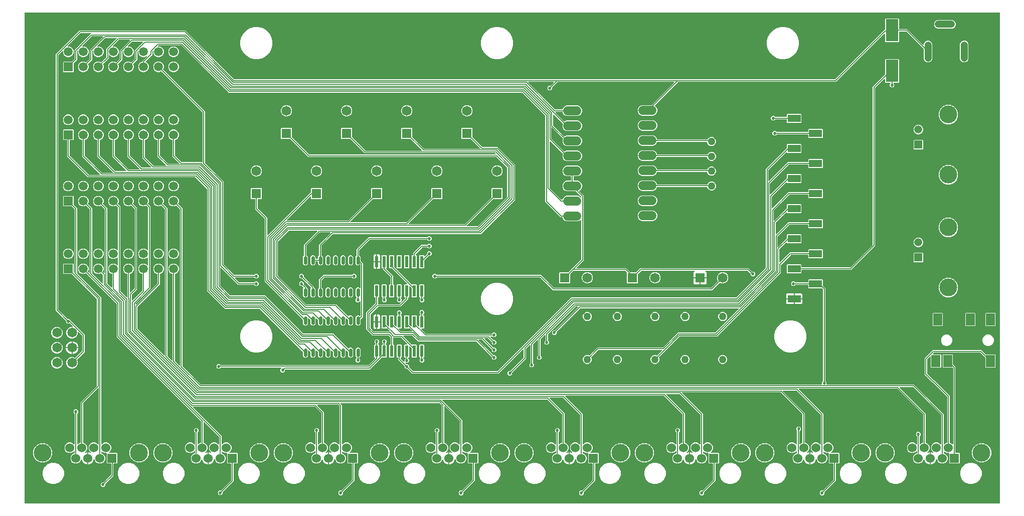
<source format=gbr>
G04 EAGLE Gerber RS-274X export*
G75*
%MOMM*%
%FSLAX34Y34*%
%LPD*%
%INTop Copper*%
%IPPOS*%
%AMOC8*
5,1,8,0,0,1.08239X$1,22.5*%
G01*
G04 Define Apertures*
%ADD10C,1.260000*%
%ADD11R,1.500000X1.500000*%
%ADD12C,1.500000*%
%ADD13R,1.335000X1.335000*%
%ADD14C,1.335000*%
%ADD15C,3.000000*%
%ADD16C,1.650000*%
%ADD17C,0.600000*%
%ADD18R,0.558800X1.981200*%
%ADD19R,1.650000X1.650000*%
%ADD20C,1.524000*%
%ADD21R,1.524000X1.524000*%
%ADD22R,1.500000X2.000000*%
%ADD23C,1.200000*%
%ADD24R,2.200000X1.270000*%
%ADD25R,2.115300X3.763600*%
%ADD26C,1.524000*%
%ADD27C,0.152400*%
%ADD28C,0.525000*%
G36*
X1584803Y149412D02*
X1584506Y149352D01*
X-60706Y149352D01*
X-60981Y149403D01*
X-61236Y149567D01*
X-61408Y149817D01*
X-61468Y150114D01*
X-61468Y978156D01*
X-61417Y978431D01*
X-61253Y978686D01*
X-61003Y978858D01*
X-60706Y978918D01*
X1584506Y978918D01*
X1584781Y978867D01*
X1585036Y978703D01*
X1585208Y978453D01*
X1585268Y978156D01*
X1585268Y150114D01*
X1585217Y149839D01*
X1585053Y149584D01*
X1584803Y149412D01*
G37*
%LPC*%
G36*
X17156Y377830D02*
X20944Y377830D01*
X24443Y379279D01*
X27121Y381957D01*
X28570Y385456D01*
X28570Y389244D01*
X27373Y392134D01*
X27315Y392413D01*
X27371Y392711D01*
X27538Y392964D01*
X40132Y405558D01*
X40132Y434842D01*
X16818Y458156D01*
X16655Y458397D01*
X16595Y458695D01*
X16595Y458813D01*
X14313Y461095D01*
X11994Y461095D01*
X11708Y461151D01*
X11456Y461318D01*
X-4095Y476869D01*
X-4258Y477110D01*
X-4318Y477407D01*
X-4318Y906114D01*
X-4262Y906400D01*
X-4095Y906653D01*
X2629Y913377D01*
X2849Y913530D01*
X3144Y913599D01*
X3443Y913549D01*
X3698Y913385D01*
X3870Y913135D01*
X3930Y912838D01*
X3930Y910737D01*
X5265Y907514D01*
X7732Y905047D01*
X10956Y903712D01*
X14444Y903712D01*
X17668Y905047D01*
X20135Y907514D01*
X21470Y910737D01*
X21470Y914226D01*
X20135Y917449D01*
X17668Y919916D01*
X14444Y921252D01*
X12344Y921252D01*
X12081Y921299D01*
X11822Y921458D01*
X11647Y921705D01*
X11582Y922001D01*
X11638Y922300D01*
X11805Y922552D01*
X33147Y943895D01*
X33389Y944058D01*
X33686Y944118D01*
X50405Y944118D01*
X50668Y944071D01*
X50926Y943912D01*
X51102Y943664D01*
X51167Y943368D01*
X51111Y943070D01*
X50944Y942817D01*
X23368Y915242D01*
X23368Y900939D01*
X23312Y900653D01*
X23145Y900400D01*
X18820Y896075D01*
X18578Y895912D01*
X18281Y895852D01*
X4674Y895852D01*
X3930Y895108D01*
X3930Y879056D01*
X4674Y878312D01*
X20726Y878312D01*
X21470Y879056D01*
X21470Y892662D01*
X21526Y892948D01*
X21693Y893201D01*
X27432Y898940D01*
X27432Y913243D01*
X27488Y913529D01*
X27655Y913782D01*
X28029Y914156D01*
X28249Y914309D01*
X28544Y914378D01*
X28843Y914327D01*
X29098Y914164D01*
X29270Y913914D01*
X29330Y913617D01*
X29330Y910737D01*
X30665Y907514D01*
X33132Y905047D01*
X36356Y903712D01*
X39844Y903712D01*
X43068Y905047D01*
X45535Y907514D01*
X46870Y910737D01*
X46870Y914226D01*
X45535Y917449D01*
X43068Y919916D01*
X39844Y921252D01*
X36965Y921252D01*
X36702Y921299D01*
X36444Y921458D01*
X36268Y921705D01*
X36203Y922001D01*
X36259Y922300D01*
X36426Y922552D01*
X52445Y938571D01*
X52686Y938734D01*
X52983Y938794D01*
X70481Y938794D01*
X70744Y938747D01*
X71002Y938588D01*
X71178Y938340D01*
X71243Y938044D01*
X71187Y937746D01*
X71020Y937493D01*
X48768Y915242D01*
X48768Y900939D01*
X48712Y900653D01*
X48545Y900400D01*
X43140Y894996D01*
X42904Y894835D01*
X42608Y894772D01*
X42310Y894830D01*
X39844Y895852D01*
X36356Y895852D01*
X33132Y894516D01*
X30665Y892049D01*
X29330Y888826D01*
X29330Y885337D01*
X30665Y882114D01*
X33132Y879647D01*
X36356Y878312D01*
X39844Y878312D01*
X43068Y879647D01*
X45535Y882114D01*
X46870Y885337D01*
X46870Y888826D01*
X45849Y891292D01*
X45791Y891571D01*
X45846Y891869D01*
X46014Y892122D01*
X52832Y898940D01*
X52832Y913243D01*
X52888Y913529D01*
X53055Y913782D01*
X53429Y914156D01*
X53649Y914309D01*
X53944Y914378D01*
X54243Y914327D01*
X54498Y914164D01*
X54670Y913914D01*
X54730Y913617D01*
X54730Y910737D01*
X56065Y907514D01*
X58532Y905047D01*
X61756Y903712D01*
X65244Y903712D01*
X68468Y905047D01*
X70935Y907514D01*
X72270Y910737D01*
X72270Y914226D01*
X70935Y917449D01*
X68468Y919916D01*
X65244Y921252D01*
X62365Y921252D01*
X62102Y921299D01*
X61844Y921458D01*
X61668Y921705D01*
X61603Y922001D01*
X61659Y922300D01*
X61826Y922552D01*
X74797Y935523D01*
X75038Y935686D01*
X75335Y935746D01*
X93555Y935746D01*
X93818Y935699D01*
X94076Y935540D01*
X94252Y935292D01*
X94317Y934996D01*
X94261Y934698D01*
X94094Y934445D01*
X77042Y917393D01*
X77042Y903813D01*
X76986Y903527D01*
X76819Y903274D01*
X68540Y894996D01*
X68304Y894835D01*
X68008Y894772D01*
X67710Y894830D01*
X65244Y895852D01*
X61756Y895852D01*
X58532Y894516D01*
X56065Y892049D01*
X54730Y888826D01*
X54730Y885337D01*
X56065Y882114D01*
X58532Y879647D01*
X61756Y878312D01*
X65244Y878312D01*
X68468Y879647D01*
X70935Y882114D01*
X72270Y885337D01*
X72270Y888826D01*
X71249Y891292D01*
X71191Y891571D01*
X71246Y891869D01*
X71414Y892122D01*
X81106Y901814D01*
X81106Y906033D01*
X81153Y906297D01*
X81312Y906555D01*
X81560Y906730D01*
X81856Y906795D01*
X82154Y906740D01*
X82407Y906572D01*
X83932Y905047D01*
X87156Y903712D01*
X90644Y903712D01*
X93868Y905047D01*
X96335Y907514D01*
X97670Y910737D01*
X97670Y914226D01*
X96335Y917449D01*
X93868Y919916D01*
X90644Y921252D01*
X88487Y921252D01*
X88224Y921299D01*
X87966Y921458D01*
X87790Y921705D01*
X87725Y922001D01*
X87781Y922300D01*
X87948Y922552D01*
X97871Y932475D01*
X98112Y932638D01*
X98410Y932698D01*
X115964Y932698D01*
X116227Y932651D01*
X116485Y932492D01*
X116660Y932244D01*
X116725Y931948D01*
X116670Y931650D01*
X116502Y931397D01*
X99568Y914463D01*
X99568Y900939D01*
X99512Y900653D01*
X99345Y900400D01*
X93940Y894996D01*
X93704Y894835D01*
X93408Y894772D01*
X93110Y894830D01*
X90644Y895852D01*
X87156Y895852D01*
X83932Y894516D01*
X81465Y892049D01*
X80130Y888826D01*
X80130Y885337D01*
X81465Y882114D01*
X83932Y879647D01*
X87156Y878312D01*
X90644Y878312D01*
X93868Y879647D01*
X96335Y882114D01*
X97670Y885337D01*
X97670Y888826D01*
X96649Y891292D01*
X96591Y891571D01*
X96646Y891869D01*
X96814Y892122D01*
X103632Y898940D01*
X103632Y912464D01*
X103688Y912750D01*
X103855Y913003D01*
X104229Y913377D01*
X104449Y913530D01*
X104744Y913599D01*
X105043Y913549D01*
X105298Y913385D01*
X105470Y913135D01*
X105530Y912838D01*
X105530Y910737D01*
X106865Y907514D01*
X109332Y905047D01*
X112556Y903712D01*
X116044Y903712D01*
X119268Y905047D01*
X121735Y907514D01*
X123070Y910737D01*
X123070Y914226D01*
X121735Y917449D01*
X119268Y919916D01*
X116044Y921252D01*
X113944Y921252D01*
X113681Y921299D01*
X113422Y921458D01*
X113247Y921705D01*
X113182Y922001D01*
X113238Y922300D01*
X113405Y922552D01*
X120279Y929427D01*
X120521Y929590D01*
X120818Y929650D01*
X138316Y929650D01*
X138579Y929603D01*
X138837Y929444D01*
X139012Y929196D01*
X139077Y928900D01*
X139022Y928602D01*
X138854Y928349D01*
X124968Y914463D01*
X124968Y900939D01*
X124912Y900653D01*
X124745Y900400D01*
X119340Y894996D01*
X119104Y894835D01*
X118808Y894772D01*
X118510Y894830D01*
X116044Y895852D01*
X112556Y895852D01*
X109332Y894516D01*
X106865Y892049D01*
X105530Y888826D01*
X105530Y885337D01*
X106865Y882114D01*
X109332Y879647D01*
X112556Y878312D01*
X116044Y878312D01*
X119268Y879647D01*
X121735Y882114D01*
X123070Y885337D01*
X123070Y888826D01*
X122049Y891292D01*
X121991Y891571D01*
X122046Y891869D01*
X122214Y892122D01*
X129032Y898940D01*
X129032Y912464D01*
X129088Y912750D01*
X129255Y913003D01*
X129629Y913377D01*
X129849Y913530D01*
X130144Y913599D01*
X130443Y913549D01*
X130698Y913385D01*
X130870Y913135D01*
X130930Y912838D01*
X130930Y910737D01*
X132265Y907514D01*
X134732Y905047D01*
X137956Y903712D01*
X141444Y903712D01*
X144296Y904893D01*
X144551Y904950D01*
X144851Y904904D01*
X145109Y904744D01*
X145284Y904497D01*
X145349Y904201D01*
X145294Y903903D01*
X145126Y903650D01*
X137656Y896180D01*
X137615Y895961D01*
X137449Y895707D01*
X137198Y895538D01*
X134732Y894516D01*
X132265Y892049D01*
X130930Y888826D01*
X130930Y885337D01*
X132265Y882114D01*
X134732Y879647D01*
X137956Y878312D01*
X141444Y878312D01*
X144668Y879647D01*
X147135Y882114D01*
X148470Y885337D01*
X148470Y888826D01*
X147135Y892049D01*
X144668Y894516D01*
X143651Y894938D01*
X143421Y895086D01*
X143246Y895333D01*
X143181Y895629D01*
X143237Y895928D01*
X143404Y896180D01*
X154432Y907208D01*
X154432Y912464D01*
X154488Y912750D01*
X154655Y913003D01*
X155029Y913377D01*
X155249Y913530D01*
X155544Y913599D01*
X155843Y913549D01*
X156098Y913385D01*
X156270Y913135D01*
X156330Y912838D01*
X156330Y910737D01*
X157665Y907514D01*
X160132Y905047D01*
X163356Y903712D01*
X166844Y903712D01*
X170068Y905047D01*
X172535Y907514D01*
X173870Y910737D01*
X173870Y914226D01*
X172535Y917449D01*
X170068Y919916D01*
X166844Y921252D01*
X164744Y921252D01*
X164481Y921299D01*
X164222Y921458D01*
X164047Y921705D01*
X163982Y922001D01*
X164038Y922300D01*
X164205Y922552D01*
X164983Y923331D01*
X165225Y923494D01*
X165522Y923554D01*
X203093Y923554D01*
X203379Y923498D01*
X203632Y923331D01*
X283683Y843280D01*
X778667Y843280D01*
X778953Y843224D01*
X779206Y843057D01*
X817657Y804606D01*
X817820Y804365D01*
X817880Y804067D01*
X817880Y658796D01*
X843708Y632968D01*
X846690Y632968D01*
X846970Y632915D01*
X847225Y632749D01*
X847394Y632498D01*
X848443Y629964D01*
X850944Y627463D01*
X854212Y626110D01*
X872988Y626110D01*
X876256Y627463D01*
X877539Y628747D01*
X877759Y628900D01*
X878054Y628970D01*
X878353Y628919D01*
X878608Y628755D01*
X878780Y628505D01*
X878840Y628208D01*
X878840Y561989D01*
X878784Y561703D01*
X878617Y561451D01*
X857770Y540603D01*
X857528Y540440D01*
X857231Y540380D01*
X842124Y540380D01*
X841380Y539636D01*
X841380Y522084D01*
X842124Y521340D01*
X859676Y521340D01*
X860420Y522084D01*
X860420Y537191D01*
X860476Y537477D01*
X860643Y537730D01*
X865489Y542575D01*
X865730Y542738D01*
X866027Y542798D01*
X952613Y542798D01*
X952899Y542742D01*
X953152Y542575D01*
X955457Y540270D01*
X955620Y540028D01*
X955680Y539731D01*
X955680Y522084D01*
X956424Y521340D01*
X973976Y521340D01*
X974720Y522084D01*
X974720Y537191D01*
X974776Y537477D01*
X974943Y537730D01*
X979911Y542697D01*
X980152Y542860D01*
X980449Y542920D01*
X1069628Y542920D01*
X1069892Y542873D01*
X1070150Y542714D01*
X1070325Y542466D01*
X1070390Y542170D01*
X1070335Y541872D01*
X1070167Y541619D01*
X1068710Y540162D01*
X1068710Y531622D01*
X1090290Y531622D01*
X1090290Y540162D01*
X1088833Y541619D01*
X1088680Y541839D01*
X1088610Y542134D01*
X1088661Y542433D01*
X1088824Y542688D01*
X1089075Y542860D01*
X1089372Y542920D01*
X1159501Y542920D01*
X1159787Y542864D01*
X1160040Y542697D01*
X1164282Y538455D01*
X1164445Y538213D01*
X1164505Y537916D01*
X1164505Y535597D01*
X1166787Y533315D01*
X1170013Y533315D01*
X1172295Y535597D01*
X1172295Y538823D01*
X1170013Y541105D01*
X1167694Y541105D01*
X1167408Y541161D01*
X1167156Y541328D01*
X1161500Y546984D01*
X978450Y546984D01*
X972070Y540603D01*
X971828Y540440D01*
X971531Y540380D01*
X961409Y540380D01*
X961123Y540436D01*
X960871Y540603D01*
X954612Y546862D01*
X871615Y546862D01*
X871352Y546909D01*
X871094Y547068D01*
X870919Y547316D01*
X870853Y547612D01*
X870909Y547910D01*
X871077Y548163D01*
X882904Y559990D01*
X882904Y669370D01*
X875474Y676799D01*
X875319Y677024D01*
X875251Y677320D01*
X875305Y677619D01*
X875470Y677873D01*
X875722Y678042D01*
X876256Y678263D01*
X878757Y680764D01*
X880110Y684032D01*
X880110Y687568D01*
X878757Y690836D01*
X876256Y693337D01*
X872988Y694690D01*
X866394Y694690D01*
X866119Y694741D01*
X865864Y694905D01*
X865692Y695155D01*
X865632Y695452D01*
X865632Y701548D01*
X865683Y701823D01*
X865847Y702078D01*
X866097Y702250D01*
X866394Y702310D01*
X872988Y702310D01*
X876256Y703663D01*
X878757Y706164D01*
X880110Y709432D01*
X880110Y712968D01*
X878757Y716236D01*
X876256Y718737D01*
X872988Y720090D01*
X854212Y720090D01*
X850944Y718737D01*
X848443Y716236D01*
X847090Y712968D01*
X847090Y709432D01*
X848443Y706164D01*
X850944Y703663D01*
X854212Y702310D01*
X860806Y702310D01*
X861081Y702259D01*
X861336Y702095D01*
X861508Y701845D01*
X861568Y701548D01*
X861568Y695452D01*
X861517Y695177D01*
X861353Y694922D01*
X861103Y694750D01*
X860806Y694690D01*
X854212Y694690D01*
X850944Y693337D01*
X848443Y690836D01*
X847090Y687568D01*
X847090Y684032D01*
X848443Y680764D01*
X850944Y678263D01*
X854212Y676910D01*
X869301Y676910D01*
X869587Y676854D01*
X869840Y676687D01*
X878617Y667910D01*
X878780Y667668D01*
X878840Y667371D01*
X878840Y667192D01*
X878793Y666929D01*
X878634Y666671D01*
X878386Y666495D01*
X878090Y666430D01*
X877792Y666486D01*
X877539Y666653D01*
X876256Y667937D01*
X872988Y669290D01*
X854212Y669290D01*
X850944Y667937D01*
X848443Y665436D01*
X847394Y662902D01*
X847237Y662664D01*
X846987Y662492D01*
X846690Y662432D01*
X845707Y662432D01*
X845421Y662488D01*
X845169Y662655D01*
X825215Y682609D01*
X825052Y682850D01*
X824992Y683147D01*
X824992Y761605D01*
X825039Y761868D01*
X825198Y762126D01*
X825446Y762302D01*
X825742Y762367D01*
X826040Y762311D01*
X826293Y762144D01*
X847602Y740834D01*
X847763Y740598D01*
X847825Y740301D01*
X847767Y740004D01*
X847090Y738368D01*
X847090Y734832D01*
X848443Y731564D01*
X850944Y729063D01*
X854212Y727710D01*
X872988Y727710D01*
X876256Y729063D01*
X878757Y731564D01*
X880110Y734832D01*
X880110Y738368D01*
X878757Y741636D01*
X876256Y744137D01*
X872988Y745490D01*
X854212Y745490D01*
X850840Y744093D01*
X850804Y744069D01*
X850508Y744004D01*
X850210Y744059D01*
X849957Y744227D01*
X828263Y765921D01*
X828100Y766162D01*
X828040Y766459D01*
X828040Y783957D01*
X828087Y784220D01*
X828246Y784478D01*
X828494Y784654D01*
X828790Y784719D01*
X829088Y784663D01*
X829341Y784496D01*
X847602Y766234D01*
X847763Y765998D01*
X847825Y765701D01*
X847767Y765404D01*
X847090Y763768D01*
X847090Y760232D01*
X848443Y756964D01*
X850944Y754463D01*
X854212Y753110D01*
X872988Y753110D01*
X876256Y754463D01*
X878757Y756964D01*
X880110Y760232D01*
X880110Y763768D01*
X878757Y767036D01*
X876256Y769537D01*
X872988Y770890D01*
X854212Y770890D01*
X850840Y769493D01*
X850804Y769469D01*
X850508Y769404D01*
X850210Y769459D01*
X849957Y769627D01*
X831311Y788273D01*
X831148Y788514D01*
X831088Y788811D01*
X831088Y806218D01*
X831135Y806482D01*
X831294Y806740D01*
X831542Y806915D01*
X831838Y806980D01*
X832136Y806925D01*
X832389Y806757D01*
X847576Y791570D01*
X847736Y791334D01*
X847799Y791038D01*
X847741Y790740D01*
X847090Y789168D01*
X847090Y785632D01*
X848443Y782364D01*
X850944Y779863D01*
X854212Y778510D01*
X872988Y778510D01*
X876256Y779863D01*
X878757Y782364D01*
X880110Y785632D01*
X880110Y789168D01*
X878757Y792436D01*
X876256Y794937D01*
X872988Y796290D01*
X854212Y796290D01*
X850892Y794915D01*
X850759Y794824D01*
X850463Y794759D01*
X850165Y794814D01*
X849912Y794982D01*
X835426Y809467D01*
X835273Y809687D01*
X835203Y809982D01*
X835254Y810281D01*
X835418Y810536D01*
X835668Y810708D01*
X835965Y810768D01*
X846690Y810768D01*
X846970Y810715D01*
X847225Y810549D01*
X847394Y810298D01*
X848443Y807764D01*
X850944Y805263D01*
X854212Y803910D01*
X872988Y803910D01*
X876256Y805263D01*
X878757Y807764D01*
X880110Y811032D01*
X880110Y814568D01*
X878757Y817836D01*
X876256Y820337D01*
X872988Y821690D01*
X854212Y821690D01*
X850944Y820337D01*
X848443Y817836D01*
X847394Y815302D01*
X847237Y815064D01*
X846987Y814892D01*
X846690Y814832D01*
X835047Y814832D01*
X834761Y814888D01*
X834508Y815055D01*
X789296Y860267D01*
X789143Y860487D01*
X789073Y860782D01*
X789124Y861081D01*
X789287Y861336D01*
X789538Y861508D01*
X789835Y861568D01*
X831455Y861568D01*
X831718Y861521D01*
X831976Y861362D01*
X832152Y861114D01*
X832217Y860818D01*
X832161Y860520D01*
X831994Y860267D01*
X826745Y855018D01*
X826503Y854855D01*
X826206Y854795D01*
X823887Y854795D01*
X821605Y852513D01*
X821605Y849287D01*
X823887Y847005D01*
X827113Y847005D01*
X829395Y849287D01*
X829395Y851606D01*
X829451Y851892D01*
X829618Y852145D01*
X838819Y861345D01*
X839060Y861508D01*
X839357Y861568D01*
X1034655Y861568D01*
X1034918Y861521D01*
X1035176Y861362D01*
X1035352Y861114D01*
X1035417Y860818D01*
X1035361Y860520D01*
X1035194Y860267D01*
X997348Y822421D01*
X997106Y822258D01*
X996809Y822198D01*
X981212Y822198D01*
X977944Y820845D01*
X975443Y818344D01*
X974090Y815076D01*
X974090Y811540D01*
X975443Y808272D01*
X977944Y805771D01*
X981212Y804418D01*
X999988Y804418D01*
X1003256Y805771D01*
X1005757Y808272D01*
X1007110Y811540D01*
X1007110Y815076D01*
X1005757Y818344D01*
X1003256Y820845D01*
X1003081Y820917D01*
X1002851Y821065D01*
X1002676Y821313D01*
X1002610Y821609D01*
X1002666Y821907D01*
X1002834Y822160D01*
X1042019Y861345D01*
X1042260Y861508D01*
X1042557Y861568D01*
X1308942Y861568D01*
X1390203Y942829D01*
X1390422Y942982D01*
X1390717Y943052D01*
X1391016Y943001D01*
X1391272Y942838D01*
X1391443Y942587D01*
X1391504Y942290D01*
X1391504Y929315D01*
X1392247Y928571D01*
X1414453Y928571D01*
X1415197Y929315D01*
X1415197Y945865D01*
X1415248Y946140D01*
X1415411Y946395D01*
X1415661Y946567D01*
X1415959Y946627D01*
X1427234Y946627D01*
X1427520Y946571D01*
X1427773Y946404D01*
X1456707Y917470D01*
X1456870Y917228D01*
X1456930Y916931D01*
X1456930Y900404D01*
X1458037Y897732D01*
X1460082Y895687D01*
X1462754Y894580D01*
X1465646Y894580D01*
X1468318Y895687D01*
X1470363Y897732D01*
X1471470Y900404D01*
X1471470Y925296D01*
X1470363Y927968D01*
X1468318Y930013D01*
X1465646Y931120D01*
X1462754Y931120D01*
X1460082Y930013D01*
X1458037Y927968D01*
X1456930Y925296D01*
X1456930Y924833D01*
X1456883Y924570D01*
X1456724Y924312D01*
X1456476Y924137D01*
X1456180Y924071D01*
X1455882Y924127D01*
X1455629Y924295D01*
X1429233Y950691D01*
X1415959Y950691D01*
X1415684Y950742D01*
X1415428Y950906D01*
X1415257Y951156D01*
X1415197Y951453D01*
X1415197Y968003D01*
X1414453Y968747D01*
X1392247Y968747D01*
X1391504Y968003D01*
X1391504Y950193D01*
X1391448Y949907D01*
X1391280Y949654D01*
X1307482Y865855D01*
X1307240Y865692D01*
X1306943Y865632D01*
X293257Y865632D01*
X292971Y865688D01*
X292719Y865855D01*
X210392Y948182D01*
X31687Y948182D01*
X-8382Y908113D01*
X-8382Y475408D01*
X8582Y458445D01*
X8745Y458203D01*
X8805Y457906D01*
X8805Y455587D01*
X11087Y453305D01*
X14313Y453305D01*
X14579Y453570D01*
X14809Y453728D01*
X15105Y453793D01*
X15403Y453738D01*
X15656Y453570D01*
X20256Y448971D01*
X20409Y448751D01*
X20479Y448456D01*
X20428Y448157D01*
X20264Y447902D01*
X20014Y447730D01*
X19717Y447670D01*
X17156Y447670D01*
X13657Y446221D01*
X10979Y443543D01*
X9530Y440044D01*
X9530Y436256D01*
X10979Y432757D01*
X13657Y430079D01*
X17156Y428630D01*
X20944Y428630D01*
X24443Y430079D01*
X27121Y432757D01*
X28570Y436256D01*
X28570Y438817D01*
X28617Y439080D01*
X28776Y439338D01*
X29024Y439514D01*
X29320Y439579D01*
X29618Y439523D01*
X29871Y439356D01*
X35845Y433382D01*
X36008Y433140D01*
X36068Y432843D01*
X36068Y407557D01*
X36012Y407271D01*
X35845Y407019D01*
X24664Y395838D01*
X24428Y395678D01*
X24132Y395615D01*
X23834Y395673D01*
X20944Y396870D01*
X17156Y396870D01*
X13657Y395421D01*
X10979Y392743D01*
X9530Y389244D01*
X9530Y385456D01*
X10979Y381957D01*
X13657Y379279D01*
X17156Y377830D01*
G37*
G36*
X1480254Y951580D02*
X1505146Y951580D01*
X1507818Y952687D01*
X1509863Y954732D01*
X1510970Y957404D01*
X1510970Y960296D01*
X1509863Y962968D01*
X1507818Y965013D01*
X1505146Y966120D01*
X1480254Y966120D01*
X1477582Y965013D01*
X1475537Y962968D01*
X1474430Y960296D01*
X1474430Y957404D01*
X1475537Y954732D01*
X1477582Y952687D01*
X1480254Y951580D01*
G37*
G36*
X326641Y900068D02*
X333759Y900068D01*
X340634Y901910D01*
X346798Y905469D01*
X351831Y910502D01*
X355390Y916666D01*
X357232Y923541D01*
X357232Y930659D01*
X355390Y937534D01*
X351831Y943698D01*
X346798Y948731D01*
X340634Y952290D01*
X333759Y954132D01*
X326641Y954132D01*
X319766Y952290D01*
X313602Y948731D01*
X308569Y943698D01*
X305010Y937534D01*
X303168Y930659D01*
X303168Y923541D01*
X305010Y916666D01*
X308569Y910502D01*
X313602Y905469D01*
X319766Y901910D01*
X326641Y900068D01*
G37*
G36*
X733041Y900068D02*
X740159Y900068D01*
X747034Y901910D01*
X753198Y905469D01*
X758231Y910502D01*
X761790Y916666D01*
X763632Y923541D01*
X763632Y930659D01*
X761790Y937534D01*
X758231Y943698D01*
X753198Y948731D01*
X747034Y952290D01*
X740159Y954132D01*
X733041Y954132D01*
X726166Y952290D01*
X720002Y948731D01*
X714969Y943698D01*
X711410Y937534D01*
X709568Y930659D01*
X709568Y923541D01*
X711410Y916666D01*
X714969Y910502D01*
X720002Y905469D01*
X726166Y901910D01*
X733041Y900068D01*
G37*
G36*
X1215641Y900068D02*
X1222759Y900068D01*
X1229634Y901910D01*
X1235798Y905469D01*
X1240831Y910502D01*
X1244390Y916666D01*
X1246232Y923541D01*
X1246232Y930659D01*
X1244390Y937534D01*
X1240831Y943698D01*
X1235798Y948731D01*
X1229634Y952290D01*
X1222759Y954132D01*
X1215641Y954132D01*
X1208766Y952290D01*
X1202602Y948731D01*
X1197569Y943698D01*
X1194010Y937534D01*
X1192168Y930659D01*
X1192168Y923541D01*
X1194010Y916666D01*
X1197569Y910502D01*
X1202602Y905469D01*
X1208766Y901910D01*
X1215641Y900068D01*
G37*
G36*
X1523754Y894580D02*
X1526646Y894580D01*
X1529318Y895687D01*
X1531363Y897732D01*
X1532470Y900404D01*
X1532470Y925296D01*
X1531363Y927968D01*
X1529318Y930013D01*
X1526646Y931120D01*
X1523754Y931120D01*
X1521082Y930013D01*
X1519037Y927968D01*
X1517930Y925296D01*
X1517930Y900404D01*
X1519037Y897732D01*
X1521082Y895687D01*
X1523754Y894580D01*
G37*
G36*
X188756Y903712D02*
X192244Y903712D01*
X195468Y905047D01*
X197935Y907514D01*
X199270Y910737D01*
X199270Y914226D01*
X197935Y917449D01*
X195468Y919916D01*
X192244Y921252D01*
X188756Y921252D01*
X185532Y919916D01*
X183065Y917449D01*
X181730Y914226D01*
X181730Y910737D01*
X183065Y907514D01*
X185532Y905047D01*
X188756Y903712D01*
G37*
G36*
X1226724Y538480D02*
X1249776Y538480D01*
X1250520Y539224D01*
X1250520Y543306D01*
X1250571Y543581D01*
X1250735Y543836D01*
X1250985Y544008D01*
X1251282Y544068D01*
X1334342Y544068D01*
X1374902Y584628D01*
X1374902Y851013D01*
X1374958Y851299D01*
X1375125Y851552D01*
X1390203Y866629D01*
X1390422Y866782D01*
X1390717Y866852D01*
X1391016Y866801D01*
X1391272Y866638D01*
X1391443Y866387D01*
X1391504Y866090D01*
X1391504Y860797D01*
X1392247Y860053D01*
X1400038Y860053D01*
X1400301Y860006D01*
X1400559Y859847D01*
X1400735Y859599D01*
X1400800Y859303D01*
X1400744Y859005D01*
X1400577Y858752D01*
X1399455Y857630D01*
X1399455Y854404D01*
X1401737Y852122D01*
X1404963Y852122D01*
X1407245Y854404D01*
X1407245Y857630D01*
X1406123Y858752D01*
X1405970Y858972D01*
X1405900Y859267D01*
X1405951Y859566D01*
X1406115Y859821D01*
X1406365Y859993D01*
X1406662Y860053D01*
X1414453Y860053D01*
X1415197Y860797D01*
X1415197Y899485D01*
X1414453Y900229D01*
X1392247Y900229D01*
X1391504Y899485D01*
X1391504Y873993D01*
X1391448Y873707D01*
X1391280Y873454D01*
X1370838Y853012D01*
X1370838Y586627D01*
X1370782Y586341D01*
X1370615Y586089D01*
X1332882Y548355D01*
X1332640Y548192D01*
X1332343Y548132D01*
X1251282Y548132D01*
X1251007Y548183D01*
X1250752Y548347D01*
X1250580Y548597D01*
X1250520Y548894D01*
X1250520Y552976D01*
X1249776Y553720D01*
X1226724Y553720D01*
X1225980Y552976D01*
X1225980Y539224D01*
X1226724Y538480D01*
G37*
G36*
X410981Y396030D02*
X414519Y396030D01*
X417020Y398531D01*
X417020Y408267D01*
X417067Y408530D01*
X417226Y408788D01*
X417474Y408964D01*
X417770Y409029D01*
X418068Y408973D01*
X418321Y408806D01*
X420957Y406170D01*
X421120Y405928D01*
X421180Y405631D01*
X421180Y398531D01*
X423681Y396030D01*
X427219Y396030D01*
X429720Y398531D01*
X429720Y408267D01*
X429767Y408530D01*
X429926Y408788D01*
X430174Y408964D01*
X430470Y409029D01*
X430768Y408973D01*
X431021Y408806D01*
X433657Y406170D01*
X433820Y405928D01*
X433880Y405631D01*
X433880Y398531D01*
X436381Y396030D01*
X439919Y396030D01*
X442420Y398531D01*
X442420Y408267D01*
X442467Y408530D01*
X442626Y408788D01*
X442874Y408964D01*
X443170Y409029D01*
X443468Y408973D01*
X443721Y408806D01*
X446357Y406170D01*
X446520Y405928D01*
X446580Y405631D01*
X446580Y398531D01*
X449081Y396030D01*
X452619Y396030D01*
X455120Y398531D01*
X455120Y408267D01*
X455167Y408530D01*
X455326Y408788D01*
X455574Y408964D01*
X455870Y409029D01*
X456168Y408973D01*
X456421Y408806D01*
X459057Y406170D01*
X459220Y405928D01*
X459280Y405631D01*
X459280Y398531D01*
X461781Y396030D01*
X465319Y396030D01*
X467820Y398531D01*
X467820Y408267D01*
X467867Y408530D01*
X468026Y408788D01*
X468274Y408964D01*
X468570Y409029D01*
X468868Y408973D01*
X469121Y408806D01*
X471757Y406170D01*
X471920Y405928D01*
X471980Y405631D01*
X471980Y398531D01*
X474481Y396030D01*
X478019Y396030D01*
X480520Y398531D01*
X480520Y408267D01*
X480567Y408530D01*
X480726Y408788D01*
X480974Y408964D01*
X481270Y409029D01*
X481568Y408973D01*
X481821Y408806D01*
X484457Y406170D01*
X484620Y405928D01*
X484680Y405631D01*
X484680Y398531D01*
X487181Y396030D01*
X490719Y396030D01*
X493220Y398531D01*
X493220Y410569D01*
X490719Y413070D01*
X487181Y413070D01*
X485781Y411670D01*
X485551Y411512D01*
X485255Y411447D01*
X484957Y411503D01*
X484704Y411670D01*
X460002Y436372D01*
X409981Y436372D01*
X409695Y436428D01*
X409442Y436595D01*
X345295Y500742D01*
X286322Y500742D01*
X286036Y500798D01*
X285783Y500965D01*
X269209Y517539D01*
X269046Y517781D01*
X268986Y518078D01*
X268986Y547490D01*
X269033Y547753D01*
X269192Y548012D01*
X269440Y548187D01*
X269736Y548252D01*
X270034Y548196D01*
X270287Y548029D01*
X299648Y518668D01*
X326408Y518668D01*
X326694Y518612D01*
X326947Y518445D01*
X328587Y516805D01*
X331813Y516805D01*
X334095Y519087D01*
X334095Y522313D01*
X331813Y524595D01*
X328587Y524595D01*
X326947Y522955D01*
X326705Y522792D01*
X326408Y522732D01*
X301647Y522732D01*
X301361Y522788D01*
X301108Y522955D01*
X293996Y530067D01*
X293843Y530287D01*
X293773Y530582D01*
X293824Y530881D01*
X293987Y531136D01*
X294238Y531308D01*
X294535Y531368D01*
X326408Y531368D01*
X326694Y531312D01*
X326947Y531145D01*
X328587Y529505D01*
X331813Y529505D01*
X334095Y531787D01*
X334095Y535013D01*
X331813Y537295D01*
X328587Y537295D01*
X326947Y535655D01*
X326705Y535492D01*
X326408Y535432D01*
X293257Y535432D01*
X292971Y535488D01*
X292719Y535655D01*
X275305Y553069D01*
X275142Y553310D01*
X275082Y553607D01*
X275082Y692992D01*
X243555Y724519D01*
X243392Y724760D01*
X243332Y725057D01*
X243332Y811723D01*
X173014Y882041D01*
X172854Y882277D01*
X172791Y882574D01*
X172849Y882872D01*
X173870Y885337D01*
X173870Y888826D01*
X172535Y892049D01*
X170068Y894516D01*
X166844Y895852D01*
X163356Y895852D01*
X160132Y894516D01*
X157665Y892049D01*
X156330Y888826D01*
X156330Y885337D01*
X157665Y882114D01*
X160132Y879647D01*
X163356Y878312D01*
X166844Y878312D01*
X169310Y879333D01*
X169589Y879391D01*
X169887Y879335D01*
X170140Y879168D01*
X239045Y810263D01*
X239208Y810022D01*
X239268Y809724D01*
X239268Y726335D01*
X239221Y726071D01*
X239062Y725813D01*
X238814Y725638D01*
X238518Y725573D01*
X238220Y725628D01*
X237967Y725796D01*
X237831Y725932D01*
X204357Y725932D01*
X204071Y725988D01*
X203819Y726155D01*
X192755Y737219D01*
X192592Y737460D01*
X192532Y737757D01*
X192532Y763042D01*
X192585Y763322D01*
X192751Y763576D01*
X193002Y763746D01*
X195468Y764767D01*
X197935Y767234D01*
X199270Y770457D01*
X199270Y773946D01*
X197935Y777169D01*
X195468Y779636D01*
X192244Y780972D01*
X188756Y780972D01*
X185532Y779636D01*
X183065Y777169D01*
X181730Y773946D01*
X181730Y770457D01*
X183065Y767234D01*
X185532Y764767D01*
X187998Y763746D01*
X188236Y763589D01*
X188408Y763339D01*
X188468Y763042D01*
X188468Y735758D01*
X200042Y724185D01*
X200195Y723965D01*
X200264Y723670D01*
X200213Y723371D01*
X200050Y723116D01*
X199800Y722944D01*
X199503Y722884D01*
X182005Y722884D01*
X181719Y722940D01*
X181467Y723107D01*
X167355Y737219D01*
X167192Y737460D01*
X167132Y737757D01*
X167132Y763042D01*
X167185Y763322D01*
X167351Y763576D01*
X167602Y763746D01*
X170068Y764767D01*
X172535Y767234D01*
X173870Y770457D01*
X173870Y773946D01*
X172535Y777169D01*
X170068Y779636D01*
X166844Y780972D01*
X163356Y780972D01*
X160132Y779636D01*
X157665Y777169D01*
X156330Y773946D01*
X156330Y770457D01*
X157665Y767234D01*
X160132Y764767D01*
X162598Y763746D01*
X162836Y763589D01*
X163008Y763339D01*
X163068Y763042D01*
X163068Y735758D01*
X177690Y721137D01*
X177843Y720917D01*
X177912Y720622D01*
X177861Y720323D01*
X177698Y720068D01*
X177448Y719896D01*
X177151Y719836D01*
X157155Y719836D01*
X156869Y719892D01*
X156616Y720059D01*
X141955Y734720D01*
X141792Y734962D01*
X141732Y735259D01*
X141732Y763042D01*
X141785Y763322D01*
X141951Y763576D01*
X142202Y763746D01*
X144668Y764767D01*
X147135Y767234D01*
X148470Y770457D01*
X148470Y773946D01*
X147135Y777169D01*
X144668Y779636D01*
X141444Y780972D01*
X137956Y780972D01*
X134732Y779636D01*
X132265Y777169D01*
X130930Y773946D01*
X130930Y770457D01*
X132265Y767234D01*
X134732Y764767D01*
X137198Y763746D01*
X137436Y763589D01*
X137608Y763339D01*
X137668Y763042D01*
X137668Y733260D01*
X152839Y718089D01*
X152992Y717869D01*
X153062Y717574D01*
X153011Y717275D01*
X152848Y717020D01*
X152597Y716848D01*
X152300Y716788D01*
X137301Y716788D01*
X137015Y716844D01*
X136763Y717011D01*
X116555Y737219D01*
X116392Y737460D01*
X116332Y737757D01*
X116332Y763042D01*
X116385Y763322D01*
X116551Y763576D01*
X116802Y763746D01*
X119268Y764767D01*
X121735Y767234D01*
X123070Y770457D01*
X123070Y773946D01*
X121735Y777169D01*
X119268Y779636D01*
X116044Y780972D01*
X112556Y780972D01*
X109332Y779636D01*
X106865Y777169D01*
X105530Y773946D01*
X105530Y770457D01*
X106865Y767234D01*
X109332Y764767D01*
X111798Y763746D01*
X112036Y763589D01*
X112208Y763339D01*
X112268Y763042D01*
X112268Y735758D01*
X132986Y715041D01*
X133139Y714821D01*
X133208Y714526D01*
X133157Y714227D01*
X132994Y713972D01*
X132744Y713800D01*
X132447Y713740D01*
X114949Y713740D01*
X114663Y713796D01*
X114411Y713963D01*
X91155Y737219D01*
X90992Y737460D01*
X90932Y737757D01*
X90932Y763042D01*
X90985Y763322D01*
X91151Y763576D01*
X91402Y763746D01*
X93868Y764767D01*
X96335Y767234D01*
X97670Y770457D01*
X97670Y773946D01*
X96335Y777169D01*
X93868Y779636D01*
X90644Y780972D01*
X87156Y780972D01*
X83932Y779636D01*
X81465Y777169D01*
X80130Y773946D01*
X80130Y770457D01*
X81465Y767234D01*
X83932Y764767D01*
X86398Y763746D01*
X86636Y763589D01*
X86808Y763339D01*
X86868Y763042D01*
X86868Y735758D01*
X110634Y711993D01*
X110787Y711773D01*
X110856Y711478D01*
X110805Y711179D01*
X110642Y710924D01*
X110392Y710752D01*
X110095Y710692D01*
X92597Y710692D01*
X92311Y710748D01*
X92059Y710915D01*
X65755Y737219D01*
X65592Y737460D01*
X65532Y737757D01*
X65532Y763042D01*
X65585Y763322D01*
X65751Y763576D01*
X66002Y763746D01*
X68468Y764767D01*
X70935Y767234D01*
X72270Y770457D01*
X72270Y773946D01*
X70935Y777169D01*
X68468Y779636D01*
X65244Y780972D01*
X61756Y780972D01*
X58532Y779636D01*
X56065Y777169D01*
X54730Y773946D01*
X54730Y770457D01*
X56065Y767234D01*
X58532Y764767D01*
X60998Y763746D01*
X61236Y763589D01*
X61408Y763339D01*
X61468Y763042D01*
X61468Y735758D01*
X88282Y708945D01*
X88435Y708725D01*
X88504Y708430D01*
X88453Y708131D01*
X88290Y707876D01*
X88040Y707704D01*
X87743Y707644D01*
X70245Y707644D01*
X69959Y707700D01*
X69707Y707867D01*
X40355Y737219D01*
X40192Y737460D01*
X40132Y737757D01*
X40132Y763042D01*
X40185Y763322D01*
X40351Y763576D01*
X40602Y763746D01*
X43068Y764767D01*
X45535Y767234D01*
X46870Y770457D01*
X46870Y773946D01*
X45535Y777169D01*
X43068Y779636D01*
X39844Y780972D01*
X36356Y780972D01*
X33132Y779636D01*
X30665Y777169D01*
X29330Y773946D01*
X29330Y770457D01*
X30665Y767234D01*
X33132Y764767D01*
X35598Y763746D01*
X35836Y763589D01*
X36008Y763339D01*
X36068Y763042D01*
X36068Y735758D01*
X65930Y705897D01*
X66083Y705677D01*
X66152Y705382D01*
X66101Y705083D01*
X65938Y704828D01*
X65688Y704656D01*
X65391Y704596D01*
X47893Y704596D01*
X47607Y704652D01*
X47355Y704819D01*
X14955Y737219D01*
X14792Y737460D01*
X14732Y737757D01*
X14732Y762670D01*
X14783Y762944D01*
X14947Y763200D01*
X15197Y763371D01*
X15494Y763432D01*
X20726Y763432D01*
X21470Y764176D01*
X21470Y780228D01*
X20726Y780972D01*
X4674Y780972D01*
X3930Y780228D01*
X3930Y764176D01*
X4674Y763432D01*
X9906Y763432D01*
X10181Y763380D01*
X10436Y763217D01*
X10608Y762967D01*
X10668Y762670D01*
X10668Y735758D01*
X45894Y700532D01*
X226994Y700532D01*
X227280Y700476D01*
X227533Y700309D01*
X246411Y681431D01*
X246574Y681189D01*
X246634Y680892D01*
X246634Y508503D01*
X276747Y478390D01*
X335721Y478390D01*
X336007Y478334D01*
X336260Y478167D01*
X408257Y406170D01*
X408420Y405928D01*
X408480Y405631D01*
X408480Y398531D01*
X410981Y396030D01*
G37*
G36*
X188756Y878312D02*
X192244Y878312D01*
X195468Y879647D01*
X197935Y882114D01*
X199270Y885337D01*
X199270Y888826D01*
X197935Y892049D01*
X195468Y894516D01*
X192244Y895852D01*
X188756Y895852D01*
X185532Y894516D01*
X183065Y892049D01*
X181730Y888826D01*
X181730Y885337D01*
X183065Y882114D01*
X185532Y879647D01*
X188756Y878312D01*
G37*
G36*
X1495364Y790180D02*
X1501836Y790180D01*
X1507816Y792657D01*
X1512393Y797234D01*
X1514870Y803214D01*
X1514870Y809686D01*
X1512393Y815666D01*
X1507816Y820243D01*
X1501836Y822720D01*
X1495364Y822720D01*
X1489384Y820243D01*
X1484807Y815666D01*
X1482330Y809686D01*
X1482330Y803214D01*
X1484807Y797234D01*
X1489384Y792657D01*
X1495364Y790180D01*
G37*
G36*
X683906Y803280D02*
X687694Y803280D01*
X691193Y804729D01*
X693871Y807407D01*
X695320Y810906D01*
X695320Y814694D01*
X693871Y818193D01*
X691193Y820871D01*
X687694Y822320D01*
X683906Y822320D01*
X680407Y820871D01*
X677729Y818193D01*
X676280Y814694D01*
X676280Y810906D01*
X677729Y807407D01*
X680407Y804729D01*
X683906Y803280D01*
G37*
G36*
X582306Y803280D02*
X586094Y803280D01*
X589593Y804729D01*
X592271Y807407D01*
X593720Y810906D01*
X593720Y814694D01*
X592271Y818193D01*
X589593Y820871D01*
X586094Y822320D01*
X582306Y822320D01*
X578807Y820871D01*
X576129Y818193D01*
X574680Y814694D01*
X574680Y810906D01*
X576129Y807407D01*
X578807Y804729D01*
X582306Y803280D01*
G37*
G36*
X379106Y803280D02*
X382894Y803280D01*
X386393Y804729D01*
X389071Y807407D01*
X390520Y810906D01*
X390520Y814694D01*
X389071Y818193D01*
X386393Y820871D01*
X382894Y822320D01*
X379106Y822320D01*
X375607Y820871D01*
X372929Y818193D01*
X371480Y814694D01*
X371480Y810906D01*
X372929Y807407D01*
X375607Y804729D01*
X379106Y803280D01*
G37*
G36*
X480706Y803280D02*
X484494Y803280D01*
X487993Y804729D01*
X490671Y807407D01*
X492120Y810906D01*
X492120Y814694D01*
X490671Y818193D01*
X487993Y820871D01*
X484494Y822320D01*
X480706Y822320D01*
X477207Y820871D01*
X474529Y818193D01*
X473080Y814694D01*
X473080Y810906D01*
X474529Y807407D01*
X477207Y804729D01*
X480706Y803280D01*
G37*
G36*
X1226724Y792480D02*
X1249776Y792480D01*
X1250520Y793224D01*
X1250520Y806976D01*
X1249776Y807720D01*
X1226724Y807720D01*
X1225980Y806976D01*
X1225980Y802894D01*
X1225929Y802619D01*
X1225765Y802364D01*
X1225515Y802192D01*
X1225218Y802132D01*
X1206482Y802132D01*
X1206196Y802188D01*
X1205943Y802355D01*
X1204303Y803995D01*
X1201077Y803995D01*
X1198795Y801713D01*
X1198795Y798487D01*
X1201077Y796205D01*
X1204303Y796205D01*
X1205943Y797845D01*
X1206185Y798008D01*
X1206482Y798068D01*
X1225218Y798068D01*
X1225493Y798017D01*
X1225748Y797853D01*
X1225920Y797603D01*
X1225980Y797306D01*
X1225980Y793224D01*
X1226724Y792480D01*
G37*
G36*
X61756Y788832D02*
X65244Y788832D01*
X68468Y790167D01*
X70935Y792634D01*
X72270Y795857D01*
X72270Y799346D01*
X70935Y802569D01*
X68468Y805036D01*
X65244Y806372D01*
X61756Y806372D01*
X58532Y805036D01*
X56065Y802569D01*
X54730Y799346D01*
X54730Y795857D01*
X56065Y792634D01*
X58532Y790167D01*
X61756Y788832D01*
G37*
G36*
X87156Y788832D02*
X90644Y788832D01*
X93868Y790167D01*
X96335Y792634D01*
X97670Y795857D01*
X97670Y799346D01*
X96335Y802569D01*
X93868Y805036D01*
X90644Y806372D01*
X87156Y806372D01*
X83932Y805036D01*
X81465Y802569D01*
X80130Y799346D01*
X80130Y795857D01*
X81465Y792634D01*
X83932Y790167D01*
X87156Y788832D01*
G37*
G36*
X163356Y788832D02*
X166844Y788832D01*
X170068Y790167D01*
X172535Y792634D01*
X173870Y795857D01*
X173870Y799346D01*
X172535Y802569D01*
X170068Y805036D01*
X166844Y806372D01*
X163356Y806372D01*
X160132Y805036D01*
X157665Y802569D01*
X156330Y799346D01*
X156330Y795857D01*
X157665Y792634D01*
X160132Y790167D01*
X163356Y788832D01*
G37*
G36*
X36356Y788832D02*
X39844Y788832D01*
X43068Y790167D01*
X45535Y792634D01*
X46870Y795857D01*
X46870Y799346D01*
X45535Y802569D01*
X43068Y805036D01*
X39844Y806372D01*
X36356Y806372D01*
X33132Y805036D01*
X30665Y802569D01*
X29330Y799346D01*
X29330Y795857D01*
X30665Y792634D01*
X33132Y790167D01*
X36356Y788832D01*
G37*
G36*
X10956Y788832D02*
X14444Y788832D01*
X17668Y790167D01*
X20135Y792634D01*
X21470Y795857D01*
X21470Y799346D01*
X20135Y802569D01*
X17668Y805036D01*
X14444Y806372D01*
X10956Y806372D01*
X7732Y805036D01*
X5265Y802569D01*
X3930Y799346D01*
X3930Y795857D01*
X5265Y792634D01*
X7732Y790167D01*
X10956Y788832D01*
G37*
G36*
X188756Y788832D02*
X192244Y788832D01*
X195468Y790167D01*
X197935Y792634D01*
X199270Y795857D01*
X199270Y799346D01*
X197935Y802569D01*
X195468Y805036D01*
X192244Y806372D01*
X188756Y806372D01*
X185532Y805036D01*
X183065Y802569D01*
X181730Y799346D01*
X181730Y795857D01*
X183065Y792634D01*
X185532Y790167D01*
X188756Y788832D01*
G37*
G36*
X137956Y788832D02*
X141444Y788832D01*
X144668Y790167D01*
X147135Y792634D01*
X148470Y795857D01*
X148470Y799346D01*
X147135Y802569D01*
X144668Y805036D01*
X141444Y806372D01*
X137956Y806372D01*
X134732Y805036D01*
X132265Y802569D01*
X130930Y799346D01*
X130930Y795857D01*
X132265Y792634D01*
X134732Y790167D01*
X137956Y788832D01*
G37*
G36*
X112556Y788832D02*
X116044Y788832D01*
X119268Y790167D01*
X121735Y792634D01*
X123070Y795857D01*
X123070Y799346D01*
X121735Y802569D01*
X119268Y805036D01*
X116044Y806372D01*
X112556Y806372D01*
X109332Y805036D01*
X106865Y802569D01*
X105530Y799346D01*
X105530Y795857D01*
X106865Y792634D01*
X109332Y790167D01*
X112556Y788832D01*
G37*
G36*
X981212Y779018D02*
X999988Y779018D01*
X1003256Y780371D01*
X1005757Y782872D01*
X1007110Y786140D01*
X1007110Y789676D01*
X1005757Y792944D01*
X1003256Y795445D01*
X999988Y796798D01*
X981212Y796798D01*
X977944Y795445D01*
X975443Y792944D01*
X974090Y789676D01*
X974090Y786140D01*
X975443Y782872D01*
X977944Y780371D01*
X981212Y779018D01*
G37*
G36*
X1446220Y773105D02*
X1449380Y773105D01*
X1452301Y774315D01*
X1454535Y776550D01*
X1455745Y779470D01*
X1455745Y782630D01*
X1454535Y785551D01*
X1452301Y787785D01*
X1449380Y788995D01*
X1446220Y788995D01*
X1443300Y787785D01*
X1441065Y785551D01*
X1439855Y782630D01*
X1439855Y779470D01*
X1441065Y776550D01*
X1443300Y774315D01*
X1446220Y773105D01*
G37*
G36*
X410981Y450530D02*
X414519Y450530D01*
X417020Y453031D01*
X417020Y462767D01*
X417067Y463030D01*
X417226Y463288D01*
X417474Y463464D01*
X417770Y463529D01*
X418068Y463473D01*
X418321Y463306D01*
X420957Y460670D01*
X421120Y460428D01*
X421180Y460131D01*
X421180Y453031D01*
X423681Y450530D01*
X427219Y450530D01*
X429720Y453031D01*
X429720Y462767D01*
X429767Y463030D01*
X429926Y463288D01*
X430174Y463464D01*
X430470Y463529D01*
X430768Y463473D01*
X431021Y463306D01*
X433657Y460670D01*
X433820Y460428D01*
X433880Y460131D01*
X433880Y453031D01*
X436381Y450530D01*
X439919Y450530D01*
X442420Y453031D01*
X442420Y462767D01*
X442467Y463030D01*
X442626Y463288D01*
X442874Y463464D01*
X443170Y463529D01*
X443468Y463473D01*
X443721Y463306D01*
X446357Y460670D01*
X446520Y460428D01*
X446580Y460131D01*
X446580Y453031D01*
X449081Y450530D01*
X452619Y450530D01*
X455120Y453031D01*
X455120Y461792D01*
X455167Y462056D01*
X455326Y462314D01*
X455574Y462489D01*
X455870Y462554D01*
X456168Y462499D01*
X456421Y462331D01*
X459057Y459695D01*
X459220Y459453D01*
X459280Y459156D01*
X459280Y453031D01*
X461781Y450530D01*
X465319Y450530D01*
X467820Y453031D01*
X467820Y462767D01*
X467867Y463030D01*
X468026Y463288D01*
X468274Y463464D01*
X468570Y463529D01*
X468868Y463473D01*
X469121Y463306D01*
X471757Y460670D01*
X471920Y460428D01*
X471980Y460131D01*
X471980Y453031D01*
X474481Y450530D01*
X478019Y450530D01*
X480520Y453031D01*
X480520Y462767D01*
X480567Y463030D01*
X480726Y463288D01*
X480974Y463464D01*
X481270Y463529D01*
X481568Y463473D01*
X481821Y463306D01*
X484457Y460670D01*
X484620Y460428D01*
X484680Y460131D01*
X484680Y453031D01*
X487181Y450530D01*
X490719Y450530D01*
X493220Y453031D01*
X493220Y465069D01*
X490719Y467570D01*
X487181Y467570D01*
X485781Y466170D01*
X485551Y466012D01*
X485255Y465947D01*
X484957Y466003D01*
X484704Y466170D01*
X465016Y485858D01*
X414995Y485858D01*
X414709Y485914D01*
X414456Y486081D01*
X366999Y533538D01*
X366836Y533779D01*
X366776Y534077D01*
X366776Y591955D01*
X366832Y592241D01*
X366999Y592494D01*
X384898Y610393D01*
X385140Y610556D01*
X385437Y610616D01*
X432603Y610616D01*
X432866Y610569D01*
X433124Y610410D01*
X433300Y610162D01*
X433365Y609866D01*
X433309Y609568D01*
X433142Y609315D01*
X410718Y586892D01*
X410718Y569222D01*
X410662Y568936D01*
X410495Y568684D01*
X408480Y566669D01*
X408480Y554631D01*
X410981Y552130D01*
X414519Y552130D01*
X417020Y554631D01*
X417020Y566669D01*
X415005Y568684D01*
X414842Y568925D01*
X414782Y569222D01*
X414782Y584893D01*
X414838Y585179D01*
X415005Y585432D01*
X436919Y607345D01*
X437160Y607508D01*
X437457Y607568D01*
X454955Y607568D01*
X455218Y607521D01*
X455476Y607362D01*
X455652Y607114D01*
X455717Y606818D01*
X455661Y606520D01*
X455494Y606267D01*
X436118Y586892D01*
X436118Y569222D01*
X436062Y568936D01*
X435895Y568684D01*
X433880Y566669D01*
X433880Y563444D01*
X433829Y563169D01*
X433665Y562914D01*
X433415Y562742D01*
X433118Y562682D01*
X430482Y562682D01*
X430207Y562733D01*
X429952Y562897D01*
X429780Y563147D01*
X429720Y563444D01*
X429720Y566669D01*
X427219Y569170D01*
X423681Y569170D01*
X421180Y566669D01*
X421180Y554631D01*
X423681Y552130D01*
X427219Y552130D01*
X429720Y554631D01*
X429720Y557856D01*
X429771Y558131D01*
X429935Y558386D01*
X430185Y558558D01*
X430482Y558618D01*
X433118Y558618D01*
X433393Y558567D01*
X433648Y558403D01*
X433820Y558153D01*
X433880Y557856D01*
X433880Y554631D01*
X436381Y552130D01*
X439919Y552130D01*
X442420Y554631D01*
X442420Y566669D01*
X440405Y568684D01*
X440242Y568925D01*
X440182Y569222D01*
X440182Y584893D01*
X440238Y585179D01*
X440405Y585432D01*
X459271Y604297D01*
X459512Y604460D01*
X459809Y604520D01*
X709225Y604520D01*
X766826Y662121D01*
X766826Y722179D01*
X737673Y751332D01*
X712357Y751332D01*
X712071Y751388D01*
X711819Y751555D01*
X695543Y767831D01*
X695380Y768072D01*
X695320Y768369D01*
X695320Y783476D01*
X694576Y784220D01*
X677024Y784220D01*
X676280Y783476D01*
X676280Y765924D01*
X677024Y765180D01*
X692131Y765180D01*
X692417Y765124D01*
X692670Y764957D01*
X708042Y749585D01*
X708195Y749365D01*
X708264Y749070D01*
X708213Y748771D01*
X708050Y748516D01*
X707800Y748344D01*
X707503Y748284D01*
X613805Y748284D01*
X613519Y748340D01*
X613267Y748507D01*
X593943Y767831D01*
X593780Y768072D01*
X593720Y768369D01*
X593720Y783476D01*
X592976Y784220D01*
X575424Y784220D01*
X574680Y783476D01*
X574680Y765924D01*
X575424Y765180D01*
X590531Y765180D01*
X590817Y765124D01*
X591070Y764957D01*
X609490Y746537D01*
X609643Y746317D01*
X609712Y746022D01*
X609661Y745723D01*
X609498Y745468D01*
X609248Y745296D01*
X608951Y745236D01*
X515253Y745236D01*
X514967Y745292D01*
X514715Y745459D01*
X492343Y767831D01*
X492180Y768072D01*
X492120Y768369D01*
X492120Y783476D01*
X491376Y784220D01*
X473824Y784220D01*
X473080Y783476D01*
X473080Y765924D01*
X473824Y765180D01*
X488931Y765180D01*
X489217Y765124D01*
X489470Y764957D01*
X513254Y741172D01*
X733149Y741172D01*
X733435Y741116D01*
X733688Y740949D01*
X734704Y739933D01*
X734857Y739713D01*
X734927Y739418D01*
X734876Y739119D01*
X734713Y738864D01*
X734462Y738692D01*
X734165Y738632D01*
X420257Y738632D01*
X419971Y738688D01*
X419719Y738855D01*
X390743Y767831D01*
X390580Y768072D01*
X390520Y768369D01*
X390520Y783476D01*
X389776Y784220D01*
X372224Y784220D01*
X371480Y783476D01*
X371480Y765924D01*
X372224Y765180D01*
X387331Y765180D01*
X387617Y765124D01*
X387870Y764957D01*
X418258Y734568D01*
X735443Y734568D01*
X735729Y734512D01*
X735982Y734345D01*
X753395Y716932D01*
X753558Y716690D01*
X753618Y716393D01*
X753618Y667907D01*
X753562Y667621D01*
X753395Y667369D01*
X703978Y617951D01*
X703736Y617788D01*
X703439Y617728D01*
X685941Y617728D01*
X685678Y617775D01*
X685420Y617934D01*
X685245Y618182D01*
X685179Y618478D01*
X685235Y618776D01*
X685403Y619029D01*
X729731Y663357D01*
X729972Y663520D01*
X730269Y663580D01*
X745376Y663580D01*
X746120Y664324D01*
X746120Y681876D01*
X745376Y682620D01*
X727824Y682620D01*
X727080Y681876D01*
X727080Y666769D01*
X727024Y666483D01*
X726857Y666231D01*
X682134Y621507D01*
X681892Y621344D01*
X681595Y621284D01*
X587897Y621284D01*
X587634Y621331D01*
X587376Y621490D01*
X587201Y621738D01*
X587135Y622034D01*
X587191Y622332D01*
X587359Y622585D01*
X628131Y663357D01*
X628372Y663520D01*
X628669Y663580D01*
X643776Y663580D01*
X644520Y664324D01*
X644520Y681876D01*
X643776Y682620D01*
X626224Y682620D01*
X625480Y681876D01*
X625480Y666769D01*
X625424Y666483D01*
X625257Y666231D01*
X583582Y624555D01*
X583340Y624392D01*
X583043Y624332D01*
X489345Y624332D01*
X489082Y624379D01*
X488824Y624538D01*
X488649Y624786D01*
X488583Y625082D01*
X488639Y625380D01*
X488807Y625633D01*
X526531Y663357D01*
X526772Y663520D01*
X527069Y663580D01*
X542176Y663580D01*
X542920Y664324D01*
X542920Y681876D01*
X542176Y682620D01*
X524624Y682620D01*
X523880Y681876D01*
X523880Y666769D01*
X523824Y666483D01*
X523657Y666231D01*
X485030Y627603D01*
X484788Y627440D01*
X484491Y627380D01*
X382172Y627380D01*
X381909Y627427D01*
X381651Y627586D01*
X381475Y627834D01*
X381410Y628130D01*
X381466Y628428D01*
X381633Y628681D01*
X420979Y668027D01*
X421199Y668180D01*
X421494Y668249D01*
X421793Y668199D01*
X422048Y668035D01*
X422220Y667785D01*
X422280Y667488D01*
X422280Y664324D01*
X423024Y663580D01*
X440576Y663580D01*
X441320Y664324D01*
X441320Y681876D01*
X440576Y682620D01*
X423024Y682620D01*
X422280Y681876D01*
X422280Y675390D01*
X422224Y675104D01*
X422057Y674852D01*
X349789Y602584D01*
X349569Y602431D01*
X349274Y602361D01*
X348975Y602412D01*
X348720Y602575D01*
X348548Y602825D01*
X348488Y603122D01*
X348488Y632286D01*
X332455Y648319D01*
X332292Y648560D01*
X332232Y648857D01*
X332232Y662818D01*
X332283Y663093D01*
X332447Y663348D01*
X332697Y663520D01*
X332994Y663580D01*
X338976Y663580D01*
X339720Y664324D01*
X339720Y681876D01*
X338976Y682620D01*
X321424Y682620D01*
X320680Y681876D01*
X320680Y664324D01*
X321424Y663580D01*
X327406Y663580D01*
X327681Y663529D01*
X327936Y663365D01*
X328108Y663115D01*
X328168Y662818D01*
X328168Y646858D01*
X344201Y630826D01*
X344364Y630584D01*
X344424Y630287D01*
X344424Y524502D01*
X408257Y460670D01*
X408420Y460428D01*
X408480Y460131D01*
X408480Y453031D01*
X410981Y450530D01*
G37*
G36*
X1262724Y767080D02*
X1285776Y767080D01*
X1286520Y767824D01*
X1286520Y781576D01*
X1285776Y782320D01*
X1262724Y782320D01*
X1261980Y781576D01*
X1261980Y777494D01*
X1261929Y777219D01*
X1261765Y776964D01*
X1261515Y776792D01*
X1261218Y776732D01*
X1209022Y776732D01*
X1208736Y776788D01*
X1208483Y776955D01*
X1206843Y778595D01*
X1203617Y778595D01*
X1201335Y776313D01*
X1201335Y773087D01*
X1203617Y770805D01*
X1206843Y770805D01*
X1208483Y772445D01*
X1208725Y772608D01*
X1209022Y772668D01*
X1261218Y772668D01*
X1261493Y772617D01*
X1261748Y772453D01*
X1261920Y772203D01*
X1261980Y771906D01*
X1261980Y767824D01*
X1262724Y767080D01*
G37*
G36*
X1097044Y753230D02*
X1100056Y753230D01*
X1102838Y754382D01*
X1104968Y756512D01*
X1106120Y759294D01*
X1106120Y762306D01*
X1104968Y765088D01*
X1102838Y767218D01*
X1100056Y768370D01*
X1097044Y768370D01*
X1094262Y767218D01*
X1092132Y765088D01*
X1092100Y765010D01*
X1091944Y764772D01*
X1091694Y764600D01*
X1091396Y764540D01*
X1007510Y764540D01*
X1007230Y764593D01*
X1006975Y764759D01*
X1006806Y765010D01*
X1005757Y767544D01*
X1003256Y770045D01*
X999988Y771398D01*
X981212Y771398D01*
X977944Y770045D01*
X975443Y767544D01*
X974090Y764276D01*
X974090Y760740D01*
X975443Y757472D01*
X977944Y754971D01*
X981212Y753618D01*
X999988Y753618D01*
X1003256Y754971D01*
X1005757Y757472D01*
X1006806Y760006D01*
X1006963Y760244D01*
X1007213Y760416D01*
X1007510Y760476D01*
X1090218Y760476D01*
X1090493Y760425D01*
X1090748Y760261D01*
X1090920Y760011D01*
X1090980Y759714D01*
X1090980Y759294D01*
X1092132Y756512D01*
X1094262Y754382D01*
X1097044Y753230D01*
G37*
G36*
X1440599Y747705D02*
X1455001Y747705D01*
X1455745Y748449D01*
X1455745Y762851D01*
X1455001Y763595D01*
X1440599Y763595D01*
X1439855Y762851D01*
X1439855Y748449D01*
X1440599Y747705D01*
G37*
G36*
X756422Y365829D02*
X759649Y365829D01*
X761931Y368111D01*
X761931Y370430D01*
X761986Y370716D01*
X762154Y370969D01*
X785468Y394283D01*
X785468Y410938D01*
X785523Y411224D01*
X785691Y411477D01*
X791687Y417473D01*
X791907Y417626D01*
X792202Y417696D01*
X792501Y417645D01*
X792756Y417481D01*
X792928Y417231D01*
X792988Y416934D01*
X792988Y387332D01*
X792932Y387046D01*
X792765Y386793D01*
X791125Y385153D01*
X791125Y381927D01*
X793407Y379645D01*
X796633Y379645D01*
X798915Y381927D01*
X798915Y385153D01*
X797275Y386793D01*
X797112Y387035D01*
X797052Y387332D01*
X797052Y418212D01*
X797108Y418498D01*
X797275Y418750D01*
X804387Y425862D01*
X804607Y426015D01*
X804902Y426085D01*
X805201Y426034D01*
X805456Y425871D01*
X805628Y425621D01*
X805688Y425324D01*
X805688Y400032D01*
X805632Y399746D01*
X805465Y399493D01*
X803825Y397853D01*
X803825Y394627D01*
X806107Y392345D01*
X809333Y392345D01*
X811615Y394627D01*
X811615Y397853D01*
X809975Y399493D01*
X809812Y399735D01*
X809752Y400032D01*
X809752Y426601D01*
X809808Y426887D01*
X809975Y427140D01*
X817087Y434252D01*
X817307Y434405D01*
X817602Y434475D01*
X817901Y434424D01*
X818156Y434260D01*
X818328Y434010D01*
X818388Y433713D01*
X818388Y425432D01*
X818332Y425146D01*
X818165Y424893D01*
X816525Y423253D01*
X816525Y420027D01*
X818807Y417745D01*
X822033Y417745D01*
X824315Y420027D01*
X824315Y423253D01*
X822675Y424893D01*
X822512Y425135D01*
X822452Y425432D01*
X822452Y434990D01*
X822508Y435276D01*
X822675Y435529D01*
X869015Y481869D01*
X869256Y482032D01*
X869554Y482092D01*
X872349Y482092D01*
X872612Y482045D01*
X872870Y481886D01*
X873046Y481638D01*
X873111Y481342D01*
X873055Y481044D01*
X872888Y480791D01*
X834365Y442268D01*
X834123Y442105D01*
X833826Y442045D01*
X831507Y442045D01*
X829225Y439763D01*
X829225Y436537D01*
X831507Y434255D01*
X834733Y434255D01*
X837015Y436537D01*
X837015Y438856D01*
X837071Y439142D01*
X837238Y439395D01*
X876919Y479075D01*
X877160Y479238D01*
X877457Y479298D01*
X1144234Y479298D01*
X1144497Y479251D01*
X1144755Y479092D01*
X1144931Y478844D01*
X1144996Y478548D01*
X1144940Y478250D01*
X1144773Y477997D01*
X1105221Y438445D01*
X1104979Y438282D01*
X1104682Y438222D01*
X1041637Y438222D01*
X1016714Y413299D01*
X1016473Y413136D01*
X1016175Y413076D01*
X906142Y413076D01*
X893122Y400056D01*
X892886Y399895D01*
X892589Y399832D01*
X892291Y399890D01*
X890506Y400630D01*
X887494Y400630D01*
X884712Y399478D01*
X882582Y397348D01*
X881430Y394566D01*
X881430Y391554D01*
X882582Y388772D01*
X884712Y386642D01*
X887494Y385490D01*
X890506Y385490D01*
X893288Y386642D01*
X895418Y388772D01*
X896570Y391554D01*
X896570Y394566D01*
X895830Y396351D01*
X895772Y396631D01*
X895828Y396929D01*
X895996Y397182D01*
X907603Y408789D01*
X907844Y408952D01*
X908141Y409012D01*
X1014539Y409012D01*
X1014802Y408965D01*
X1015060Y408806D01*
X1015236Y408558D01*
X1015301Y408262D01*
X1015245Y407964D01*
X1015078Y407711D01*
X1007422Y400056D01*
X1007186Y399895D01*
X1006889Y399832D01*
X1006591Y399890D01*
X1004806Y400630D01*
X1001794Y400630D01*
X999012Y399478D01*
X996882Y397348D01*
X995730Y394566D01*
X995730Y391554D01*
X996882Y388772D01*
X999012Y386642D01*
X1001794Y385490D01*
X1004806Y385490D01*
X1007588Y386642D01*
X1009718Y388772D01*
X1010870Y391554D01*
X1010870Y394566D01*
X1010130Y396351D01*
X1010072Y396631D01*
X1010128Y396929D01*
X1010296Y397182D01*
X1044255Y431141D01*
X1044496Y431304D01*
X1044793Y431364D01*
X1107838Y431364D01*
X1215898Y539424D01*
X1215898Y552309D01*
X1215954Y552595D01*
X1216121Y552848D01*
X1232519Y569245D01*
X1232760Y569408D01*
X1233057Y569468D01*
X1261218Y569468D01*
X1261493Y569417D01*
X1261748Y569253D01*
X1261920Y569003D01*
X1261980Y568706D01*
X1261980Y564624D01*
X1262724Y563880D01*
X1285776Y563880D01*
X1286520Y564624D01*
X1286520Y578376D01*
X1285776Y579120D01*
X1262724Y579120D01*
X1261980Y578376D01*
X1261980Y574294D01*
X1261929Y574019D01*
X1261765Y573764D01*
X1261515Y573592D01*
X1261218Y573532D01*
X1231058Y573532D01*
X1214151Y556625D01*
X1213931Y556472D01*
X1213636Y556402D01*
X1213337Y556453D01*
X1213082Y556616D01*
X1212910Y556866D01*
X1212850Y557163D01*
X1212850Y578471D01*
X1212906Y578757D01*
X1213073Y579010D01*
X1224679Y590616D01*
X1224899Y590769D01*
X1225194Y590838D01*
X1225493Y590787D01*
X1225748Y590624D01*
X1225920Y590374D01*
X1225980Y590077D01*
X1225980Y590024D01*
X1226724Y589280D01*
X1249776Y589280D01*
X1250520Y590024D01*
X1250520Y603776D01*
X1249776Y604520D01*
X1226724Y604520D01*
X1225980Y603776D01*
X1225980Y597979D01*
X1225924Y597693D01*
X1225757Y597441D01*
X1211103Y582787D01*
X1210883Y582634D01*
X1210588Y582564D01*
X1210289Y582615D01*
X1210034Y582778D01*
X1209862Y583028D01*
X1209802Y583325D01*
X1209802Y599553D01*
X1209858Y599839D01*
X1210025Y600092D01*
X1229979Y620045D01*
X1230220Y620208D01*
X1230517Y620268D01*
X1261218Y620268D01*
X1261493Y620217D01*
X1261748Y620053D01*
X1261920Y619803D01*
X1261980Y619506D01*
X1261980Y615424D01*
X1262724Y614680D01*
X1285776Y614680D01*
X1286520Y615424D01*
X1286520Y629176D01*
X1285776Y629920D01*
X1262724Y629920D01*
X1261980Y629176D01*
X1261980Y625094D01*
X1261929Y624819D01*
X1261765Y624564D01*
X1261515Y624392D01*
X1261218Y624332D01*
X1228518Y624332D01*
X1208055Y603869D01*
X1207835Y603716D01*
X1207540Y603646D01*
X1207241Y603697D01*
X1206986Y603860D01*
X1206814Y604110D01*
X1206754Y604407D01*
X1206754Y623175D01*
X1206810Y623461D01*
X1206977Y623714D01*
X1224679Y641416D01*
X1224899Y641569D01*
X1225194Y641638D01*
X1225493Y641587D01*
X1225748Y641424D01*
X1225920Y641174D01*
X1225980Y640877D01*
X1225980Y640824D01*
X1226724Y640080D01*
X1249776Y640080D01*
X1250520Y640824D01*
X1250520Y654576D01*
X1249776Y655320D01*
X1226724Y655320D01*
X1225980Y654576D01*
X1225980Y648779D01*
X1225924Y648493D01*
X1225757Y648241D01*
X1205007Y627491D01*
X1204787Y627338D01*
X1204492Y627268D01*
X1204193Y627319D01*
X1203938Y627482D01*
X1203766Y627732D01*
X1203706Y628029D01*
X1203706Y644257D01*
X1203762Y644543D01*
X1203929Y644796D01*
X1229979Y670845D01*
X1230220Y671008D01*
X1230517Y671068D01*
X1261218Y671068D01*
X1261493Y671017D01*
X1261748Y670853D01*
X1261920Y670603D01*
X1261980Y670306D01*
X1261980Y666224D01*
X1262724Y665480D01*
X1285776Y665480D01*
X1286520Y666224D01*
X1286520Y679976D01*
X1285776Y680720D01*
X1262724Y680720D01*
X1261980Y679976D01*
X1261980Y675894D01*
X1261929Y675619D01*
X1261765Y675364D01*
X1261515Y675192D01*
X1261218Y675132D01*
X1228518Y675132D01*
X1201959Y648573D01*
X1201739Y648420D01*
X1201444Y648350D01*
X1201145Y648401D01*
X1200890Y648564D01*
X1200718Y648814D01*
X1200658Y649111D01*
X1200658Y667879D01*
X1200714Y668165D01*
X1200881Y668418D01*
X1224679Y692216D01*
X1224899Y692369D01*
X1225194Y692438D01*
X1225493Y692387D01*
X1225748Y692224D01*
X1225920Y691974D01*
X1225980Y691677D01*
X1225980Y691624D01*
X1226724Y690880D01*
X1249776Y690880D01*
X1250520Y691624D01*
X1250520Y705376D01*
X1249776Y706120D01*
X1226724Y706120D01*
X1225980Y705376D01*
X1225980Y699579D01*
X1225924Y699293D01*
X1225757Y699041D01*
X1198657Y671941D01*
X1198437Y671788D01*
X1198142Y671718D01*
X1197843Y671769D01*
X1197588Y671932D01*
X1197416Y672182D01*
X1197356Y672479D01*
X1197356Y689977D01*
X1197412Y690263D01*
X1197579Y690516D01*
X1228709Y721645D01*
X1228950Y721808D01*
X1229247Y721868D01*
X1261218Y721868D01*
X1261493Y721817D01*
X1261748Y721653D01*
X1261920Y721403D01*
X1261980Y721106D01*
X1261980Y717024D01*
X1262724Y716280D01*
X1285776Y716280D01*
X1286520Y717024D01*
X1286520Y730776D01*
X1285776Y731520D01*
X1262724Y731520D01*
X1261980Y730776D01*
X1261980Y726694D01*
X1261929Y726419D01*
X1261765Y726164D01*
X1261515Y725992D01*
X1261218Y725932D01*
X1227248Y725932D01*
X1195863Y694547D01*
X1195643Y694394D01*
X1195348Y694324D01*
X1195049Y694375D01*
X1194794Y694538D01*
X1194622Y694788D01*
X1194562Y695085D01*
X1194562Y712583D01*
X1194618Y712869D01*
X1194785Y713122D01*
X1224679Y743016D01*
X1224899Y743169D01*
X1225194Y743238D01*
X1225493Y743187D01*
X1225748Y743024D01*
X1225920Y742774D01*
X1225980Y742477D01*
X1225980Y742424D01*
X1226724Y741680D01*
X1249776Y741680D01*
X1250520Y742424D01*
X1250520Y756176D01*
X1249776Y756920D01*
X1226724Y756920D01*
X1225980Y756176D01*
X1225980Y750379D01*
X1225924Y750093D01*
X1225757Y749841D01*
X1190498Y714582D01*
X1190498Y547746D01*
X1190442Y547460D01*
X1190275Y547208D01*
X1140622Y497555D01*
X1140381Y497392D01*
X1140084Y497332D01*
X861488Y497332D01*
X737252Y373095D01*
X737010Y372932D01*
X736713Y372872D01*
X595517Y372872D01*
X595231Y372928D01*
X594979Y373095D01*
X588318Y379756D01*
X588155Y379997D01*
X588095Y380294D01*
X588095Y382613D01*
X585813Y384895D01*
X583494Y384895D01*
X583208Y384951D01*
X582956Y385118D01*
X582110Y385964D01*
X581957Y386184D01*
X581887Y386479D01*
X581938Y386778D01*
X582101Y387033D01*
X582351Y387205D01*
X582648Y387265D01*
X585813Y387265D01*
X588095Y389547D01*
X588095Y392773D01*
X586455Y394413D01*
X586292Y394655D01*
X586232Y394952D01*
X586232Y395224D01*
X586283Y395499D01*
X586447Y395754D01*
X586697Y395926D01*
X586994Y395986D01*
X587520Y395986D01*
X588264Y396730D01*
X588264Y414318D01*
X588311Y414581D01*
X588470Y414839D01*
X588718Y415014D01*
X589014Y415079D01*
X589312Y415024D01*
X589565Y414856D01*
X592613Y411808D01*
X592776Y411567D01*
X592836Y411270D01*
X592836Y396730D01*
X593580Y395986D01*
X600220Y395986D01*
X600964Y396730D01*
X600964Y417594D01*
X600220Y418338D01*
X593580Y418338D01*
X593244Y418002D01*
X593014Y417844D01*
X592717Y417779D01*
X592419Y417835D01*
X592166Y418002D01*
X578399Y431769D01*
X578246Y431989D01*
X578177Y432284D01*
X578227Y432583D01*
X578391Y432838D01*
X578641Y433010D01*
X578938Y433070D01*
X593243Y433070D01*
X593529Y433014D01*
X593782Y432847D01*
X603211Y423418D01*
X701153Y423418D01*
X701439Y423362D01*
X701692Y423195D01*
X727402Y397485D01*
X727565Y397243D01*
X727625Y396946D01*
X727625Y394627D01*
X729907Y392345D01*
X733133Y392345D01*
X735415Y394627D01*
X735415Y397853D01*
X733133Y400135D01*
X730814Y400135D01*
X730528Y400191D01*
X730276Y400358D01*
X705723Y424911D01*
X705570Y425131D01*
X705500Y425426D01*
X705551Y425725D01*
X705714Y425980D01*
X705964Y426152D01*
X706261Y426212D01*
X711059Y426212D01*
X711345Y426156D01*
X711598Y425989D01*
X727402Y410185D01*
X727565Y409943D01*
X727625Y409646D01*
X727625Y407327D01*
X729907Y405045D01*
X733133Y405045D01*
X735415Y407327D01*
X735415Y410553D01*
X733133Y412835D01*
X730814Y412835D01*
X730528Y412891D01*
X730276Y413058D01*
X715629Y427705D01*
X715476Y427925D01*
X715406Y428220D01*
X715457Y428519D01*
X715620Y428774D01*
X715870Y428946D01*
X716167Y429006D01*
X720965Y429006D01*
X721251Y428950D01*
X721504Y428783D01*
X727402Y422885D01*
X727565Y422643D01*
X727625Y422346D01*
X727625Y420027D01*
X729907Y417745D01*
X733133Y417745D01*
X735415Y420027D01*
X735415Y423253D01*
X733133Y425535D01*
X730814Y425535D01*
X730528Y425591D01*
X730276Y425758D01*
X725281Y430753D01*
X725128Y430973D01*
X725058Y431268D01*
X725109Y431567D01*
X725272Y431822D01*
X725522Y431994D01*
X725819Y432054D01*
X727982Y432054D01*
X728268Y431998D01*
X728521Y431831D01*
X729907Y430445D01*
X733133Y430445D01*
X735415Y432727D01*
X735415Y435953D01*
X733133Y438235D01*
X729907Y438235D01*
X728013Y436341D01*
X727771Y436178D01*
X727474Y436118D01*
X617176Y436118D01*
X616890Y436174D01*
X616638Y436341D01*
X609018Y443961D01*
X608865Y444181D01*
X608795Y444476D01*
X608846Y444775D01*
X609009Y445030D01*
X609259Y445202D01*
X609556Y445262D01*
X612920Y445262D01*
X613664Y446006D01*
X613664Y466870D01*
X612920Y467614D01*
X612394Y467614D01*
X612119Y467665D01*
X611864Y467829D01*
X611692Y468079D01*
X611632Y468376D01*
X611632Y468648D01*
X611688Y468934D01*
X611855Y469187D01*
X613495Y470827D01*
X613495Y474053D01*
X611213Y476335D01*
X607987Y476335D01*
X605705Y474053D01*
X605705Y470827D01*
X607345Y469187D01*
X607508Y468945D01*
X607568Y468648D01*
X607568Y468376D01*
X607517Y468101D01*
X607353Y467846D01*
X607103Y467674D01*
X606806Y467614D01*
X606280Y467614D01*
X605536Y466870D01*
X605536Y449282D01*
X605489Y449019D01*
X605330Y448761D01*
X605082Y448586D01*
X604786Y448521D01*
X604488Y448576D01*
X604235Y448744D01*
X601187Y451792D01*
X601024Y452033D01*
X600964Y452330D01*
X600964Y466870D01*
X600220Y467614D01*
X593580Y467614D01*
X592836Y466870D01*
X592836Y449282D01*
X592789Y449019D01*
X592630Y448761D01*
X592382Y448586D01*
X592086Y448521D01*
X591788Y448576D01*
X591535Y448744D01*
X588487Y451792D01*
X588324Y452033D01*
X588264Y452330D01*
X588264Y466870D01*
X587520Y467614D01*
X580880Y467614D01*
X580136Y466870D01*
X580136Y446006D01*
X580880Y445262D01*
X587520Y445262D01*
X587856Y445598D01*
X588086Y445756D01*
X588383Y445821D01*
X588681Y445765D01*
X588934Y445598D01*
X593049Y441483D01*
X593202Y441263D01*
X593271Y440968D01*
X593221Y440669D01*
X593057Y440414D01*
X592807Y440242D01*
X592510Y440182D01*
X575012Y440182D01*
X574726Y440238D01*
X574474Y440405D01*
X570918Y443961D01*
X570765Y444181D01*
X570695Y444476D01*
X570746Y444775D01*
X570909Y445030D01*
X571159Y445202D01*
X571456Y445262D01*
X574820Y445262D01*
X575564Y446006D01*
X575564Y466870D01*
X574820Y467614D01*
X574728Y467614D01*
X574465Y467661D01*
X574207Y467820D01*
X574031Y468068D01*
X573966Y468364D01*
X574022Y468662D01*
X574189Y468915D01*
X575395Y470121D01*
X575395Y473347D01*
X573113Y475629D01*
X569887Y475629D01*
X567605Y473347D01*
X567605Y470121D01*
X568811Y468915D01*
X568964Y468695D01*
X569034Y468400D01*
X568983Y468101D01*
X568819Y467846D01*
X568569Y467674D01*
X568272Y467614D01*
X568180Y467614D01*
X567436Y466870D01*
X567436Y449282D01*
X567389Y449019D01*
X567230Y448761D01*
X566982Y448586D01*
X566686Y448521D01*
X566388Y448576D01*
X566135Y448744D01*
X563087Y451792D01*
X562924Y452033D01*
X562864Y452330D01*
X562864Y466870D01*
X562120Y467614D01*
X555480Y467614D01*
X554736Y466870D01*
X554736Y449282D01*
X554689Y449019D01*
X554530Y448761D01*
X554282Y448586D01*
X553986Y448521D01*
X553688Y448576D01*
X553435Y448744D01*
X550387Y451792D01*
X550224Y452033D01*
X550164Y452330D01*
X550164Y466870D01*
X549420Y467614D01*
X542780Y467614D01*
X542036Y466870D01*
X542036Y446006D01*
X542780Y445262D01*
X549420Y445262D01*
X549756Y445598D01*
X549986Y445756D01*
X550283Y445821D01*
X550581Y445765D01*
X550834Y445598D01*
X554949Y441483D01*
X555102Y441263D01*
X555171Y440968D01*
X555121Y440669D01*
X554957Y440414D01*
X554707Y440242D01*
X554410Y440182D01*
X529292Y440182D01*
X529006Y440238D01*
X528754Y440405D01*
X522955Y446204D01*
X522792Y446445D01*
X522732Y446742D01*
X522732Y468674D01*
X522788Y468960D01*
X522955Y469212D01*
X535640Y481897D01*
X535881Y482060D01*
X536178Y482120D01*
X573638Y482120D01*
X586232Y494714D01*
X586232Y496824D01*
X586283Y497099D01*
X586447Y497354D01*
X586697Y497526D01*
X586994Y497586D01*
X587520Y497586D01*
X588264Y498330D01*
X588264Y515918D01*
X588311Y516181D01*
X588470Y516439D01*
X588718Y516614D01*
X589014Y516679D01*
X589312Y516624D01*
X589565Y516456D01*
X592613Y513408D01*
X592776Y513167D01*
X592836Y512870D01*
X592836Y498330D01*
X593580Y497586D01*
X600220Y497586D01*
X600964Y498330D01*
X600964Y519194D01*
X600220Y519938D01*
X593580Y519938D01*
X593244Y519602D01*
X593014Y519444D01*
X592717Y519379D01*
X592419Y519435D01*
X592166Y519602D01*
X563087Y548681D01*
X562924Y548923D01*
X562864Y549220D01*
X562864Y568470D01*
X562120Y569214D01*
X555480Y569214D01*
X554736Y568470D01*
X554736Y547606D01*
X555480Y546862D01*
X558844Y546862D01*
X559130Y546806D01*
X559382Y546639D01*
X584782Y521239D01*
X584935Y521019D01*
X585005Y520724D01*
X584954Y520425D01*
X584791Y520170D01*
X584541Y519998D01*
X584244Y519938D01*
X580880Y519938D01*
X580136Y519194D01*
X580136Y498330D01*
X580880Y497586D01*
X581406Y497586D01*
X581681Y497535D01*
X581936Y497371D01*
X582108Y497121D01*
X582168Y496824D01*
X582168Y496713D01*
X582112Y496427D01*
X581945Y496174D01*
X572178Y486407D01*
X571936Y486244D01*
X571639Y486184D01*
X536194Y486184D01*
X535919Y486235D01*
X535664Y486399D01*
X535492Y486649D01*
X535432Y486946D01*
X535432Y496824D01*
X535483Y497099D01*
X535647Y497354D01*
X535897Y497526D01*
X536194Y497586D01*
X536720Y497586D01*
X537464Y498330D01*
X537464Y519194D01*
X536720Y519938D01*
X530080Y519938D01*
X529336Y519194D01*
X529336Y498330D01*
X530080Y497586D01*
X530606Y497586D01*
X530881Y497535D01*
X531136Y497371D01*
X531308Y497121D01*
X531368Y496824D01*
X531368Y487999D01*
X531312Y487713D01*
X531145Y487460D01*
X515620Y471935D01*
X515620Y443481D01*
X526031Y433070D01*
X553256Y433070D01*
X553542Y433014D01*
X553794Y432847D01*
X556545Y430096D01*
X556708Y429855D01*
X556768Y429558D01*
X556768Y419100D01*
X556717Y418825D01*
X556553Y418570D01*
X556303Y418398D01*
X556006Y418338D01*
X555480Y418338D01*
X554736Y417594D01*
X554736Y396730D01*
X555480Y395986D01*
X562120Y395986D01*
X562864Y396730D01*
X562864Y417594D01*
X562120Y418338D01*
X561594Y418338D01*
X561319Y418389D01*
X561064Y418553D01*
X560892Y418803D01*
X560832Y419100D01*
X560832Y429260D01*
X560883Y429535D01*
X561047Y429790D01*
X561297Y429962D01*
X561594Y430022D01*
X574084Y430022D01*
X574370Y429966D01*
X574622Y429799D01*
X584782Y419639D01*
X584935Y419419D01*
X585005Y419124D01*
X584954Y418825D01*
X584791Y418570D01*
X584541Y418398D01*
X584244Y418338D01*
X580880Y418338D01*
X580136Y417594D01*
X580136Y396730D01*
X580880Y395986D01*
X581406Y395986D01*
X581681Y395935D01*
X581936Y395771D01*
X582108Y395521D01*
X582168Y395224D01*
X582168Y394952D01*
X582112Y394666D01*
X581945Y394413D01*
X580305Y392773D01*
X580305Y389608D01*
X580258Y389345D01*
X580099Y389087D01*
X579851Y388912D01*
X579555Y388846D01*
X579257Y388902D01*
X579004Y389070D01*
X573755Y394319D01*
X573592Y394560D01*
X573532Y394857D01*
X573532Y395224D01*
X573583Y395499D01*
X573747Y395754D01*
X573997Y395926D01*
X574294Y395986D01*
X574820Y395986D01*
X575564Y396730D01*
X575564Y417594D01*
X574820Y418338D01*
X568180Y418338D01*
X567436Y417594D01*
X567436Y396730D01*
X568180Y395986D01*
X568706Y395986D01*
X568981Y395935D01*
X569236Y395771D01*
X569408Y395521D01*
X569468Y395224D01*
X569468Y392858D01*
X580082Y382245D01*
X580245Y382003D01*
X580305Y381706D01*
X580305Y379387D01*
X582587Y377105D01*
X584906Y377105D01*
X585192Y377049D01*
X585445Y376882D01*
X593518Y368808D01*
X738712Y368808D01*
X780103Y410199D01*
X780322Y410352D01*
X780617Y410422D01*
X780916Y410371D01*
X781172Y410208D01*
X781343Y409958D01*
X781404Y409660D01*
X781404Y396282D01*
X781348Y395996D01*
X781181Y395743D01*
X759280Y373842D01*
X759039Y373680D01*
X758741Y373619D01*
X756422Y373619D01*
X754141Y371338D01*
X754141Y368111D01*
X756422Y365829D01*
G37*
G36*
X981212Y728218D02*
X999988Y728218D01*
X1003256Y729571D01*
X1005757Y732072D01*
X1006806Y734606D01*
X1006963Y734844D01*
X1007213Y735016D01*
X1007510Y735076D01*
X1090218Y735076D01*
X1090493Y735025D01*
X1090748Y734861D01*
X1090920Y734611D01*
X1090980Y734314D01*
X1090980Y734294D01*
X1092132Y731512D01*
X1094262Y729382D01*
X1097044Y728230D01*
X1100056Y728230D01*
X1102838Y729382D01*
X1104968Y731512D01*
X1106120Y734294D01*
X1106120Y737306D01*
X1104968Y740088D01*
X1102838Y742218D01*
X1100056Y743370D01*
X1097044Y743370D01*
X1094262Y742218D01*
X1092132Y740088D01*
X1091935Y739610D01*
X1091778Y739372D01*
X1091528Y739200D01*
X1091231Y739140D01*
X1007510Y739140D01*
X1007230Y739193D01*
X1006975Y739359D01*
X1006806Y739610D01*
X1005757Y742144D01*
X1003256Y744645D01*
X999988Y745998D01*
X981212Y745998D01*
X977944Y744645D01*
X975443Y742144D01*
X974090Y738876D01*
X974090Y735340D01*
X975443Y732072D01*
X977944Y729571D01*
X981212Y728218D01*
G37*
G36*
X1495364Y688580D02*
X1501836Y688580D01*
X1507816Y691057D01*
X1512393Y695634D01*
X1514870Y701614D01*
X1514870Y708086D01*
X1512393Y714066D01*
X1507816Y718643D01*
X1501836Y721120D01*
X1495364Y721120D01*
X1489384Y718643D01*
X1484807Y714066D01*
X1482330Y708086D01*
X1482330Y701614D01*
X1484807Y695634D01*
X1489384Y691057D01*
X1495364Y688580D01*
G37*
G36*
X531506Y701680D02*
X535294Y701680D01*
X538793Y703129D01*
X541471Y705807D01*
X542920Y709306D01*
X542920Y713094D01*
X541471Y716593D01*
X538793Y719271D01*
X535294Y720720D01*
X531506Y720720D01*
X528007Y719271D01*
X525329Y716593D01*
X523880Y713094D01*
X523880Y709306D01*
X525329Y705807D01*
X528007Y703129D01*
X531506Y701680D01*
G37*
G36*
X429906Y701680D02*
X433694Y701680D01*
X437193Y703129D01*
X439871Y705807D01*
X441320Y709306D01*
X441320Y713094D01*
X439871Y716593D01*
X437193Y719271D01*
X433694Y720720D01*
X429906Y720720D01*
X426407Y719271D01*
X423729Y716593D01*
X422280Y713094D01*
X422280Y709306D01*
X423729Y705807D01*
X426407Y703129D01*
X429906Y701680D01*
G37*
G36*
X328306Y701680D02*
X332094Y701680D01*
X335593Y703129D01*
X338271Y705807D01*
X339720Y709306D01*
X339720Y713094D01*
X338271Y716593D01*
X335593Y719271D01*
X332094Y720720D01*
X328306Y720720D01*
X324807Y719271D01*
X322129Y716593D01*
X320680Y713094D01*
X320680Y709306D01*
X322129Y705807D01*
X324807Y703129D01*
X328306Y701680D01*
G37*
G36*
X633106Y701680D02*
X636894Y701680D01*
X640393Y703129D01*
X643071Y705807D01*
X644520Y709306D01*
X644520Y713094D01*
X643071Y716593D01*
X640393Y719271D01*
X636894Y720720D01*
X633106Y720720D01*
X629607Y719271D01*
X626929Y716593D01*
X625480Y713094D01*
X625480Y709306D01*
X626929Y705807D01*
X629607Y703129D01*
X633106Y701680D01*
G37*
G36*
X734706Y701680D02*
X738494Y701680D01*
X741993Y703129D01*
X744671Y705807D01*
X746120Y709306D01*
X746120Y713094D01*
X744671Y716593D01*
X741993Y719271D01*
X738494Y720720D01*
X734706Y720720D01*
X731207Y719271D01*
X728529Y716593D01*
X727080Y713094D01*
X727080Y709306D01*
X728529Y705807D01*
X731207Y703129D01*
X734706Y701680D01*
G37*
G36*
X981212Y702818D02*
X999988Y702818D01*
X1003256Y704171D01*
X1005757Y706672D01*
X1006806Y709206D01*
X1006963Y709444D01*
X1007213Y709616D01*
X1007510Y709676D01*
X1090313Y709676D01*
X1090593Y709623D01*
X1090847Y709457D01*
X1091017Y709206D01*
X1092132Y706512D01*
X1094262Y704382D01*
X1097044Y703230D01*
X1100056Y703230D01*
X1102838Y704382D01*
X1104968Y706512D01*
X1106120Y709294D01*
X1106120Y712306D01*
X1104968Y715088D01*
X1102838Y717218D01*
X1100056Y718370D01*
X1097044Y718370D01*
X1094262Y717218D01*
X1092132Y715088D01*
X1091769Y714210D01*
X1091612Y713972D01*
X1091362Y713800D01*
X1091065Y713740D01*
X1007510Y713740D01*
X1007230Y713793D01*
X1006975Y713959D01*
X1006806Y714210D01*
X1005757Y716744D01*
X1003256Y719245D01*
X999988Y720598D01*
X981212Y720598D01*
X977944Y719245D01*
X975443Y716744D01*
X974090Y713476D01*
X974090Y709940D01*
X975443Y706672D01*
X977944Y704171D01*
X981212Y702818D01*
G37*
G36*
X981212Y677418D02*
X999988Y677418D01*
X1003256Y678771D01*
X1005757Y681272D01*
X1006806Y683806D01*
X1006963Y684044D01*
X1007213Y684216D01*
X1007510Y684276D01*
X1090478Y684276D01*
X1090759Y684223D01*
X1091013Y684057D01*
X1091182Y683806D01*
X1092132Y681512D01*
X1094262Y679382D01*
X1097044Y678230D01*
X1100056Y678230D01*
X1102838Y679382D01*
X1104968Y681512D01*
X1106120Y684294D01*
X1106120Y687306D01*
X1104968Y690088D01*
X1102838Y692218D01*
X1100056Y693370D01*
X1097044Y693370D01*
X1094262Y692218D01*
X1092132Y690088D01*
X1091603Y688810D01*
X1091447Y688572D01*
X1091196Y688400D01*
X1090899Y688340D01*
X1007510Y688340D01*
X1007230Y688393D01*
X1006975Y688559D01*
X1006806Y688810D01*
X1005757Y691344D01*
X1003256Y693845D01*
X999988Y695198D01*
X981212Y695198D01*
X977944Y693845D01*
X975443Y691344D01*
X974090Y688076D01*
X974090Y684540D01*
X975443Y681272D01*
X977944Y678771D01*
X981212Y677418D01*
G37*
G36*
X36356Y677030D02*
X39844Y677030D01*
X43068Y678365D01*
X45535Y680832D01*
X46870Y684056D01*
X46870Y687544D01*
X45535Y690768D01*
X43068Y693235D01*
X39844Y694570D01*
X36356Y694570D01*
X33132Y693235D01*
X30665Y690768D01*
X29330Y687544D01*
X29330Y684056D01*
X30665Y680832D01*
X33132Y678365D01*
X36356Y677030D01*
G37*
G36*
X10956Y677030D02*
X14444Y677030D01*
X17668Y678365D01*
X20135Y680832D01*
X21470Y684056D01*
X21470Y687544D01*
X20135Y690768D01*
X17668Y693235D01*
X14444Y694570D01*
X10956Y694570D01*
X7732Y693235D01*
X5265Y690768D01*
X3930Y687544D01*
X3930Y684056D01*
X5265Y680832D01*
X7732Y678365D01*
X10956Y677030D01*
G37*
G36*
X87156Y677030D02*
X90644Y677030D01*
X93868Y678365D01*
X96335Y680832D01*
X97670Y684056D01*
X97670Y687544D01*
X96335Y690768D01*
X93868Y693235D01*
X90644Y694570D01*
X87156Y694570D01*
X83932Y693235D01*
X81465Y690768D01*
X80130Y687544D01*
X80130Y684056D01*
X81465Y680832D01*
X83932Y678365D01*
X87156Y677030D01*
G37*
G36*
X61756Y677030D02*
X65244Y677030D01*
X68468Y678365D01*
X70935Y680832D01*
X72270Y684056D01*
X72270Y687544D01*
X70935Y690768D01*
X68468Y693235D01*
X65244Y694570D01*
X61756Y694570D01*
X58532Y693235D01*
X56065Y690768D01*
X54730Y687544D01*
X54730Y684056D01*
X56065Y680832D01*
X58532Y678365D01*
X61756Y677030D01*
G37*
G36*
X112556Y677030D02*
X116044Y677030D01*
X119268Y678365D01*
X121735Y680832D01*
X123070Y684056D01*
X123070Y687544D01*
X121735Y690768D01*
X119268Y693235D01*
X116044Y694570D01*
X112556Y694570D01*
X109332Y693235D01*
X106865Y690768D01*
X105530Y687544D01*
X105530Y684056D01*
X106865Y680832D01*
X109332Y678365D01*
X112556Y677030D01*
G37*
G36*
X137956Y677030D02*
X141444Y677030D01*
X144668Y678365D01*
X147135Y680832D01*
X148470Y684056D01*
X148470Y687544D01*
X147135Y690768D01*
X144668Y693235D01*
X141444Y694570D01*
X137956Y694570D01*
X134732Y693235D01*
X132265Y690768D01*
X130930Y687544D01*
X130930Y684056D01*
X132265Y680832D01*
X134732Y678365D01*
X137956Y677030D01*
G37*
G36*
X163356Y677030D02*
X166844Y677030D01*
X170068Y678365D01*
X172535Y680832D01*
X173870Y684056D01*
X173870Y687544D01*
X172535Y690768D01*
X170068Y693235D01*
X166844Y694570D01*
X163356Y694570D01*
X160132Y693235D01*
X157665Y690768D01*
X156330Y687544D01*
X156330Y684056D01*
X157665Y680832D01*
X160132Y678365D01*
X163356Y677030D01*
G37*
G36*
X188756Y677030D02*
X192244Y677030D01*
X195468Y678365D01*
X197935Y680832D01*
X199270Y684056D01*
X199270Y687544D01*
X197935Y690768D01*
X195468Y693235D01*
X192244Y694570D01*
X188756Y694570D01*
X185532Y693235D01*
X183065Y690768D01*
X181730Y687544D01*
X181730Y684056D01*
X183065Y680832D01*
X185532Y678365D01*
X188756Y677030D01*
G37*
G36*
X981212Y652018D02*
X999988Y652018D01*
X1003256Y653371D01*
X1005757Y655872D01*
X1007110Y659140D01*
X1007110Y662676D01*
X1005757Y665944D01*
X1003256Y668445D01*
X999988Y669798D01*
X981212Y669798D01*
X977944Y668445D01*
X975443Y665944D01*
X974090Y662676D01*
X974090Y659140D01*
X975443Y655872D01*
X977944Y653371D01*
X981212Y652018D01*
G37*
G36*
X470827Y163717D02*
X474053Y163717D01*
X476335Y165999D01*
X476335Y168318D01*
X476391Y168604D01*
X476558Y168857D01*
X495810Y188108D01*
X495810Y216408D01*
X495861Y216683D01*
X496025Y216938D01*
X496275Y217110D01*
X496572Y217170D01*
X500906Y217170D01*
X501650Y217914D01*
X501650Y234206D01*
X500906Y234950D01*
X488122Y234950D01*
X487859Y234997D01*
X487601Y235156D01*
X487425Y235404D01*
X487360Y235700D01*
X487416Y235998D01*
X487583Y236251D01*
X490137Y238804D01*
X491490Y242072D01*
X491490Y245608D01*
X490137Y248876D01*
X487636Y251377D01*
X484368Y252730D01*
X480832Y252730D01*
X477564Y251377D01*
X475773Y249585D01*
X475553Y249432D01*
X475258Y249362D01*
X474959Y249413D01*
X474704Y249577D01*
X474532Y249827D01*
X474472Y250124D01*
X474472Y315994D01*
X472489Y317977D01*
X472336Y318197D01*
X472266Y318492D01*
X472317Y318791D01*
X472480Y319046D01*
X472730Y319218D01*
X473027Y319278D01*
X638614Y319278D01*
X638900Y319222D01*
X639153Y319055D01*
X642905Y315303D01*
X643068Y315061D01*
X643128Y314764D01*
X643128Y253130D01*
X643075Y252850D01*
X642909Y252595D01*
X642658Y252426D01*
X640124Y251377D01*
X638333Y249585D01*
X638113Y249432D01*
X637818Y249362D01*
X637519Y249413D01*
X637264Y249577D01*
X637092Y249827D01*
X637032Y250124D01*
X637032Y269258D01*
X637088Y269544D01*
X637255Y269797D01*
X638895Y271437D01*
X638895Y274663D01*
X636613Y276945D01*
X633387Y276945D01*
X631105Y274663D01*
X631105Y271437D01*
X632745Y269797D01*
X632908Y269555D01*
X632968Y269258D01*
X632968Y250124D01*
X632921Y249861D01*
X632762Y249603D01*
X632514Y249427D01*
X632218Y249362D01*
X631920Y249418D01*
X631667Y249585D01*
X629876Y251377D01*
X626608Y252730D01*
X623072Y252730D01*
X619804Y251377D01*
X617303Y248876D01*
X615950Y245608D01*
X615950Y242072D01*
X617303Y238804D01*
X619804Y236303D01*
X623072Y234950D01*
X626608Y234950D01*
X629876Y236303D01*
X631667Y238095D01*
X631887Y238248D01*
X632182Y238318D01*
X632481Y238267D01*
X632736Y238103D01*
X632908Y237853D01*
X632968Y237556D01*
X632968Y235350D01*
X632915Y235070D01*
X632749Y234815D01*
X632498Y234646D01*
X629964Y233597D01*
X627463Y231096D01*
X626110Y227828D01*
X626110Y224292D01*
X627463Y221024D01*
X629964Y218523D01*
X633232Y217170D01*
X636768Y217170D01*
X640036Y218523D01*
X642537Y221024D01*
X643769Y223999D01*
X643913Y224224D01*
X644159Y224402D01*
X644454Y224469D01*
X644753Y224416D01*
X645007Y224250D01*
X645177Y223999D01*
X646707Y220305D01*
X649565Y217447D01*
X653299Y215900D01*
X654558Y215900D01*
X654558Y236220D01*
X653299Y236220D01*
X651398Y235433D01*
X651143Y235376D01*
X650843Y235422D01*
X650585Y235581D01*
X650410Y235828D01*
X650345Y236125D01*
X650400Y236423D01*
X650568Y236675D01*
X652697Y238804D01*
X654050Y242072D01*
X654050Y245608D01*
X652697Y248876D01*
X650196Y251377D01*
X647662Y252426D01*
X647424Y252583D01*
X647252Y252833D01*
X647192Y253130D01*
X647192Y313487D01*
X647239Y313750D01*
X647398Y314008D01*
X647646Y314184D01*
X647942Y314249D01*
X648240Y314193D01*
X648493Y314026D01*
X673385Y289134D01*
X673548Y288892D01*
X673608Y288595D01*
X673608Y250124D01*
X673561Y249861D01*
X673402Y249603D01*
X673154Y249427D01*
X672858Y249362D01*
X672560Y249418D01*
X672307Y249585D01*
X670516Y251377D01*
X667248Y252730D01*
X663712Y252730D01*
X660444Y251377D01*
X657943Y248876D01*
X656590Y245608D01*
X656590Y242072D01*
X657943Y238804D01*
X660072Y236675D01*
X660223Y236462D01*
X660295Y236167D01*
X660246Y235868D01*
X660085Y235611D01*
X659836Y235437D01*
X659539Y235375D01*
X659242Y235433D01*
X657341Y236220D01*
X656082Y236220D01*
X656082Y215900D01*
X657341Y215900D01*
X661075Y217447D01*
X663933Y220305D01*
X665463Y223999D01*
X665607Y224224D01*
X665853Y224402D01*
X666149Y224469D01*
X666448Y224416D01*
X666702Y224250D01*
X666871Y223999D01*
X668103Y221024D01*
X670604Y218523D01*
X673872Y217170D01*
X677408Y217170D01*
X680676Y218523D01*
X683177Y221024D01*
X684530Y224292D01*
X684530Y227828D01*
X683177Y231096D01*
X680676Y233597D01*
X678142Y234646D01*
X677904Y234803D01*
X677732Y235053D01*
X677672Y235350D01*
X677672Y237556D01*
X677719Y237819D01*
X677878Y238077D01*
X678126Y238253D01*
X678422Y238318D01*
X678720Y238262D01*
X678973Y238095D01*
X680764Y236303D01*
X684032Y234950D01*
X686308Y234950D01*
X686583Y234899D01*
X686838Y234735D01*
X687010Y234485D01*
X687070Y234188D01*
X687070Y217914D01*
X687814Y217170D01*
X694184Y217170D01*
X694459Y217119D01*
X694714Y216955D01*
X694886Y216705D01*
X694946Y216408D01*
X694946Y190107D01*
X694890Y189821D01*
X694723Y189569D01*
X676885Y171730D01*
X676643Y171567D01*
X676346Y171507D01*
X674027Y171507D01*
X671745Y169225D01*
X671745Y165999D01*
X674027Y163717D01*
X677253Y163717D01*
X679535Y165999D01*
X679535Y168318D01*
X679591Y168604D01*
X679758Y168857D01*
X699010Y188108D01*
X699010Y216408D01*
X699061Y216683D01*
X699225Y216938D01*
X699475Y217110D01*
X699772Y217170D01*
X704106Y217170D01*
X704850Y217914D01*
X704850Y234206D01*
X704106Y234950D01*
X691322Y234950D01*
X691059Y234997D01*
X690801Y235156D01*
X690625Y235404D01*
X690560Y235700D01*
X690616Y235998D01*
X690783Y236251D01*
X693337Y238804D01*
X694690Y242072D01*
X694690Y245608D01*
X693337Y248876D01*
X690836Y251377D01*
X687568Y252730D01*
X684032Y252730D01*
X680764Y251377D01*
X678973Y249585D01*
X678753Y249432D01*
X678458Y249362D01*
X678159Y249413D01*
X677904Y249577D01*
X677732Y249827D01*
X677672Y250124D01*
X677672Y290594D01*
X644193Y324073D01*
X644040Y324293D01*
X643970Y324588D01*
X644021Y324887D01*
X644184Y325142D01*
X644434Y325314D01*
X644731Y325374D01*
X820787Y325374D01*
X821073Y325318D01*
X821326Y325151D01*
X846105Y300372D01*
X846268Y300130D01*
X846328Y299833D01*
X846328Y253130D01*
X846275Y252850D01*
X846109Y252595D01*
X845858Y252426D01*
X843324Y251377D01*
X841533Y249585D01*
X841313Y249432D01*
X841018Y249362D01*
X840719Y249413D01*
X840464Y249577D01*
X840292Y249827D01*
X840232Y250124D01*
X840232Y269258D01*
X840288Y269544D01*
X840455Y269797D01*
X842095Y271437D01*
X842095Y274663D01*
X839813Y276945D01*
X836587Y276945D01*
X834305Y274663D01*
X834305Y271437D01*
X835945Y269797D01*
X836108Y269555D01*
X836168Y269258D01*
X836168Y250124D01*
X836121Y249861D01*
X835962Y249603D01*
X835714Y249427D01*
X835418Y249362D01*
X835120Y249418D01*
X834867Y249585D01*
X833076Y251377D01*
X829808Y252730D01*
X826272Y252730D01*
X823004Y251377D01*
X820503Y248876D01*
X819150Y245608D01*
X819150Y242072D01*
X820503Y238804D01*
X823004Y236303D01*
X826272Y234950D01*
X829808Y234950D01*
X833076Y236303D01*
X834867Y238095D01*
X835087Y238248D01*
X835382Y238318D01*
X835681Y238267D01*
X835936Y238103D01*
X836108Y237853D01*
X836168Y237556D01*
X836168Y235350D01*
X836115Y235070D01*
X835949Y234815D01*
X835698Y234646D01*
X833164Y233597D01*
X830663Y231096D01*
X829310Y227828D01*
X829310Y224292D01*
X830663Y221024D01*
X833164Y218523D01*
X836432Y217170D01*
X839968Y217170D01*
X843236Y218523D01*
X845737Y221024D01*
X846969Y223999D01*
X847113Y224224D01*
X847359Y224402D01*
X847654Y224469D01*
X847953Y224416D01*
X848207Y224250D01*
X848377Y223999D01*
X849907Y220305D01*
X852765Y217447D01*
X856499Y215900D01*
X857758Y215900D01*
X857758Y236220D01*
X856499Y236220D01*
X854598Y235433D01*
X854343Y235376D01*
X854043Y235422D01*
X853785Y235581D01*
X853610Y235828D01*
X853545Y236125D01*
X853600Y236423D01*
X853768Y236675D01*
X855897Y238804D01*
X857250Y242072D01*
X857250Y245608D01*
X855897Y248876D01*
X853396Y251377D01*
X850862Y252426D01*
X850624Y252583D01*
X850452Y252833D01*
X850392Y253130D01*
X850392Y301832D01*
X825103Y327121D01*
X824950Y327341D01*
X824880Y327636D01*
X824931Y327935D01*
X825094Y328190D01*
X825344Y328362D01*
X825641Y328422D01*
X847449Y328422D01*
X847735Y328366D01*
X847988Y328199D01*
X876585Y299602D01*
X876748Y299360D01*
X876808Y299063D01*
X876808Y250124D01*
X876761Y249861D01*
X876602Y249603D01*
X876354Y249427D01*
X876058Y249362D01*
X875760Y249418D01*
X875507Y249585D01*
X873716Y251377D01*
X870448Y252730D01*
X866912Y252730D01*
X863644Y251377D01*
X861143Y248876D01*
X859790Y245608D01*
X859790Y242072D01*
X861143Y238804D01*
X863272Y236675D01*
X863423Y236462D01*
X863495Y236167D01*
X863446Y235868D01*
X863285Y235611D01*
X863036Y235437D01*
X862739Y235375D01*
X862442Y235433D01*
X860541Y236220D01*
X859282Y236220D01*
X859282Y215900D01*
X860541Y215900D01*
X864275Y217447D01*
X867133Y220305D01*
X868663Y223999D01*
X868807Y224224D01*
X869053Y224402D01*
X869349Y224469D01*
X869648Y224416D01*
X869902Y224250D01*
X870071Y223999D01*
X871303Y221024D01*
X873804Y218523D01*
X877072Y217170D01*
X880608Y217170D01*
X883876Y218523D01*
X886377Y221024D01*
X887730Y224292D01*
X887730Y227828D01*
X886377Y231096D01*
X883876Y233597D01*
X881342Y234646D01*
X881104Y234803D01*
X880932Y235053D01*
X880872Y235350D01*
X880872Y237556D01*
X880919Y237819D01*
X881078Y238077D01*
X881326Y238253D01*
X881622Y238318D01*
X881920Y238262D01*
X882173Y238095D01*
X883964Y236303D01*
X887232Y234950D01*
X889508Y234950D01*
X889783Y234899D01*
X890038Y234735D01*
X890210Y234485D01*
X890270Y234188D01*
X890270Y217914D01*
X891014Y217170D01*
X897384Y217170D01*
X897659Y217119D01*
X897914Y216955D01*
X898086Y216705D01*
X898146Y216408D01*
X898146Y190107D01*
X898090Y189821D01*
X897923Y189569D01*
X880085Y171730D01*
X879843Y171567D01*
X879546Y171507D01*
X877227Y171507D01*
X874945Y169225D01*
X874945Y165999D01*
X877227Y163717D01*
X880453Y163717D01*
X882735Y165999D01*
X882735Y168318D01*
X882791Y168604D01*
X882958Y168857D01*
X902210Y188108D01*
X902210Y216408D01*
X902261Y216683D01*
X902425Y216938D01*
X902675Y217110D01*
X902972Y217170D01*
X907306Y217170D01*
X908050Y217914D01*
X908050Y234206D01*
X907306Y234950D01*
X894522Y234950D01*
X894259Y234997D01*
X894001Y235156D01*
X893825Y235404D01*
X893760Y235700D01*
X893816Y235998D01*
X893983Y236251D01*
X896537Y238804D01*
X897890Y242072D01*
X897890Y245608D01*
X896537Y248876D01*
X894036Y251377D01*
X890768Y252730D01*
X887232Y252730D01*
X883964Y251377D01*
X882173Y249585D01*
X881953Y249432D01*
X881658Y249362D01*
X881359Y249413D01*
X881104Y249577D01*
X880932Y249827D01*
X880872Y250124D01*
X880872Y301062D01*
X851765Y330169D01*
X851612Y330389D01*
X851542Y330684D01*
X851593Y330983D01*
X851757Y331238D01*
X852007Y331410D01*
X852304Y331470D01*
X1017891Y331470D01*
X1018177Y331414D01*
X1018430Y331247D01*
X1049305Y300372D01*
X1049468Y300130D01*
X1049528Y299833D01*
X1049528Y253130D01*
X1049475Y252850D01*
X1049309Y252595D01*
X1049058Y252426D01*
X1046524Y251377D01*
X1044733Y249585D01*
X1044513Y249432D01*
X1044218Y249362D01*
X1043919Y249413D01*
X1043664Y249577D01*
X1043492Y249827D01*
X1043432Y250124D01*
X1043432Y269258D01*
X1043488Y269544D01*
X1043655Y269797D01*
X1045295Y271437D01*
X1045295Y274663D01*
X1043013Y276945D01*
X1039787Y276945D01*
X1037505Y274663D01*
X1037505Y271437D01*
X1039145Y269797D01*
X1039308Y269555D01*
X1039368Y269258D01*
X1039368Y250124D01*
X1039321Y249861D01*
X1039162Y249603D01*
X1038914Y249427D01*
X1038618Y249362D01*
X1038320Y249418D01*
X1038067Y249585D01*
X1036276Y251377D01*
X1033008Y252730D01*
X1029472Y252730D01*
X1026204Y251377D01*
X1023703Y248876D01*
X1022350Y245608D01*
X1022350Y242072D01*
X1023703Y238804D01*
X1026204Y236303D01*
X1029472Y234950D01*
X1033008Y234950D01*
X1036276Y236303D01*
X1038067Y238095D01*
X1038287Y238248D01*
X1038582Y238318D01*
X1038881Y238267D01*
X1039136Y238103D01*
X1039308Y237853D01*
X1039368Y237556D01*
X1039368Y235350D01*
X1039315Y235070D01*
X1039149Y234815D01*
X1038898Y234646D01*
X1036364Y233597D01*
X1033863Y231096D01*
X1032510Y227828D01*
X1032510Y224292D01*
X1033863Y221024D01*
X1036364Y218523D01*
X1039632Y217170D01*
X1043168Y217170D01*
X1046436Y218523D01*
X1048937Y221024D01*
X1050169Y223999D01*
X1050313Y224224D01*
X1050559Y224402D01*
X1050854Y224469D01*
X1051153Y224416D01*
X1051407Y224250D01*
X1051577Y223999D01*
X1053107Y220305D01*
X1055965Y217447D01*
X1059699Y215900D01*
X1060958Y215900D01*
X1060958Y236220D01*
X1059699Y236220D01*
X1057798Y235433D01*
X1057543Y235376D01*
X1057243Y235422D01*
X1056985Y235581D01*
X1056810Y235828D01*
X1056745Y236125D01*
X1056800Y236423D01*
X1056968Y236675D01*
X1059097Y238804D01*
X1060450Y242072D01*
X1060450Y245608D01*
X1059097Y248876D01*
X1056596Y251377D01*
X1054062Y252426D01*
X1053824Y252583D01*
X1053652Y252833D01*
X1053592Y253130D01*
X1053592Y301832D01*
X1022207Y333217D01*
X1022054Y333437D01*
X1021984Y333732D01*
X1022035Y334031D01*
X1022198Y334286D01*
X1022448Y334458D01*
X1022745Y334518D01*
X1044553Y334518D01*
X1044839Y334462D01*
X1045092Y334295D01*
X1079785Y299602D01*
X1079948Y299360D01*
X1080008Y299063D01*
X1080008Y250124D01*
X1079961Y249861D01*
X1079802Y249603D01*
X1079554Y249427D01*
X1079258Y249362D01*
X1078960Y249418D01*
X1078707Y249585D01*
X1076916Y251377D01*
X1073648Y252730D01*
X1070112Y252730D01*
X1066844Y251377D01*
X1064343Y248876D01*
X1062990Y245608D01*
X1062990Y242072D01*
X1064343Y238804D01*
X1066472Y236675D01*
X1066623Y236462D01*
X1066695Y236167D01*
X1066646Y235868D01*
X1066485Y235611D01*
X1066236Y235437D01*
X1065939Y235375D01*
X1065642Y235433D01*
X1063741Y236220D01*
X1062482Y236220D01*
X1062482Y215900D01*
X1063741Y215900D01*
X1067475Y217447D01*
X1070333Y220305D01*
X1071863Y223999D01*
X1072007Y224224D01*
X1072253Y224402D01*
X1072549Y224469D01*
X1072848Y224416D01*
X1073102Y224250D01*
X1073271Y223999D01*
X1074503Y221024D01*
X1077004Y218523D01*
X1080272Y217170D01*
X1083808Y217170D01*
X1087076Y218523D01*
X1089577Y221024D01*
X1090930Y224292D01*
X1090930Y227828D01*
X1089577Y231096D01*
X1087076Y233597D01*
X1084542Y234646D01*
X1084304Y234803D01*
X1084132Y235053D01*
X1084072Y235350D01*
X1084072Y237556D01*
X1084119Y237819D01*
X1084278Y238077D01*
X1084526Y238253D01*
X1084822Y238318D01*
X1085120Y238262D01*
X1085373Y238095D01*
X1087164Y236303D01*
X1090432Y234950D01*
X1092708Y234950D01*
X1092983Y234899D01*
X1093238Y234735D01*
X1093410Y234485D01*
X1093470Y234188D01*
X1093470Y217914D01*
X1094214Y217170D01*
X1100584Y217170D01*
X1100859Y217119D01*
X1101114Y216955D01*
X1101286Y216705D01*
X1101346Y216408D01*
X1101346Y190135D01*
X1101290Y189849D01*
X1101123Y189597D01*
X1083257Y171730D01*
X1083015Y171567D01*
X1082718Y171507D01*
X1080427Y171507D01*
X1078145Y169225D01*
X1078145Y165999D01*
X1080427Y163717D01*
X1083653Y163717D01*
X1085935Y165999D01*
X1085935Y168346D01*
X1085991Y168632D01*
X1086158Y168885D01*
X1105410Y188136D01*
X1105410Y216408D01*
X1105461Y216683D01*
X1105625Y216938D01*
X1105875Y217110D01*
X1106172Y217170D01*
X1110506Y217170D01*
X1111250Y217914D01*
X1111250Y234206D01*
X1110506Y234950D01*
X1097722Y234950D01*
X1097459Y234997D01*
X1097201Y235156D01*
X1097025Y235404D01*
X1096960Y235700D01*
X1097016Y235998D01*
X1097183Y236251D01*
X1099737Y238804D01*
X1101090Y242072D01*
X1101090Y245608D01*
X1099737Y248876D01*
X1097236Y251377D01*
X1093968Y252730D01*
X1090432Y252730D01*
X1087164Y251377D01*
X1085373Y249585D01*
X1085153Y249432D01*
X1084858Y249362D01*
X1084559Y249413D01*
X1084304Y249577D01*
X1084132Y249827D01*
X1084072Y250124D01*
X1084072Y301062D01*
X1048869Y336265D01*
X1048716Y336485D01*
X1048646Y336780D01*
X1048697Y337079D01*
X1048861Y337334D01*
X1049111Y337506D01*
X1049408Y337566D01*
X1214995Y337566D01*
X1215281Y337510D01*
X1215534Y337343D01*
X1251997Y300880D01*
X1252160Y300638D01*
X1252220Y300341D01*
X1252220Y252920D01*
X1252167Y252639D01*
X1252001Y252385D01*
X1251750Y252216D01*
X1249724Y251377D01*
X1248187Y249839D01*
X1247967Y249686D01*
X1247672Y249616D01*
X1247373Y249667D01*
X1247118Y249831D01*
X1246946Y250081D01*
X1246886Y250378D01*
X1246886Y270933D01*
X1246937Y271208D01*
X1247101Y271463D01*
X1247351Y271635D01*
X1247441Y271653D01*
X1249765Y273977D01*
X1249765Y277203D01*
X1247483Y279485D01*
X1244257Y279485D01*
X1241975Y277203D01*
X1241975Y273977D01*
X1242599Y273353D01*
X1242762Y273111D01*
X1242822Y272814D01*
X1242822Y249870D01*
X1242775Y249607D01*
X1242616Y249349D01*
X1242368Y249173D01*
X1242072Y249108D01*
X1241774Y249164D01*
X1241521Y249331D01*
X1239476Y251377D01*
X1236208Y252730D01*
X1232672Y252730D01*
X1229404Y251377D01*
X1226903Y248876D01*
X1225550Y245608D01*
X1225550Y242072D01*
X1226903Y238804D01*
X1229404Y236303D01*
X1232672Y234950D01*
X1236208Y234950D01*
X1239476Y236303D01*
X1241521Y238349D01*
X1241741Y238502D01*
X1242036Y238572D01*
X1242335Y238521D01*
X1242590Y238357D01*
X1242762Y238107D01*
X1242822Y237810D01*
X1242822Y235455D01*
X1242769Y235175D01*
X1242603Y234921D01*
X1242352Y234751D01*
X1239564Y233597D01*
X1237063Y231096D01*
X1235710Y227828D01*
X1235710Y224292D01*
X1237063Y221024D01*
X1239564Y218523D01*
X1242832Y217170D01*
X1246368Y217170D01*
X1249636Y218523D01*
X1252137Y221024D01*
X1253369Y223999D01*
X1253513Y224224D01*
X1253759Y224402D01*
X1254054Y224469D01*
X1254353Y224416D01*
X1254607Y224250D01*
X1254777Y223999D01*
X1256307Y220305D01*
X1259165Y217447D01*
X1262899Y215900D01*
X1264158Y215900D01*
X1264158Y236220D01*
X1262899Y236220D01*
X1260998Y235433D01*
X1260743Y235376D01*
X1260443Y235422D01*
X1260185Y235581D01*
X1260010Y235828D01*
X1259945Y236125D01*
X1260000Y236423D01*
X1260168Y236675D01*
X1262297Y238804D01*
X1263650Y242072D01*
X1263650Y245608D01*
X1262297Y248876D01*
X1259796Y251377D01*
X1256754Y252636D01*
X1256516Y252793D01*
X1256344Y253043D01*
X1256284Y253340D01*
X1256284Y302340D01*
X1219311Y339313D01*
X1219158Y339533D01*
X1219088Y339828D01*
X1219139Y340127D01*
X1219302Y340382D01*
X1219552Y340554D01*
X1219849Y340614D01*
X1241657Y340614D01*
X1241943Y340558D01*
X1242196Y340391D01*
X1282985Y299602D01*
X1283148Y299361D01*
X1283208Y299063D01*
X1283208Y250124D01*
X1283161Y249861D01*
X1283002Y249603D01*
X1282754Y249427D01*
X1282458Y249362D01*
X1282160Y249418D01*
X1281907Y249585D01*
X1280116Y251377D01*
X1276848Y252730D01*
X1273312Y252730D01*
X1270044Y251377D01*
X1267543Y248876D01*
X1266190Y245608D01*
X1266190Y242072D01*
X1267543Y238804D01*
X1269672Y236675D01*
X1269823Y236462D01*
X1269895Y236167D01*
X1269846Y235868D01*
X1269685Y235611D01*
X1269436Y235437D01*
X1269139Y235375D01*
X1268842Y235433D01*
X1266941Y236220D01*
X1265682Y236220D01*
X1265682Y215900D01*
X1266941Y215900D01*
X1270675Y217447D01*
X1273533Y220305D01*
X1275063Y223999D01*
X1275207Y224224D01*
X1275453Y224402D01*
X1275749Y224469D01*
X1276048Y224416D01*
X1276302Y224250D01*
X1276471Y223999D01*
X1277703Y221024D01*
X1280204Y218523D01*
X1283472Y217170D01*
X1287008Y217170D01*
X1290276Y218523D01*
X1292777Y221024D01*
X1294130Y224292D01*
X1294130Y227828D01*
X1292777Y231096D01*
X1290276Y233597D01*
X1287742Y234646D01*
X1287504Y234803D01*
X1287332Y235053D01*
X1287272Y235350D01*
X1287272Y237556D01*
X1287319Y237819D01*
X1287478Y238077D01*
X1287726Y238253D01*
X1288022Y238318D01*
X1288320Y238262D01*
X1288573Y238095D01*
X1290364Y236303D01*
X1293632Y234950D01*
X1295908Y234950D01*
X1296183Y234899D01*
X1296438Y234735D01*
X1296610Y234485D01*
X1296670Y234188D01*
X1296670Y217914D01*
X1297414Y217170D01*
X1303784Y217170D01*
X1304059Y217119D01*
X1304314Y216955D01*
X1304486Y216705D01*
X1304546Y216408D01*
X1304546Y190107D01*
X1304490Y189821D01*
X1304323Y189569D01*
X1286485Y171730D01*
X1286243Y171567D01*
X1285946Y171507D01*
X1283627Y171507D01*
X1281345Y169225D01*
X1281345Y165999D01*
X1283627Y163717D01*
X1286853Y163717D01*
X1289135Y165999D01*
X1289135Y168318D01*
X1289191Y168604D01*
X1289358Y168857D01*
X1308610Y188108D01*
X1308610Y216408D01*
X1308661Y216683D01*
X1308825Y216938D01*
X1309075Y217110D01*
X1309372Y217170D01*
X1313706Y217170D01*
X1314450Y217914D01*
X1314450Y234206D01*
X1313706Y234950D01*
X1300922Y234950D01*
X1300659Y234997D01*
X1300401Y235156D01*
X1300225Y235404D01*
X1300160Y235700D01*
X1300216Y235998D01*
X1300383Y236251D01*
X1302937Y238804D01*
X1304290Y242072D01*
X1304290Y245608D01*
X1302937Y248876D01*
X1300436Y251377D01*
X1297168Y252730D01*
X1293632Y252730D01*
X1290364Y251377D01*
X1288573Y249585D01*
X1288353Y249432D01*
X1288058Y249362D01*
X1287759Y249413D01*
X1287504Y249577D01*
X1287332Y249827D01*
X1287272Y250124D01*
X1287272Y301062D01*
X1245973Y342361D01*
X1245820Y342581D01*
X1245750Y342876D01*
X1245801Y343175D01*
X1245965Y343430D01*
X1246215Y343602D01*
X1246512Y343662D01*
X1411867Y343662D01*
X1412153Y343606D01*
X1412406Y343439D01*
X1455705Y300140D01*
X1455868Y299898D01*
X1455928Y299601D01*
X1455928Y253130D01*
X1455875Y252850D01*
X1455709Y252595D01*
X1455458Y252426D01*
X1452924Y251377D01*
X1451133Y249585D01*
X1450913Y249432D01*
X1450618Y249362D01*
X1450319Y249413D01*
X1450064Y249577D01*
X1449892Y249827D01*
X1449832Y250124D01*
X1449832Y262908D01*
X1449888Y263194D01*
X1450055Y263447D01*
X1451695Y265087D01*
X1451695Y268313D01*
X1449413Y270595D01*
X1446187Y270595D01*
X1443905Y268313D01*
X1443905Y265087D01*
X1445545Y263447D01*
X1445708Y263205D01*
X1445768Y262908D01*
X1445768Y250124D01*
X1445721Y249861D01*
X1445562Y249603D01*
X1445314Y249427D01*
X1445018Y249362D01*
X1444720Y249418D01*
X1444467Y249585D01*
X1442676Y251377D01*
X1439408Y252730D01*
X1435872Y252730D01*
X1432604Y251377D01*
X1430103Y248876D01*
X1428750Y245608D01*
X1428750Y242072D01*
X1430103Y238804D01*
X1432604Y236303D01*
X1435872Y234950D01*
X1439408Y234950D01*
X1442676Y236303D01*
X1444467Y238095D01*
X1444687Y238248D01*
X1444982Y238318D01*
X1445281Y238267D01*
X1445536Y238103D01*
X1445708Y237853D01*
X1445768Y237556D01*
X1445768Y235350D01*
X1445715Y235070D01*
X1445549Y234815D01*
X1445298Y234646D01*
X1442764Y233597D01*
X1440263Y231096D01*
X1438910Y227828D01*
X1438910Y224292D01*
X1440263Y221024D01*
X1442764Y218523D01*
X1446032Y217170D01*
X1449568Y217170D01*
X1452836Y218523D01*
X1455337Y221024D01*
X1456569Y223999D01*
X1456713Y224224D01*
X1456959Y224402D01*
X1457254Y224469D01*
X1457553Y224416D01*
X1457807Y224250D01*
X1457977Y223999D01*
X1459507Y220305D01*
X1462365Y217447D01*
X1466099Y215900D01*
X1467358Y215900D01*
X1467358Y236220D01*
X1466099Y236220D01*
X1464198Y235433D01*
X1463943Y235376D01*
X1463643Y235422D01*
X1463385Y235581D01*
X1463210Y235828D01*
X1463145Y236125D01*
X1463200Y236423D01*
X1463368Y236675D01*
X1465497Y238804D01*
X1466850Y242072D01*
X1466850Y245608D01*
X1465497Y248876D01*
X1462996Y251377D01*
X1460462Y252426D01*
X1460224Y252583D01*
X1460052Y252833D01*
X1459992Y253130D01*
X1459992Y301600D01*
X1416381Y345211D01*
X1416228Y345431D01*
X1416158Y345726D01*
X1416209Y346025D01*
X1416372Y346280D01*
X1416622Y346452D01*
X1416920Y346512D01*
X1438728Y346512D01*
X1439014Y346456D01*
X1439266Y346289D01*
X1486185Y299370D01*
X1486348Y299129D01*
X1486408Y298832D01*
X1486408Y250124D01*
X1486361Y249861D01*
X1486202Y249603D01*
X1485954Y249427D01*
X1485658Y249362D01*
X1485360Y249418D01*
X1485107Y249585D01*
X1483316Y251377D01*
X1480048Y252730D01*
X1476512Y252730D01*
X1473244Y251377D01*
X1470743Y248876D01*
X1469390Y245608D01*
X1469390Y242072D01*
X1470743Y238804D01*
X1472872Y236675D01*
X1473023Y236462D01*
X1473095Y236167D01*
X1473046Y235868D01*
X1472885Y235611D01*
X1472636Y235437D01*
X1472339Y235375D01*
X1472042Y235433D01*
X1470141Y236220D01*
X1468882Y236220D01*
X1468882Y215900D01*
X1470141Y215900D01*
X1473875Y217447D01*
X1476733Y220305D01*
X1478263Y223999D01*
X1478407Y224224D01*
X1478653Y224402D01*
X1478949Y224469D01*
X1479248Y224416D01*
X1479502Y224250D01*
X1479671Y223999D01*
X1480903Y221024D01*
X1483404Y218523D01*
X1486672Y217170D01*
X1490208Y217170D01*
X1493476Y218523D01*
X1495977Y221024D01*
X1497330Y224292D01*
X1497330Y227828D01*
X1495977Y231096D01*
X1493476Y233597D01*
X1490942Y234646D01*
X1490704Y234803D01*
X1490532Y235053D01*
X1490472Y235350D01*
X1490472Y237556D01*
X1490519Y237819D01*
X1490678Y238077D01*
X1490926Y238253D01*
X1491222Y238318D01*
X1491520Y238262D01*
X1491773Y238095D01*
X1493564Y236303D01*
X1496832Y234950D01*
X1499108Y234950D01*
X1499383Y234899D01*
X1499638Y234735D01*
X1499810Y234485D01*
X1499870Y234188D01*
X1499870Y217914D01*
X1500614Y217170D01*
X1516906Y217170D01*
X1517650Y217914D01*
X1517650Y234206D01*
X1516906Y234950D01*
X1511300Y234950D01*
X1511025Y235001D01*
X1510770Y235165D01*
X1510598Y235415D01*
X1510538Y235712D01*
X1510538Y380326D01*
X1506633Y384231D01*
X1506470Y384472D01*
X1506410Y384769D01*
X1506410Y400876D01*
X1505666Y401620D01*
X1489614Y401620D01*
X1488870Y400876D01*
X1488870Y379824D01*
X1489614Y379080D01*
X1505712Y379080D01*
X1505987Y379029D01*
X1506242Y378865D01*
X1506414Y378615D01*
X1506474Y378318D01*
X1506474Y250378D01*
X1506427Y250115D01*
X1506268Y249857D01*
X1506020Y249681D01*
X1505724Y249616D01*
X1505426Y249672D01*
X1505173Y249839D01*
X1503636Y251377D01*
X1501102Y252426D01*
X1500864Y252583D01*
X1500692Y252833D01*
X1500632Y253130D01*
X1500632Y331399D01*
X1474399Y357632D01*
X1474357Y357632D01*
X1474071Y357688D01*
X1473819Y357855D01*
X1462755Y368919D01*
X1462592Y369160D01*
X1462532Y369457D01*
X1462532Y392786D01*
X1462588Y393072D01*
X1462755Y393324D01*
X1467569Y398138D01*
X1467789Y398291D01*
X1468084Y398361D01*
X1468383Y398310D01*
X1468638Y398147D01*
X1468810Y397897D01*
X1468870Y397600D01*
X1468870Y379824D01*
X1469614Y379080D01*
X1485666Y379080D01*
X1486410Y379824D01*
X1486410Y400876D01*
X1485666Y401620D01*
X1472890Y401620D01*
X1472627Y401667D01*
X1472369Y401826D01*
X1472194Y402074D01*
X1472129Y402370D01*
X1472184Y402668D01*
X1472352Y402921D01*
X1473576Y404145D01*
X1473817Y404308D01*
X1474114Y404368D01*
X1552433Y404368D01*
X1552719Y404312D01*
X1552972Y404145D01*
X1560647Y396470D01*
X1560810Y396228D01*
X1560870Y395931D01*
X1560870Y379824D01*
X1561614Y379080D01*
X1577666Y379080D01*
X1578410Y379824D01*
X1578410Y400876D01*
X1577666Y401620D01*
X1561559Y401620D01*
X1561273Y401676D01*
X1561021Y401843D01*
X1554432Y408432D01*
X1472115Y408432D01*
X1458468Y394785D01*
X1458468Y367458D01*
X1472358Y353568D01*
X1472400Y353568D01*
X1472686Y353512D01*
X1472939Y353345D01*
X1496345Y329939D01*
X1496508Y329697D01*
X1496568Y329400D01*
X1496568Y253130D01*
X1496515Y252850D01*
X1496349Y252595D01*
X1496098Y252426D01*
X1493564Y251377D01*
X1491773Y249585D01*
X1491553Y249432D01*
X1491258Y249362D01*
X1490959Y249413D01*
X1490704Y249577D01*
X1490532Y249827D01*
X1490472Y250124D01*
X1490472Y300831D01*
X1440727Y350576D01*
X1293707Y350576D01*
X1293432Y350627D01*
X1293177Y350791D01*
X1293005Y351041D01*
X1292945Y351338D01*
X1292945Y354814D01*
X1291305Y356454D01*
X1291142Y356696D01*
X1291082Y356993D01*
X1291082Y513092D01*
X1286743Y517431D01*
X1286580Y517672D01*
X1286520Y517969D01*
X1286520Y527576D01*
X1285776Y528320D01*
X1262724Y528320D01*
X1261980Y527576D01*
X1261980Y523494D01*
X1261929Y523219D01*
X1261765Y522964D01*
X1261515Y522792D01*
X1261218Y522732D01*
X1240772Y522732D01*
X1240486Y522788D01*
X1240233Y522955D01*
X1238593Y524595D01*
X1235367Y524595D01*
X1233085Y522313D01*
X1233085Y519087D01*
X1235367Y516805D01*
X1238593Y516805D01*
X1240233Y518445D01*
X1240475Y518608D01*
X1240772Y518668D01*
X1261218Y518668D01*
X1261493Y518617D01*
X1261748Y518453D01*
X1261920Y518203D01*
X1261980Y517906D01*
X1261980Y513824D01*
X1262724Y513080D01*
X1285031Y513080D01*
X1285317Y513024D01*
X1285570Y512857D01*
X1286795Y511632D01*
X1286958Y511390D01*
X1287018Y511093D01*
X1287018Y356993D01*
X1286962Y356707D01*
X1286795Y356454D01*
X1285155Y354814D01*
X1285155Y351338D01*
X1285104Y351063D01*
X1284940Y350808D01*
X1284690Y350636D01*
X1284393Y350576D01*
X236813Y350576D01*
X236527Y350632D01*
X236275Y350799D01*
X205455Y381619D01*
X205292Y381860D01*
X205232Y382157D01*
X205232Y648542D01*
X198414Y655360D01*
X198254Y655596D01*
X198191Y655892D01*
X198249Y656190D01*
X199270Y658656D01*
X199270Y662144D01*
X197935Y665368D01*
X195468Y667835D01*
X192244Y669170D01*
X188756Y669170D01*
X185532Y667835D01*
X183065Y665368D01*
X181730Y662144D01*
X181730Y658656D01*
X183065Y655432D01*
X185532Y652965D01*
X188756Y651630D01*
X192244Y651630D01*
X194710Y652651D01*
X194989Y652709D01*
X195287Y652654D01*
X195540Y652486D01*
X200945Y647082D01*
X201108Y646840D01*
X201168Y646543D01*
X201168Y383435D01*
X201121Y383171D01*
X200962Y382913D01*
X200714Y382738D01*
X200418Y382673D01*
X200120Y382728D01*
X199867Y382896D01*
X192755Y390008D01*
X192592Y390250D01*
X192532Y390547D01*
X192532Y536940D01*
X192585Y537220D01*
X192751Y537474D01*
X193002Y537644D01*
X195468Y538665D01*
X197935Y541132D01*
X199270Y544356D01*
X199270Y547844D01*
X197935Y551068D01*
X195468Y553535D01*
X192244Y554870D01*
X188756Y554870D01*
X185532Y553535D01*
X183065Y551068D01*
X181730Y547844D01*
X181730Y544356D01*
X183065Y541132D01*
X185532Y538665D01*
X187998Y537644D01*
X188236Y537487D01*
X188408Y537237D01*
X188468Y536940D01*
X188468Y391824D01*
X188421Y391561D01*
X188262Y391303D01*
X188014Y391127D01*
X187718Y391062D01*
X187420Y391118D01*
X187167Y391285D01*
X180055Y398397D01*
X179892Y398639D01*
X179832Y398936D01*
X179832Y648542D01*
X173014Y655360D01*
X172854Y655596D01*
X172791Y655892D01*
X172849Y656190D01*
X173870Y658656D01*
X173870Y662144D01*
X172535Y665368D01*
X170068Y667835D01*
X166844Y669170D01*
X163356Y669170D01*
X160132Y667835D01*
X157665Y665368D01*
X156330Y662144D01*
X156330Y658656D01*
X157665Y655432D01*
X160132Y652965D01*
X163356Y651630D01*
X166844Y651630D01*
X169310Y652651D01*
X169589Y652709D01*
X169887Y652654D01*
X170140Y652486D01*
X175545Y647082D01*
X175708Y646840D01*
X175768Y646543D01*
X175768Y400214D01*
X175721Y399950D01*
X175562Y399692D01*
X175314Y399517D01*
X175018Y399452D01*
X174720Y399507D01*
X174467Y399675D01*
X129255Y444887D01*
X129092Y445128D01*
X129032Y445426D01*
X129032Y481443D01*
X129088Y481729D01*
X129255Y481982D01*
X167132Y519858D01*
X167132Y536940D01*
X167185Y537220D01*
X167351Y537474D01*
X167602Y537644D01*
X170068Y538665D01*
X172535Y541132D01*
X173870Y544356D01*
X173870Y547844D01*
X172535Y551068D01*
X170068Y553535D01*
X166844Y554870D01*
X163356Y554870D01*
X160132Y553535D01*
X157665Y551068D01*
X156330Y547844D01*
X156330Y544356D01*
X157665Y541132D01*
X160132Y538665D01*
X162598Y537644D01*
X162836Y537487D01*
X163008Y537237D01*
X163068Y536940D01*
X163068Y521857D01*
X163012Y521571D01*
X162845Y521319D01*
X127285Y485759D01*
X127065Y485606D01*
X126770Y485536D01*
X126471Y485587D01*
X126216Y485750D01*
X126044Y486000D01*
X125984Y486297D01*
X125984Y486784D01*
X126040Y487070D01*
X126207Y487323D01*
X151558Y512674D01*
X151558Y651416D01*
X147614Y655360D01*
X147454Y655596D01*
X147391Y655892D01*
X147449Y656190D01*
X148470Y658656D01*
X148470Y662144D01*
X147135Y665368D01*
X144668Y667835D01*
X141444Y669170D01*
X137956Y669170D01*
X134732Y667835D01*
X132265Y665368D01*
X130930Y662144D01*
X130930Y658656D01*
X132265Y655432D01*
X134732Y652965D01*
X137956Y651630D01*
X141444Y651630D01*
X143910Y652651D01*
X144189Y652709D01*
X144487Y652654D01*
X144740Y652486D01*
X147271Y649956D01*
X147434Y649714D01*
X147494Y649417D01*
X147494Y577948D01*
X147447Y577685D01*
X147288Y577427D01*
X147040Y577251D01*
X146744Y577186D01*
X146446Y577242D01*
X146193Y577409D01*
X144668Y578935D01*
X141444Y580270D01*
X137956Y580270D01*
X134732Y578935D01*
X132265Y576468D01*
X130930Y573244D01*
X130930Y569756D01*
X132265Y566532D01*
X134732Y564065D01*
X137956Y562730D01*
X141444Y562730D01*
X144668Y564065D01*
X146193Y565591D01*
X146413Y565744D01*
X146708Y565813D01*
X147007Y565763D01*
X147262Y565599D01*
X147434Y565349D01*
X147494Y565052D01*
X147494Y552548D01*
X147447Y552285D01*
X147288Y552027D01*
X147040Y551851D01*
X146744Y551786D01*
X146446Y551842D01*
X146193Y552009D01*
X144668Y553535D01*
X141444Y554870D01*
X137956Y554870D01*
X134732Y553535D01*
X132265Y551068D01*
X130930Y547844D01*
X130930Y544356D01*
X132265Y541132D01*
X134732Y538665D01*
X137198Y537644D01*
X137436Y537487D01*
X137608Y537237D01*
X137668Y536940D01*
X137668Y509157D01*
X137612Y508871D01*
X137445Y508619D01*
X121189Y492363D01*
X120969Y492210D01*
X120674Y492140D01*
X120375Y492191D01*
X120120Y492354D01*
X119948Y492604D01*
X119888Y492901D01*
X119888Y502009D01*
X119944Y502295D01*
X120111Y502548D01*
X128858Y511295D01*
X128858Y648716D01*
X122214Y655360D01*
X122054Y655596D01*
X121991Y655892D01*
X122049Y656190D01*
X123070Y658656D01*
X123070Y662144D01*
X121735Y665368D01*
X119268Y667835D01*
X116044Y669170D01*
X112556Y669170D01*
X109332Y667835D01*
X106865Y665368D01*
X105530Y662144D01*
X105530Y658656D01*
X106865Y655432D01*
X109332Y652965D01*
X112556Y651630D01*
X116044Y651630D01*
X118510Y652651D01*
X118789Y652709D01*
X119087Y652654D01*
X119340Y652486D01*
X124571Y647256D01*
X124734Y647014D01*
X124794Y646717D01*
X124794Y513294D01*
X124738Y513008D01*
X124571Y512755D01*
X117633Y505817D01*
X117413Y505664D01*
X117118Y505594D01*
X116819Y505645D01*
X116564Y505809D01*
X116392Y506059D01*
X116332Y506356D01*
X116332Y536940D01*
X116385Y537220D01*
X116551Y537474D01*
X116802Y537644D01*
X119268Y538665D01*
X121735Y541132D01*
X123070Y544356D01*
X123070Y547844D01*
X121735Y551068D01*
X119268Y553535D01*
X116044Y554870D01*
X112556Y554870D01*
X109332Y553535D01*
X106865Y551068D01*
X105530Y547844D01*
X105530Y544356D01*
X106865Y541132D01*
X109332Y538665D01*
X111798Y537644D01*
X112036Y537487D01*
X112208Y537237D01*
X112268Y536940D01*
X112268Y498198D01*
X112221Y497935D01*
X112062Y497677D01*
X111814Y497501D01*
X111518Y497436D01*
X111220Y497492D01*
X110967Y497659D01*
X100981Y507645D01*
X100818Y507887D01*
X100758Y508184D01*
X100758Y651416D01*
X96814Y655360D01*
X96654Y655596D01*
X96591Y655892D01*
X96649Y656190D01*
X97670Y658656D01*
X97670Y662144D01*
X96335Y665368D01*
X93868Y667835D01*
X90644Y669170D01*
X87156Y669170D01*
X83932Y667835D01*
X81465Y665368D01*
X80130Y662144D01*
X80130Y658656D01*
X81465Y655432D01*
X83932Y652965D01*
X87156Y651630D01*
X90644Y651630D01*
X93110Y652651D01*
X93389Y652709D01*
X93687Y652654D01*
X93940Y652486D01*
X96471Y649956D01*
X96634Y649714D01*
X96694Y649417D01*
X96694Y577948D01*
X96647Y577685D01*
X96488Y577427D01*
X96240Y577251D01*
X95944Y577186D01*
X95646Y577242D01*
X95393Y577409D01*
X93868Y578935D01*
X90644Y580270D01*
X87156Y580270D01*
X83932Y578935D01*
X81465Y576468D01*
X80130Y573244D01*
X80130Y569756D01*
X81465Y566532D01*
X83932Y564065D01*
X87156Y562730D01*
X90644Y562730D01*
X93868Y564065D01*
X95393Y565591D01*
X95613Y565744D01*
X95908Y565813D01*
X96207Y565763D01*
X96462Y565599D01*
X96634Y565349D01*
X96694Y565052D01*
X96694Y552548D01*
X96647Y552285D01*
X96488Y552027D01*
X96240Y551851D01*
X95944Y551786D01*
X95646Y551842D01*
X95393Y552009D01*
X93868Y553535D01*
X90644Y554870D01*
X87156Y554870D01*
X83932Y553535D01*
X81465Y551068D01*
X80130Y547844D01*
X80130Y544356D01*
X81465Y541132D01*
X83932Y538665D01*
X86398Y537644D01*
X86636Y537487D01*
X86808Y537237D01*
X86868Y536940D01*
X86868Y514977D01*
X86821Y514714D01*
X86662Y514456D01*
X86414Y514280D01*
X86118Y514215D01*
X85820Y514271D01*
X85567Y514438D01*
X78455Y521550D01*
X78292Y521792D01*
X78232Y522089D01*
X78232Y648542D01*
X71414Y655360D01*
X71254Y655596D01*
X71191Y655892D01*
X71249Y656190D01*
X72270Y658656D01*
X72270Y662144D01*
X70935Y665368D01*
X68468Y667835D01*
X65244Y669170D01*
X61756Y669170D01*
X58532Y667835D01*
X56065Y665368D01*
X54730Y662144D01*
X54730Y658656D01*
X56065Y655432D01*
X58532Y652965D01*
X61756Y651630D01*
X65244Y651630D01*
X67710Y652651D01*
X67989Y652709D01*
X68287Y652654D01*
X68540Y652486D01*
X73945Y647082D01*
X74108Y646840D01*
X74168Y646543D01*
X74168Y540145D01*
X74121Y539882D01*
X73962Y539624D01*
X73714Y539449D01*
X73418Y539383D01*
X73120Y539439D01*
X72867Y539607D01*
X71414Y541060D01*
X71254Y541296D01*
X71191Y541592D01*
X71249Y541890D01*
X72270Y544356D01*
X72270Y547844D01*
X70935Y551068D01*
X68468Y553535D01*
X65244Y554870D01*
X61756Y554870D01*
X58532Y553535D01*
X56065Y551068D01*
X54730Y547844D01*
X54730Y544356D01*
X56065Y541132D01*
X58532Y538665D01*
X61756Y537330D01*
X65244Y537330D01*
X67710Y538351D01*
X67989Y538409D01*
X68287Y538354D01*
X68540Y538186D01*
X70897Y535830D01*
X71060Y535588D01*
X71120Y535291D01*
X71120Y522104D01*
X71073Y521841D01*
X70914Y521583D01*
X70666Y521407D01*
X70370Y521342D01*
X70072Y521398D01*
X69819Y521565D01*
X53055Y538329D01*
X52892Y538571D01*
X52832Y538868D01*
X52832Y648542D01*
X46014Y655360D01*
X45854Y655596D01*
X45791Y655892D01*
X45849Y656190D01*
X46870Y658656D01*
X46870Y662144D01*
X45535Y665368D01*
X43068Y667835D01*
X39844Y669170D01*
X36356Y669170D01*
X33132Y667835D01*
X30665Y665368D01*
X29330Y662144D01*
X29330Y658656D01*
X30665Y655432D01*
X33132Y652965D01*
X36356Y651630D01*
X39844Y651630D01*
X42310Y652651D01*
X42589Y652709D01*
X42887Y652654D01*
X43140Y652486D01*
X48545Y647082D01*
X48708Y646840D01*
X48768Y646543D01*
X48768Y540145D01*
X48721Y539882D01*
X48562Y539624D01*
X48314Y539449D01*
X48018Y539383D01*
X47720Y539439D01*
X47467Y539607D01*
X46014Y541060D01*
X45854Y541296D01*
X45791Y541592D01*
X45849Y541890D01*
X46870Y544356D01*
X46870Y547844D01*
X45535Y551068D01*
X43068Y553535D01*
X39844Y554870D01*
X36356Y554870D01*
X33132Y553535D01*
X30665Y551068D01*
X29330Y547844D01*
X29330Y544356D01*
X30665Y541132D01*
X33132Y538665D01*
X36356Y537330D01*
X39844Y537330D01*
X42310Y538351D01*
X42589Y538409D01*
X42887Y538354D01*
X43140Y538186D01*
X94265Y487062D01*
X94428Y486820D01*
X94488Y486523D01*
X94488Y430801D01*
X236505Y288784D01*
X236668Y288543D01*
X236728Y288245D01*
X236728Y253130D01*
X236675Y252850D01*
X236509Y252595D01*
X236258Y252426D01*
X233724Y251377D01*
X231933Y249585D01*
X231713Y249432D01*
X231418Y249362D01*
X231119Y249413D01*
X230864Y249577D01*
X230692Y249827D01*
X230632Y250124D01*
X230632Y269258D01*
X230688Y269544D01*
X230855Y269797D01*
X232495Y271437D01*
X232495Y274663D01*
X230213Y276945D01*
X226987Y276945D01*
X224705Y274663D01*
X224705Y271437D01*
X226345Y269797D01*
X226508Y269555D01*
X226568Y269258D01*
X226568Y250124D01*
X226521Y249861D01*
X226362Y249603D01*
X226114Y249427D01*
X225818Y249362D01*
X225520Y249418D01*
X225267Y249585D01*
X223476Y251377D01*
X220208Y252730D01*
X216672Y252730D01*
X213404Y251377D01*
X210903Y248876D01*
X209550Y245608D01*
X209550Y242072D01*
X210903Y238804D01*
X213404Y236303D01*
X216672Y234950D01*
X220208Y234950D01*
X223476Y236303D01*
X225267Y238095D01*
X225487Y238248D01*
X225782Y238318D01*
X226081Y238267D01*
X226336Y238103D01*
X226508Y237853D01*
X226568Y237556D01*
X226568Y235350D01*
X226515Y235070D01*
X226349Y234815D01*
X226098Y234646D01*
X223564Y233597D01*
X221063Y231096D01*
X219710Y227828D01*
X219710Y224292D01*
X221063Y221024D01*
X223564Y218523D01*
X226832Y217170D01*
X230368Y217170D01*
X233636Y218523D01*
X236137Y221024D01*
X237369Y223999D01*
X237513Y224224D01*
X237759Y224402D01*
X238054Y224469D01*
X238353Y224416D01*
X238607Y224250D01*
X238777Y223999D01*
X240307Y220305D01*
X243165Y217447D01*
X246899Y215900D01*
X248158Y215900D01*
X248158Y236220D01*
X246899Y236220D01*
X244998Y235433D01*
X244743Y235376D01*
X244443Y235422D01*
X244185Y235581D01*
X244010Y235828D01*
X243945Y236125D01*
X244000Y236423D01*
X244168Y236675D01*
X246297Y238804D01*
X247650Y242072D01*
X247650Y245608D01*
X246297Y248876D01*
X243796Y251377D01*
X241262Y252426D01*
X241024Y252583D01*
X240852Y252833D01*
X240792Y253130D01*
X240792Y286968D01*
X240839Y287231D01*
X240998Y287489D01*
X241246Y287665D01*
X241542Y287730D01*
X241840Y287674D01*
X242093Y287507D01*
X266985Y262615D01*
X267148Y262373D01*
X267208Y262076D01*
X267208Y250124D01*
X267161Y249861D01*
X267002Y249603D01*
X266754Y249427D01*
X266458Y249362D01*
X266160Y249418D01*
X265907Y249585D01*
X264116Y251377D01*
X260848Y252730D01*
X257312Y252730D01*
X254044Y251377D01*
X251543Y248876D01*
X250190Y245608D01*
X250190Y242072D01*
X251543Y238804D01*
X253672Y236675D01*
X253823Y236462D01*
X253895Y236167D01*
X253846Y235868D01*
X253685Y235611D01*
X253436Y235437D01*
X253139Y235375D01*
X252842Y235433D01*
X250941Y236220D01*
X249682Y236220D01*
X249682Y215900D01*
X250941Y215900D01*
X254675Y217447D01*
X257533Y220305D01*
X259063Y223999D01*
X259207Y224224D01*
X259453Y224402D01*
X259749Y224469D01*
X260048Y224416D01*
X260302Y224250D01*
X260471Y223999D01*
X261703Y221024D01*
X264204Y218523D01*
X267472Y217170D01*
X271008Y217170D01*
X274276Y218523D01*
X276777Y221024D01*
X278130Y224292D01*
X278130Y227828D01*
X276777Y231096D01*
X274276Y233597D01*
X271742Y234646D01*
X271504Y234803D01*
X271332Y235053D01*
X271272Y235350D01*
X271272Y237556D01*
X271319Y237819D01*
X271478Y238077D01*
X271726Y238253D01*
X272022Y238318D01*
X272320Y238262D01*
X272573Y238095D01*
X274364Y236303D01*
X277632Y234950D01*
X279908Y234950D01*
X280183Y234899D01*
X280438Y234735D01*
X280610Y234485D01*
X280670Y234188D01*
X280670Y217914D01*
X281414Y217170D01*
X286766Y217170D01*
X287041Y217119D01*
X287296Y216955D01*
X287468Y216705D01*
X287528Y216408D01*
X287528Y189117D01*
X287472Y188831D01*
X287305Y188579D01*
X270485Y171758D01*
X270243Y171595D01*
X269946Y171535D01*
X267627Y171535D01*
X265345Y169253D01*
X265345Y166027D01*
X267627Y163745D01*
X270853Y163745D01*
X273135Y166027D01*
X273135Y168346D01*
X273191Y168632D01*
X273358Y168885D01*
X291592Y187118D01*
X291592Y216408D01*
X291643Y216683D01*
X291807Y216938D01*
X292057Y217110D01*
X292354Y217170D01*
X297706Y217170D01*
X298450Y217914D01*
X298450Y234206D01*
X297706Y234950D01*
X284922Y234950D01*
X284659Y234997D01*
X284401Y235156D01*
X284225Y235404D01*
X284160Y235700D01*
X284216Y235998D01*
X284383Y236251D01*
X286937Y238804D01*
X288290Y242072D01*
X288290Y245608D01*
X286937Y248876D01*
X284436Y251377D01*
X281168Y252730D01*
X277632Y252730D01*
X274364Y251377D01*
X272573Y249585D01*
X272353Y249432D01*
X272058Y249362D01*
X271759Y249413D01*
X271504Y249577D01*
X271332Y249827D01*
X271272Y250124D01*
X271272Y264075D01*
X223466Y311881D01*
X223313Y312101D01*
X223243Y312396D01*
X223294Y312695D01*
X223457Y312950D01*
X223707Y313122D01*
X224005Y313182D01*
X428810Y313182D01*
X429096Y313126D01*
X429349Y312959D01*
X439705Y302603D01*
X439868Y302361D01*
X439928Y302064D01*
X439928Y253130D01*
X439875Y252850D01*
X439709Y252595D01*
X439458Y252426D01*
X436924Y251377D01*
X435133Y249585D01*
X434913Y249432D01*
X434618Y249362D01*
X434319Y249413D01*
X434064Y249577D01*
X433892Y249827D01*
X433832Y250124D01*
X433832Y269258D01*
X433888Y269544D01*
X434055Y269797D01*
X435695Y271437D01*
X435695Y274663D01*
X433413Y276945D01*
X430187Y276945D01*
X427905Y274663D01*
X427905Y271437D01*
X429545Y269797D01*
X429708Y269555D01*
X429768Y269258D01*
X429768Y250124D01*
X429721Y249861D01*
X429562Y249603D01*
X429314Y249427D01*
X429018Y249362D01*
X428720Y249418D01*
X428467Y249585D01*
X426676Y251377D01*
X423408Y252730D01*
X419872Y252730D01*
X416604Y251377D01*
X414103Y248876D01*
X412750Y245608D01*
X412750Y242072D01*
X414103Y238804D01*
X416604Y236303D01*
X419872Y234950D01*
X423408Y234950D01*
X426676Y236303D01*
X428467Y238095D01*
X428687Y238248D01*
X428982Y238318D01*
X429281Y238267D01*
X429536Y238103D01*
X429708Y237853D01*
X429768Y237556D01*
X429768Y235350D01*
X429715Y235070D01*
X429549Y234815D01*
X429298Y234646D01*
X426764Y233597D01*
X424263Y231096D01*
X422910Y227828D01*
X422910Y224292D01*
X424263Y221024D01*
X426764Y218523D01*
X430032Y217170D01*
X433568Y217170D01*
X436836Y218523D01*
X439337Y221024D01*
X440569Y223999D01*
X440713Y224224D01*
X440959Y224402D01*
X441254Y224469D01*
X441553Y224416D01*
X441807Y224250D01*
X441977Y223999D01*
X443507Y220305D01*
X446365Y217447D01*
X450099Y215900D01*
X451358Y215900D01*
X451358Y236220D01*
X450099Y236220D01*
X448198Y235433D01*
X447943Y235376D01*
X447643Y235422D01*
X447385Y235581D01*
X447210Y235828D01*
X447145Y236125D01*
X447200Y236423D01*
X447368Y236675D01*
X449497Y238804D01*
X450850Y242072D01*
X450850Y245608D01*
X449497Y248876D01*
X446996Y251377D01*
X444462Y252426D01*
X444224Y252583D01*
X444052Y252833D01*
X443992Y253130D01*
X443992Y304063D01*
X433126Y314929D01*
X432973Y315149D01*
X432903Y315444D01*
X432954Y315743D01*
X433117Y315998D01*
X433368Y316170D01*
X433665Y316230D01*
X468173Y316230D01*
X468459Y316174D01*
X468712Y316007D01*
X470185Y314534D01*
X470348Y314292D01*
X470408Y313995D01*
X470408Y250124D01*
X470361Y249861D01*
X470202Y249603D01*
X469954Y249427D01*
X469658Y249362D01*
X469360Y249418D01*
X469107Y249585D01*
X467316Y251377D01*
X464048Y252730D01*
X460512Y252730D01*
X457244Y251377D01*
X454743Y248876D01*
X453390Y245608D01*
X453390Y242072D01*
X454743Y238804D01*
X456872Y236675D01*
X457023Y236462D01*
X457095Y236167D01*
X457046Y235868D01*
X456885Y235611D01*
X456636Y235437D01*
X456339Y235375D01*
X456042Y235433D01*
X454141Y236220D01*
X452882Y236220D01*
X452882Y215900D01*
X454141Y215900D01*
X457875Y217447D01*
X460733Y220305D01*
X462263Y223999D01*
X462407Y224224D01*
X462653Y224402D01*
X462949Y224469D01*
X463248Y224416D01*
X463502Y224250D01*
X463671Y223999D01*
X464903Y221024D01*
X467404Y218523D01*
X470672Y217170D01*
X474208Y217170D01*
X477476Y218523D01*
X479977Y221024D01*
X481330Y224292D01*
X481330Y227828D01*
X479977Y231096D01*
X477476Y233597D01*
X474942Y234646D01*
X474704Y234803D01*
X474532Y235053D01*
X474472Y235350D01*
X474472Y237556D01*
X474519Y237819D01*
X474678Y238077D01*
X474926Y238253D01*
X475222Y238318D01*
X475520Y238262D01*
X475773Y238095D01*
X477564Y236303D01*
X480832Y234950D01*
X483108Y234950D01*
X483383Y234899D01*
X483638Y234735D01*
X483810Y234485D01*
X483870Y234188D01*
X483870Y217914D01*
X484614Y217170D01*
X490984Y217170D01*
X491259Y217119D01*
X491514Y216955D01*
X491686Y216705D01*
X491746Y216408D01*
X491746Y190107D01*
X491690Y189821D01*
X491523Y189569D01*
X473685Y171730D01*
X473443Y171567D01*
X473146Y171507D01*
X470827Y171507D01*
X468545Y169225D01*
X468545Y165999D01*
X470827Y163717D01*
G37*
G36*
X69507Y177715D02*
X72733Y177715D01*
X75015Y179997D01*
X75015Y182316D01*
X75071Y182602D01*
X75238Y182855D01*
X89027Y196643D01*
X89027Y216408D01*
X89078Y216683D01*
X89242Y216938D01*
X89492Y217110D01*
X89789Y217170D01*
X94506Y217170D01*
X95250Y217914D01*
X95250Y234206D01*
X94506Y234950D01*
X81722Y234950D01*
X81459Y234997D01*
X81201Y235156D01*
X81025Y235404D01*
X80960Y235700D01*
X81016Y235998D01*
X81183Y236251D01*
X83737Y238804D01*
X85090Y242072D01*
X85090Y245608D01*
X83737Y248876D01*
X81236Y251377D01*
X77968Y252730D01*
X74432Y252730D01*
X71164Y251377D01*
X69373Y249585D01*
X69153Y249432D01*
X68858Y249362D01*
X68559Y249413D01*
X68304Y249577D01*
X68132Y249827D01*
X68072Y250124D01*
X68072Y497912D01*
X27655Y538329D01*
X27492Y538571D01*
X27432Y538868D01*
X27432Y648542D01*
X21693Y654281D01*
X21530Y654522D01*
X21470Y654819D01*
X21470Y668426D01*
X20726Y669170D01*
X4674Y669170D01*
X3930Y668426D01*
X3930Y652374D01*
X4674Y651630D01*
X18281Y651630D01*
X18567Y651574D01*
X18820Y651407D01*
X23145Y647082D01*
X23308Y646840D01*
X23368Y646543D01*
X23368Y540145D01*
X23321Y539882D01*
X23162Y539624D01*
X22914Y539449D01*
X22618Y539383D01*
X22320Y539439D01*
X22067Y539607D01*
X21693Y539981D01*
X21530Y540222D01*
X21470Y540519D01*
X21470Y554126D01*
X20726Y554870D01*
X4674Y554870D01*
X3930Y554126D01*
X3930Y538074D01*
X4674Y537330D01*
X18281Y537330D01*
X18567Y537274D01*
X18820Y537107D01*
X60737Y495190D01*
X60900Y494948D01*
X60960Y494651D01*
X60960Y348629D01*
X60904Y348343D01*
X60737Y348091D01*
X33528Y320882D01*
X33528Y253130D01*
X33475Y252850D01*
X33309Y252595D01*
X33058Y252426D01*
X30524Y251377D01*
X28733Y249585D01*
X28513Y249432D01*
X28218Y249362D01*
X27919Y249413D01*
X27664Y249577D01*
X27492Y249827D01*
X27432Y250124D01*
X27432Y301008D01*
X27488Y301294D01*
X27655Y301547D01*
X29295Y303187D01*
X29295Y306413D01*
X27013Y308695D01*
X23787Y308695D01*
X21505Y306413D01*
X21505Y303187D01*
X23145Y301547D01*
X23308Y301305D01*
X23368Y301008D01*
X23368Y250124D01*
X23321Y249861D01*
X23162Y249603D01*
X22914Y249427D01*
X22618Y249362D01*
X22320Y249418D01*
X22067Y249585D01*
X20276Y251377D01*
X17008Y252730D01*
X13472Y252730D01*
X10204Y251377D01*
X7703Y248876D01*
X6350Y245608D01*
X6350Y242072D01*
X7703Y238804D01*
X10204Y236303D01*
X13472Y234950D01*
X17008Y234950D01*
X20276Y236303D01*
X22067Y238095D01*
X22287Y238248D01*
X22582Y238318D01*
X22881Y238267D01*
X23136Y238103D01*
X23308Y237853D01*
X23368Y237556D01*
X23368Y235350D01*
X23315Y235070D01*
X23149Y234815D01*
X22898Y234646D01*
X20364Y233597D01*
X17863Y231096D01*
X16510Y227828D01*
X16510Y224292D01*
X17863Y221024D01*
X20364Y218523D01*
X23632Y217170D01*
X27168Y217170D01*
X30436Y218523D01*
X32937Y221024D01*
X34169Y223999D01*
X34313Y224224D01*
X34559Y224402D01*
X34854Y224469D01*
X35153Y224416D01*
X35407Y224250D01*
X35577Y223999D01*
X37107Y220305D01*
X39965Y217447D01*
X43699Y215900D01*
X44958Y215900D01*
X44958Y236220D01*
X43699Y236220D01*
X41798Y235433D01*
X41543Y235376D01*
X41243Y235422D01*
X40985Y235581D01*
X40810Y235828D01*
X40745Y236125D01*
X40800Y236423D01*
X40968Y236675D01*
X43097Y238804D01*
X44450Y242072D01*
X44450Y245608D01*
X43097Y248876D01*
X40596Y251377D01*
X38062Y252426D01*
X37824Y252583D01*
X37652Y252833D01*
X37592Y253130D01*
X37592Y318883D01*
X37648Y319169D01*
X37815Y319422D01*
X62707Y344314D01*
X62927Y344467D01*
X63222Y344536D01*
X63521Y344485D01*
X63776Y344322D01*
X63948Y344072D01*
X64008Y343775D01*
X64008Y250124D01*
X63961Y249861D01*
X63802Y249603D01*
X63554Y249427D01*
X63258Y249362D01*
X62960Y249418D01*
X62707Y249585D01*
X60916Y251377D01*
X57648Y252730D01*
X54112Y252730D01*
X50844Y251377D01*
X48343Y248876D01*
X46990Y245608D01*
X46990Y242072D01*
X48343Y238804D01*
X50472Y236675D01*
X50623Y236462D01*
X50695Y236167D01*
X50646Y235868D01*
X50485Y235611D01*
X50236Y235437D01*
X49939Y235375D01*
X49642Y235433D01*
X47741Y236220D01*
X46482Y236220D01*
X46482Y215900D01*
X47741Y215900D01*
X51475Y217447D01*
X54333Y220305D01*
X55863Y223999D01*
X56007Y224224D01*
X56253Y224402D01*
X56549Y224469D01*
X56848Y224416D01*
X57102Y224250D01*
X57271Y223999D01*
X58503Y221024D01*
X61004Y218523D01*
X64272Y217170D01*
X67808Y217170D01*
X71076Y218523D01*
X73577Y221024D01*
X74930Y224292D01*
X74930Y227828D01*
X73577Y231096D01*
X71076Y233597D01*
X68542Y234646D01*
X68304Y234803D01*
X68132Y235053D01*
X68072Y235350D01*
X68072Y237556D01*
X68119Y237819D01*
X68278Y238077D01*
X68526Y238253D01*
X68822Y238318D01*
X69120Y238262D01*
X69373Y238095D01*
X71164Y236303D01*
X74432Y234950D01*
X76708Y234950D01*
X76983Y234899D01*
X77238Y234735D01*
X77410Y234485D01*
X77470Y234188D01*
X77470Y217914D01*
X78214Y217170D01*
X84201Y217170D01*
X84476Y217119D01*
X84731Y216955D01*
X84903Y216705D01*
X84963Y216408D01*
X84963Y198642D01*
X84907Y198356D01*
X84740Y198104D01*
X72365Y185728D01*
X72123Y185565D01*
X71826Y185505D01*
X69507Y185505D01*
X67225Y183223D01*
X67225Y179997D01*
X69507Y177715D01*
G37*
G36*
X981212Y626618D02*
X999988Y626618D01*
X1003256Y627971D01*
X1005757Y630472D01*
X1007110Y633740D01*
X1007110Y637276D01*
X1005757Y640544D01*
X1003256Y643045D01*
X999988Y644398D01*
X981212Y644398D01*
X977944Y643045D01*
X975443Y640544D01*
X974090Y637276D01*
X974090Y633740D01*
X975443Y630472D01*
X977944Y627971D01*
X981212Y626618D01*
G37*
G36*
X1495364Y599680D02*
X1501836Y599680D01*
X1507816Y602157D01*
X1512393Y606734D01*
X1514870Y612714D01*
X1514870Y619186D01*
X1512393Y625166D01*
X1507816Y629743D01*
X1501836Y632220D01*
X1495364Y632220D01*
X1489384Y629743D01*
X1484807Y625166D01*
X1482330Y619186D01*
X1482330Y612714D01*
X1484807Y606734D01*
X1489384Y602157D01*
X1495364Y599680D01*
G37*
G36*
X499881Y450530D02*
X503419Y450530D01*
X505920Y453031D01*
X505920Y460131D01*
X505976Y460417D01*
X506143Y460670D01*
X510032Y464558D01*
X510032Y555142D01*
X506143Y559031D01*
X505980Y559272D01*
X505920Y559569D01*
X505920Y566669D01*
X503905Y568684D01*
X503742Y568925D01*
X503682Y569222D01*
X503682Y576693D01*
X503738Y576979D01*
X503905Y577232D01*
X521319Y594645D01*
X521560Y594808D01*
X521857Y594868D01*
X618508Y594868D01*
X618794Y594812D01*
X619047Y594645D01*
X620687Y593005D01*
X623913Y593005D01*
X626195Y595287D01*
X626195Y598513D01*
X623913Y600795D01*
X620687Y600795D01*
X619047Y599155D01*
X618805Y598992D01*
X618508Y598932D01*
X519858Y598932D01*
X499618Y578692D01*
X499618Y569222D01*
X499562Y568936D01*
X499395Y568684D01*
X497380Y566669D01*
X497380Y554631D01*
X499881Y552130D01*
X503419Y552130D01*
X504667Y553379D01*
X504887Y553532D01*
X505182Y553601D01*
X505481Y553550D01*
X505736Y553387D01*
X505908Y553137D01*
X505968Y552840D01*
X505968Y513960D01*
X505921Y513697D01*
X505762Y513439D01*
X505514Y513264D01*
X505218Y513198D01*
X504920Y513254D01*
X504667Y513422D01*
X503419Y514670D01*
X499881Y514670D01*
X497380Y512169D01*
X497380Y500131D01*
X499395Y498117D01*
X499558Y497875D01*
X499618Y497578D01*
X499618Y497386D01*
X499562Y497100D01*
X499395Y496847D01*
X497755Y495207D01*
X497755Y491981D01*
X500037Y489699D01*
X503263Y489699D01*
X504667Y491103D01*
X504887Y491256D01*
X505182Y491326D01*
X505481Y491275D01*
X505736Y491111D01*
X505908Y490861D01*
X505968Y490564D01*
X505968Y466860D01*
X505921Y466597D01*
X505762Y466339D01*
X505514Y466164D01*
X505218Y466098D01*
X504920Y466154D01*
X504667Y466322D01*
X503419Y467570D01*
X499881Y467570D01*
X497380Y465069D01*
X497380Y453031D01*
X499881Y450530D01*
G37*
G36*
X1446220Y582605D02*
X1449380Y582605D01*
X1452301Y583815D01*
X1454535Y586050D01*
X1455745Y588970D01*
X1455745Y592130D01*
X1454535Y595051D01*
X1452301Y597285D01*
X1449380Y598495D01*
X1446220Y598495D01*
X1443300Y597285D01*
X1441065Y595051D01*
X1439855Y592130D01*
X1439855Y588970D01*
X1441065Y586050D01*
X1443300Y583815D01*
X1446220Y582605D01*
G37*
G36*
X593580Y546862D02*
X600220Y546862D01*
X600964Y547606D01*
X600964Y568470D01*
X600220Y569214D01*
X599694Y569214D01*
X599419Y569265D01*
X599164Y569429D01*
X598992Y569679D01*
X598932Y569976D01*
X598932Y570343D01*
X598988Y570629D01*
X599155Y570882D01*
X610219Y581945D01*
X610460Y582108D01*
X610757Y582168D01*
X618508Y582168D01*
X618794Y582112D01*
X619047Y581945D01*
X620687Y580305D01*
X623913Y580305D01*
X626195Y582587D01*
X626195Y585813D01*
X623913Y588095D01*
X620687Y588095D01*
X619047Y586455D01*
X618805Y586292D01*
X618508Y586232D01*
X608758Y586232D01*
X594868Y572342D01*
X594868Y569976D01*
X594817Y569701D01*
X594653Y569446D01*
X594403Y569274D01*
X594106Y569214D01*
X593580Y569214D01*
X592836Y568470D01*
X592836Y547606D01*
X593580Y546862D01*
G37*
G36*
X10956Y562730D02*
X14444Y562730D01*
X17668Y564065D01*
X20135Y566532D01*
X21470Y569756D01*
X21470Y573244D01*
X20135Y576468D01*
X17668Y578935D01*
X14444Y580270D01*
X10956Y580270D01*
X7732Y578935D01*
X5265Y576468D01*
X3930Y573244D01*
X3930Y569756D01*
X5265Y566532D01*
X7732Y564065D01*
X10956Y562730D01*
G37*
G36*
X36356Y562730D02*
X39844Y562730D01*
X43068Y564065D01*
X45535Y566532D01*
X46870Y569756D01*
X46870Y573244D01*
X45535Y576468D01*
X43068Y578935D01*
X39844Y580270D01*
X36356Y580270D01*
X33132Y578935D01*
X30665Y576468D01*
X29330Y573244D01*
X29330Y569756D01*
X30665Y566532D01*
X33132Y564065D01*
X36356Y562730D01*
G37*
G36*
X61756Y562730D02*
X65244Y562730D01*
X68468Y564065D01*
X70935Y566532D01*
X72270Y569756D01*
X72270Y573244D01*
X70935Y576468D01*
X68468Y578935D01*
X65244Y580270D01*
X61756Y580270D01*
X58532Y578935D01*
X56065Y576468D01*
X54730Y573244D01*
X54730Y569756D01*
X56065Y566532D01*
X58532Y564065D01*
X61756Y562730D01*
G37*
G36*
X112556Y562730D02*
X116044Y562730D01*
X119268Y564065D01*
X121735Y566532D01*
X123070Y569756D01*
X123070Y573244D01*
X121735Y576468D01*
X119268Y578935D01*
X116044Y580270D01*
X112556Y580270D01*
X109332Y578935D01*
X106865Y576468D01*
X105530Y573244D01*
X105530Y569756D01*
X106865Y566532D01*
X109332Y564065D01*
X112556Y562730D01*
G37*
G36*
X163356Y562730D02*
X166844Y562730D01*
X170068Y564065D01*
X172535Y566532D01*
X173870Y569756D01*
X173870Y573244D01*
X172535Y576468D01*
X170068Y578935D01*
X166844Y580270D01*
X163356Y580270D01*
X160132Y578935D01*
X157665Y576468D01*
X156330Y573244D01*
X156330Y569756D01*
X157665Y566532D01*
X160132Y564065D01*
X163356Y562730D01*
G37*
G36*
X188756Y562730D02*
X192244Y562730D01*
X195468Y564065D01*
X197935Y566532D01*
X199270Y569756D01*
X199270Y573244D01*
X197935Y576468D01*
X195468Y578935D01*
X192244Y580270D01*
X188756Y580270D01*
X185532Y578935D01*
X183065Y576468D01*
X181730Y573244D01*
X181730Y569756D01*
X183065Y566532D01*
X185532Y564065D01*
X188756Y562730D01*
G37*
G36*
X606280Y546862D02*
X612920Y546862D01*
X613664Y547606D01*
X613664Y559675D01*
X613720Y559961D01*
X613887Y560214D01*
X621056Y567382D01*
X621297Y567545D01*
X621594Y567605D01*
X623913Y567605D01*
X626195Y569887D01*
X626195Y573113D01*
X623913Y575395D01*
X620687Y575395D01*
X618405Y573113D01*
X618405Y570794D01*
X618349Y570508D01*
X618182Y570256D01*
X614965Y567039D01*
X614745Y566886D01*
X614450Y566816D01*
X614151Y566867D01*
X613896Y567030D01*
X613724Y567280D01*
X613664Y567577D01*
X613664Y568470D01*
X612920Y569214D01*
X606280Y569214D01*
X605536Y568470D01*
X605536Y547606D01*
X606280Y546862D01*
G37*
G36*
X1440599Y557205D02*
X1455001Y557205D01*
X1455745Y557949D01*
X1455745Y572351D01*
X1455001Y573095D01*
X1440599Y573095D01*
X1439855Y572351D01*
X1439855Y557949D01*
X1440599Y557205D01*
G37*
G36*
X528066Y558800D02*
X532638Y558800D01*
X532638Y570484D01*
X529554Y570484D01*
X528066Y568996D01*
X528066Y558800D01*
G37*
G36*
X534162Y558800D02*
X538734Y558800D01*
X538734Y568996D01*
X537246Y570484D01*
X534162Y570484D01*
X534162Y558800D01*
G37*
G36*
X580880Y546862D02*
X587520Y546862D01*
X588264Y547606D01*
X588264Y568470D01*
X587520Y569214D01*
X580880Y569214D01*
X580136Y568470D01*
X580136Y547606D01*
X580880Y546862D01*
G37*
G36*
X555480Y497586D02*
X562120Y497586D01*
X562864Y498330D01*
X562864Y519194D01*
X562120Y519938D01*
X561594Y519938D01*
X561319Y519989D01*
X561064Y520153D01*
X560892Y520403D01*
X560832Y520700D01*
X560832Y534242D01*
X549355Y545719D01*
X549197Y545949D01*
X549132Y546246D01*
X549187Y546544D01*
X549355Y546797D01*
X550164Y547606D01*
X550164Y568470D01*
X549420Y569214D01*
X542780Y569214D01*
X542036Y568470D01*
X542036Y547606D01*
X542780Y546862D01*
X543306Y546862D01*
X543581Y546811D01*
X543836Y546647D01*
X544008Y546397D01*
X544068Y546100D01*
X544068Y545258D01*
X556545Y532782D01*
X556708Y532540D01*
X556768Y532243D01*
X556768Y520700D01*
X556717Y520425D01*
X556553Y520170D01*
X556303Y519998D01*
X556006Y519938D01*
X555480Y519938D01*
X554736Y519194D01*
X554736Y498330D01*
X555480Y497586D01*
G37*
G36*
X568180Y546862D02*
X574820Y546862D01*
X575564Y547606D01*
X575564Y568470D01*
X574820Y569214D01*
X568180Y569214D01*
X567436Y568470D01*
X567436Y547606D01*
X568180Y546862D01*
G37*
G36*
X449081Y552130D02*
X452619Y552130D01*
X455120Y554631D01*
X455120Y566669D01*
X452619Y569170D01*
X449081Y569170D01*
X446580Y566669D01*
X446580Y554631D01*
X449081Y552130D01*
G37*
G36*
X461781Y552130D02*
X465319Y552130D01*
X467820Y554631D01*
X467820Y566669D01*
X465319Y569170D01*
X461781Y569170D01*
X459280Y566669D01*
X459280Y554631D01*
X461781Y552130D01*
G37*
G36*
X474481Y552130D02*
X478019Y552130D01*
X480520Y554631D01*
X480520Y566669D01*
X478019Y569170D01*
X474481Y569170D01*
X471980Y566669D01*
X471980Y554631D01*
X474481Y552130D01*
G37*
G36*
X487181Y552130D02*
X490719Y552130D01*
X493220Y554631D01*
X493220Y566669D01*
X490719Y569170D01*
X487181Y569170D01*
X484680Y566669D01*
X484680Y554631D01*
X487181Y552130D01*
G37*
G36*
X534162Y545592D02*
X537246Y545592D01*
X538734Y547080D01*
X538734Y557276D01*
X534162Y557276D01*
X534162Y545592D01*
G37*
G36*
X529554Y545592D02*
X532638Y545592D01*
X532638Y557276D01*
X528066Y557276D01*
X528066Y547080D01*
X529554Y545592D01*
G37*
G36*
X831193Y509778D02*
X1099392Y509778D01*
X1111986Y522372D01*
X1112222Y522532D01*
X1112518Y522595D01*
X1112816Y522537D01*
X1115706Y521340D01*
X1119494Y521340D01*
X1122993Y522789D01*
X1125671Y525467D01*
X1127120Y528966D01*
X1127120Y532754D01*
X1125671Y536253D01*
X1122993Y538931D01*
X1119494Y540380D01*
X1115706Y540380D01*
X1112207Y538931D01*
X1109529Y536253D01*
X1108080Y532754D01*
X1108080Y528966D01*
X1109277Y526076D01*
X1109335Y525797D01*
X1109280Y525499D01*
X1109112Y525246D01*
X1097932Y514065D01*
X1097690Y513902D01*
X1097393Y513842D01*
X833192Y513842D01*
X832906Y513898D01*
X832653Y514065D01*
X811287Y535432D01*
X634982Y535432D01*
X634696Y535488D01*
X634443Y535655D01*
X632803Y537295D01*
X629577Y537295D01*
X627295Y535013D01*
X627295Y531787D01*
X629577Y529505D01*
X632803Y529505D01*
X634443Y531145D01*
X634685Y531308D01*
X634982Y531368D01*
X809288Y531368D01*
X809574Y531312D01*
X809826Y531145D01*
X831193Y509778D01*
G37*
G36*
X1001406Y521340D02*
X1005194Y521340D01*
X1008693Y522789D01*
X1011371Y525467D01*
X1012820Y528966D01*
X1012820Y532754D01*
X1011371Y536253D01*
X1008693Y538931D01*
X1005194Y540380D01*
X1001406Y540380D01*
X997907Y538931D01*
X995229Y536253D01*
X993780Y532754D01*
X993780Y528966D01*
X995229Y525467D01*
X997907Y522789D01*
X1001406Y521340D01*
G37*
G36*
X887106Y521340D02*
X890894Y521340D01*
X894393Y522789D01*
X897071Y525467D01*
X898520Y528966D01*
X898520Y532754D01*
X897071Y536253D01*
X894393Y538931D01*
X890894Y540380D01*
X887106Y540380D01*
X883607Y538931D01*
X880929Y536253D01*
X879480Y532754D01*
X879480Y528966D01*
X880929Y525467D01*
X883607Y522789D01*
X887106Y521340D01*
G37*
G36*
X423681Y497630D02*
X427219Y497630D01*
X429720Y500131D01*
X429720Y512169D01*
X427705Y514184D01*
X427542Y514425D01*
X427482Y514722D01*
X427482Y515192D01*
X410518Y532156D01*
X410355Y532397D01*
X410295Y532694D01*
X410295Y535013D01*
X408013Y537295D01*
X404787Y537295D01*
X402505Y535013D01*
X402505Y531787D01*
X404787Y529505D01*
X407106Y529505D01*
X407392Y529449D01*
X407645Y529282D01*
X422430Y514496D01*
X422588Y514266D01*
X422653Y513970D01*
X422598Y513672D01*
X422430Y513419D01*
X421180Y512169D01*
X421180Y500131D01*
X423681Y497630D01*
G37*
G36*
X436381Y497630D02*
X439919Y497630D01*
X442420Y500131D01*
X442420Y512169D01*
X440405Y514184D01*
X440242Y514425D01*
X440182Y514722D01*
X440182Y525893D01*
X440238Y526179D01*
X440405Y526432D01*
X445119Y531145D01*
X445360Y531308D01*
X445657Y531368D01*
X491508Y531368D01*
X491794Y531312D01*
X492047Y531145D01*
X493687Y529505D01*
X496913Y529505D01*
X499195Y531787D01*
X499195Y535013D01*
X496913Y537295D01*
X493687Y537295D01*
X492047Y535655D01*
X491805Y535492D01*
X491508Y535432D01*
X443658Y535432D01*
X436118Y527892D01*
X436118Y514722D01*
X436062Y514436D01*
X435895Y514184D01*
X433880Y512169D01*
X433880Y500131D01*
X436381Y497630D01*
G37*
G36*
X1495364Y498080D02*
X1501836Y498080D01*
X1507816Y500557D01*
X1512393Y505134D01*
X1514870Y511114D01*
X1514870Y517586D01*
X1512393Y523566D01*
X1507816Y528143D01*
X1501836Y530620D01*
X1495364Y530620D01*
X1489384Y528143D01*
X1484807Y523566D01*
X1482330Y517586D01*
X1482330Y511114D01*
X1484807Y505134D01*
X1489384Y500557D01*
X1495364Y498080D01*
G37*
G36*
X1070198Y520070D02*
X1078738Y520070D01*
X1078738Y530098D01*
X1068710Y530098D01*
X1068710Y521558D01*
X1070198Y520070D01*
G37*
G36*
X1080262Y520070D02*
X1088802Y520070D01*
X1090290Y521558D01*
X1090290Y530098D01*
X1080262Y530098D01*
X1080262Y520070D01*
G37*
G36*
X410981Y497630D02*
X414519Y497630D01*
X417020Y500131D01*
X417020Y512169D01*
X415005Y514184D01*
X414842Y514425D01*
X414782Y514722D01*
X414782Y515192D01*
X410518Y519456D01*
X410355Y519697D01*
X410295Y519994D01*
X410295Y522313D01*
X408013Y524595D01*
X404787Y524595D01*
X402505Y522313D01*
X402505Y519087D01*
X404787Y516805D01*
X407106Y516805D01*
X407392Y516749D01*
X407645Y516582D01*
X409730Y514496D01*
X409888Y514266D01*
X409953Y513970D01*
X409898Y513672D01*
X409730Y513419D01*
X408480Y512169D01*
X408480Y500131D01*
X410981Y497630D01*
G37*
G36*
X733041Y468268D02*
X740159Y468268D01*
X747034Y470110D01*
X753198Y473669D01*
X758231Y478702D01*
X761790Y484866D01*
X763632Y491741D01*
X763632Y498859D01*
X761790Y505734D01*
X758231Y511898D01*
X753198Y516931D01*
X747034Y520490D01*
X740159Y522332D01*
X733041Y522332D01*
X726166Y520490D01*
X720002Y516931D01*
X714969Y511898D01*
X711410Y505734D01*
X709568Y498859D01*
X709568Y491741D01*
X711410Y484866D01*
X714969Y478702D01*
X720002Y473669D01*
X726166Y470110D01*
X733041Y468268D01*
G37*
G36*
X607987Y489655D02*
X611213Y489655D01*
X613495Y491937D01*
X613495Y495163D01*
X612373Y496285D01*
X612220Y496505D01*
X612150Y496800D01*
X612201Y497099D01*
X612365Y497354D01*
X612615Y497526D01*
X612912Y497586D01*
X612920Y497586D01*
X613664Y498330D01*
X613664Y519194D01*
X612920Y519938D01*
X606280Y519938D01*
X605536Y519194D01*
X605536Y498330D01*
X606280Y497586D01*
X606288Y497586D01*
X606551Y497539D01*
X606809Y497380D01*
X606985Y497132D01*
X607050Y496836D01*
X606994Y496538D01*
X606827Y496285D01*
X605705Y495163D01*
X605705Y491937D01*
X607987Y489655D01*
G37*
G36*
X569887Y489627D02*
X573113Y489627D01*
X575395Y491909D01*
X575395Y495135D01*
X574245Y496285D01*
X574092Y496505D01*
X574022Y496800D01*
X574073Y497099D01*
X574237Y497354D01*
X574487Y497526D01*
X574784Y497586D01*
X574820Y497586D01*
X575564Y498330D01*
X575564Y519194D01*
X574820Y519938D01*
X568180Y519938D01*
X567436Y519194D01*
X567436Y498330D01*
X568180Y497586D01*
X568216Y497586D01*
X568479Y497539D01*
X568737Y497380D01*
X568913Y497132D01*
X568978Y496836D01*
X568922Y496538D01*
X568755Y496285D01*
X567605Y495135D01*
X567605Y491909D01*
X569887Y489627D01*
G37*
G36*
X544487Y489655D02*
X547713Y489655D01*
X549995Y491937D01*
X549995Y495163D01*
X548873Y496285D01*
X548720Y496505D01*
X548650Y496800D01*
X548701Y497099D01*
X548865Y497354D01*
X549115Y497526D01*
X549412Y497586D01*
X549420Y497586D01*
X550164Y498330D01*
X550164Y519194D01*
X549420Y519938D01*
X542780Y519938D01*
X542036Y519194D01*
X542036Y498330D01*
X542780Y497586D01*
X542788Y497586D01*
X543051Y497539D01*
X543309Y497380D01*
X543485Y497132D01*
X543550Y496836D01*
X543494Y496538D01*
X543327Y496285D01*
X542205Y495163D01*
X542205Y491937D01*
X544487Y489655D01*
G37*
G36*
X474481Y497630D02*
X478019Y497630D01*
X480520Y500131D01*
X480520Y512169D01*
X478019Y514670D01*
X474481Y514670D01*
X471980Y512169D01*
X471980Y500131D01*
X474481Y497630D01*
G37*
G36*
X461781Y497630D02*
X465319Y497630D01*
X467820Y500131D01*
X467820Y512169D01*
X465319Y514670D01*
X461781Y514670D01*
X459280Y512169D01*
X459280Y500131D01*
X461781Y497630D01*
G37*
G36*
X449081Y497630D02*
X452619Y497630D01*
X455120Y500131D01*
X455120Y512169D01*
X452619Y514670D01*
X449081Y514670D01*
X446580Y512169D01*
X446580Y500131D01*
X449081Y497630D01*
G37*
G36*
X487181Y497630D02*
X490719Y497630D01*
X493220Y500131D01*
X493220Y512169D01*
X490719Y514670D01*
X487181Y514670D01*
X484680Y512169D01*
X484680Y500131D01*
X487181Y497630D01*
G37*
G36*
X1239012Y496062D02*
X1251790Y496062D01*
X1251790Y502702D01*
X1250302Y504190D01*
X1239012Y504190D01*
X1239012Y496062D01*
G37*
G36*
X1224710Y496062D02*
X1237488Y496062D01*
X1237488Y504190D01*
X1226198Y504190D01*
X1224710Y502702D01*
X1224710Y496062D01*
G37*
G36*
X1239012Y486410D02*
X1250302Y486410D01*
X1251790Y487898D01*
X1251790Y494538D01*
X1239012Y494538D01*
X1239012Y486410D01*
G37*
G36*
X1226198Y486410D02*
X1237488Y486410D01*
X1237488Y494538D01*
X1224710Y494538D01*
X1224710Y487898D01*
X1226198Y486410D01*
G37*
G36*
X1001794Y457890D02*
X1004806Y457890D01*
X1007588Y459042D01*
X1009718Y461172D01*
X1010870Y463954D01*
X1010870Y466966D01*
X1009718Y469748D01*
X1007588Y471878D01*
X1004806Y473030D01*
X1001794Y473030D01*
X999012Y471878D01*
X996882Y469748D01*
X995730Y466966D01*
X995730Y463954D01*
X996882Y461172D01*
X999012Y459042D01*
X1001794Y457890D01*
G37*
G36*
X1116094Y457890D02*
X1119106Y457890D01*
X1121888Y459042D01*
X1124018Y461172D01*
X1125170Y463954D01*
X1125170Y466966D01*
X1124018Y469748D01*
X1121888Y471878D01*
X1119106Y473030D01*
X1116094Y473030D01*
X1113312Y471878D01*
X1111182Y469748D01*
X1110030Y466966D01*
X1110030Y463954D01*
X1111182Y461172D01*
X1113312Y459042D01*
X1116094Y457890D01*
G37*
G36*
X938294Y457890D02*
X941306Y457890D01*
X944088Y459042D01*
X946218Y461172D01*
X947370Y463954D01*
X947370Y466966D01*
X946218Y469748D01*
X944088Y471878D01*
X941306Y473030D01*
X938294Y473030D01*
X935512Y471878D01*
X933382Y469748D01*
X932230Y466966D01*
X932230Y463954D01*
X933382Y461172D01*
X935512Y459042D01*
X938294Y457890D01*
G37*
G36*
X887494Y457890D02*
X890506Y457890D01*
X893288Y459042D01*
X895418Y461172D01*
X896570Y463954D01*
X896570Y466966D01*
X895418Y469748D01*
X893288Y471878D01*
X890506Y473030D01*
X887494Y473030D01*
X884712Y471878D01*
X882582Y469748D01*
X881430Y466966D01*
X881430Y463954D01*
X882582Y461172D01*
X884712Y459042D01*
X887494Y457890D01*
G37*
G36*
X1052594Y457890D02*
X1055606Y457890D01*
X1058388Y459042D01*
X1060518Y461172D01*
X1061670Y463954D01*
X1061670Y466966D01*
X1060518Y469748D01*
X1058388Y471878D01*
X1055606Y473030D01*
X1052594Y473030D01*
X1049812Y471878D01*
X1047682Y469748D01*
X1046530Y466966D01*
X1046530Y463954D01*
X1047682Y461172D01*
X1049812Y459042D01*
X1052594Y457890D01*
G37*
G36*
X1561614Y449080D02*
X1577666Y449080D01*
X1578410Y449824D01*
X1578410Y470876D01*
X1577666Y471620D01*
X1561614Y471620D01*
X1560870Y470876D01*
X1560870Y449824D01*
X1561614Y449080D01*
G37*
G36*
X1527614Y449080D02*
X1543666Y449080D01*
X1544410Y449824D01*
X1544410Y470876D01*
X1543666Y471620D01*
X1527614Y471620D01*
X1526870Y470876D01*
X1526870Y449824D01*
X1527614Y449080D01*
G37*
G36*
X1472614Y449080D02*
X1488666Y449080D01*
X1489410Y449824D01*
X1489410Y470876D01*
X1488666Y471620D01*
X1472614Y471620D01*
X1471870Y470876D01*
X1471870Y449824D01*
X1472614Y449080D01*
G37*
G36*
X528066Y457200D02*
X532638Y457200D01*
X532638Y468884D01*
X529554Y468884D01*
X528066Y467396D01*
X528066Y457200D01*
G37*
G36*
X534162Y457200D02*
X538734Y457200D01*
X538734Y467396D01*
X537246Y468884D01*
X534162Y468884D01*
X534162Y457200D01*
G37*
G36*
X326641Y404768D02*
X333759Y404768D01*
X340634Y406610D01*
X346798Y410169D01*
X351831Y415202D01*
X355390Y421366D01*
X357232Y428241D01*
X357232Y435359D01*
X355390Y442234D01*
X351831Y448398D01*
X346798Y453431D01*
X340634Y456990D01*
X333759Y458832D01*
X326641Y458832D01*
X319766Y456990D01*
X313602Y453431D01*
X308569Y448398D01*
X305010Y442234D01*
X303168Y435359D01*
X303168Y428241D01*
X305010Y421366D01*
X308569Y415202D01*
X313602Y410169D01*
X319766Y406610D01*
X326641Y404768D01*
G37*
G36*
X1228341Y404768D02*
X1235459Y404768D01*
X1242334Y406610D01*
X1248498Y410169D01*
X1253531Y415202D01*
X1257090Y421366D01*
X1258932Y428241D01*
X1258932Y435359D01*
X1257090Y442234D01*
X1253531Y448398D01*
X1248498Y453431D01*
X1242334Y456990D01*
X1235459Y458832D01*
X1228341Y458832D01*
X1221466Y456990D01*
X1215302Y453431D01*
X1210269Y448398D01*
X1206710Y442234D01*
X1204868Y435359D01*
X1204868Y428241D01*
X1206710Y421366D01*
X1210269Y415202D01*
X1215302Y410169D01*
X1221466Y406610D01*
X1228341Y404768D01*
G37*
G36*
X534162Y443992D02*
X537246Y443992D01*
X538734Y445480D01*
X538734Y455676D01*
X534162Y455676D01*
X534162Y443992D01*
G37*
G36*
X529554Y443992D02*
X532638Y443992D01*
X532638Y455676D01*
X528066Y455676D01*
X528066Y445480D01*
X529554Y443992D01*
G37*
G36*
X-8244Y428630D02*
X-4456Y428630D01*
X-957Y430079D01*
X1721Y432757D01*
X3170Y436256D01*
X3170Y440044D01*
X1721Y443543D01*
X-957Y446221D01*
X-4456Y447670D01*
X-8244Y447670D01*
X-11743Y446221D01*
X-14421Y443543D01*
X-15870Y440044D01*
X-15870Y436256D01*
X-14421Y432757D01*
X-11743Y430079D01*
X-8244Y428630D01*
G37*
G36*
X1493844Y415918D02*
X1497636Y415918D01*
X1501139Y417369D01*
X1503821Y420051D01*
X1505272Y423554D01*
X1505272Y427346D01*
X1503821Y430849D01*
X1501139Y433531D01*
X1497636Y434982D01*
X1493844Y434982D01*
X1490341Y433531D01*
X1487659Y430849D01*
X1486208Y427346D01*
X1486208Y423554D01*
X1487659Y420051D01*
X1490341Y417369D01*
X1493844Y415918D01*
G37*
G36*
X1563844Y415918D02*
X1567636Y415918D01*
X1571139Y417369D01*
X1573821Y420051D01*
X1575272Y423554D01*
X1575272Y427346D01*
X1573821Y430849D01*
X1571139Y433531D01*
X1567636Y434982D01*
X1563844Y434982D01*
X1560341Y433531D01*
X1557659Y430849D01*
X1556208Y427346D01*
X1556208Y423554D01*
X1557659Y420051D01*
X1560341Y417369D01*
X1563844Y415918D01*
G37*
G36*
X373037Y370755D02*
X376263Y370755D01*
X378545Y373037D01*
X378545Y375158D01*
X378596Y375433D01*
X378760Y375688D01*
X379010Y375860D01*
X379307Y375920D01*
X522042Y375920D01*
X541905Y395783D01*
X542136Y395941D01*
X542432Y396006D01*
X542540Y395986D01*
X549420Y395986D01*
X550164Y396730D01*
X550164Y417594D01*
X549420Y418338D01*
X548894Y418338D01*
X548619Y418389D01*
X548364Y418553D01*
X548192Y418803D01*
X548132Y419100D01*
X548132Y419118D01*
X548188Y419404D01*
X548355Y419657D01*
X549995Y421297D01*
X549995Y424523D01*
X547713Y426805D01*
X544487Y426805D01*
X542205Y424523D01*
X542205Y421297D01*
X543845Y419657D01*
X544008Y419415D01*
X544068Y419118D01*
X544068Y419100D01*
X544017Y418825D01*
X543853Y418570D01*
X543603Y418398D01*
X543306Y418338D01*
X542780Y418338D01*
X542036Y417594D01*
X542036Y401977D01*
X541980Y401691D01*
X541813Y401438D01*
X538765Y398390D01*
X538545Y398237D01*
X538250Y398167D01*
X537951Y398218D01*
X537696Y398381D01*
X537524Y398632D01*
X537464Y398929D01*
X537464Y417594D01*
X536720Y418338D01*
X536194Y418338D01*
X535919Y418389D01*
X535664Y418553D01*
X535492Y418803D01*
X535432Y419100D01*
X535432Y419118D01*
X535488Y419404D01*
X535655Y419657D01*
X537295Y421297D01*
X537295Y424523D01*
X535013Y426805D01*
X531787Y426805D01*
X529505Y424523D01*
X529505Y421297D01*
X531145Y419657D01*
X531308Y419415D01*
X531368Y419118D01*
X531368Y419100D01*
X531317Y418825D01*
X531153Y418570D01*
X530903Y418398D01*
X530606Y418338D01*
X530080Y418338D01*
X529336Y417594D01*
X529336Y396730D01*
X530080Y395986D01*
X530211Y395986D01*
X530474Y395939D01*
X530732Y395780D01*
X530908Y395532D01*
X530973Y395236D01*
X530917Y394938D01*
X530750Y394685D01*
X519701Y383636D01*
X519459Y383473D01*
X519162Y383413D01*
X270111Y383413D01*
X269825Y383469D01*
X269572Y383636D01*
X268313Y384895D01*
X265087Y384895D01*
X262805Y382613D01*
X262805Y379387D01*
X265087Y377105D01*
X268313Y377105D01*
X270334Y379126D01*
X270576Y379289D01*
X270873Y379349D01*
X372001Y379349D01*
X372264Y379302D01*
X372522Y379143D01*
X372698Y378895D01*
X372763Y378599D01*
X372707Y378301D01*
X372540Y378048D01*
X370755Y376263D01*
X370755Y373037D01*
X373037Y370755D01*
G37*
G36*
X8260Y413512D02*
X18288Y413512D01*
X18288Y423540D01*
X16904Y423540D01*
X12938Y421897D01*
X9903Y418862D01*
X8260Y414896D01*
X8260Y413512D01*
G37*
G36*
X19812Y413512D02*
X29840Y413512D01*
X29840Y414896D01*
X28197Y418862D01*
X25162Y421897D01*
X21196Y423540D01*
X19812Y423540D01*
X19812Y413512D01*
G37*
G36*
X-8244Y403230D02*
X-4456Y403230D01*
X-957Y404679D01*
X1721Y407357D01*
X3170Y410856D01*
X3170Y414644D01*
X1721Y418143D01*
X-957Y420821D01*
X-4456Y422270D01*
X-8244Y422270D01*
X-11743Y420821D01*
X-14421Y418143D01*
X-15870Y414644D01*
X-15870Y410856D01*
X-14421Y407357D01*
X-11743Y404679D01*
X-8244Y403230D01*
G37*
G36*
X607987Y388055D02*
X611213Y388055D01*
X613495Y390337D01*
X613495Y393563D01*
X612373Y394685D01*
X612220Y394905D01*
X612150Y395200D01*
X612201Y395499D01*
X612365Y395754D01*
X612615Y395926D01*
X612912Y395986D01*
X612920Y395986D01*
X613664Y396730D01*
X613664Y417594D01*
X612920Y418338D01*
X606280Y418338D01*
X605536Y417594D01*
X605536Y396730D01*
X606280Y395986D01*
X606288Y395986D01*
X606551Y395939D01*
X606809Y395780D01*
X606985Y395532D01*
X607050Y395236D01*
X606994Y394938D01*
X606827Y394685D01*
X605705Y393563D01*
X605705Y390337D01*
X607987Y388055D01*
G37*
G36*
X500037Y388099D02*
X503263Y388099D01*
X505545Y390381D01*
X505545Y393607D01*
X503905Y395247D01*
X503742Y395489D01*
X503682Y395786D01*
X503682Y395978D01*
X503738Y396264D01*
X503905Y396517D01*
X505920Y398531D01*
X505920Y410569D01*
X503419Y413070D01*
X499881Y413070D01*
X497380Y410569D01*
X497380Y398531D01*
X499395Y396517D01*
X499558Y396275D01*
X499618Y395978D01*
X499618Y395786D01*
X499562Y395500D01*
X499395Y395247D01*
X497755Y393607D01*
X497755Y390381D01*
X500037Y388099D01*
G37*
G36*
X19812Y401960D02*
X21196Y401960D01*
X25162Y403603D01*
X28197Y406638D01*
X29840Y410604D01*
X29840Y411988D01*
X19812Y411988D01*
X19812Y401960D01*
G37*
G36*
X16904Y401960D02*
X18288Y401960D01*
X18288Y411988D01*
X8260Y411988D01*
X8260Y410604D01*
X9903Y406638D01*
X12938Y403603D01*
X16904Y401960D01*
G37*
G36*
X1116094Y385490D02*
X1119106Y385490D01*
X1121888Y386642D01*
X1124018Y388772D01*
X1125170Y391554D01*
X1125170Y394566D01*
X1124018Y397348D01*
X1121888Y399478D01*
X1119106Y400630D01*
X1116094Y400630D01*
X1113312Y399478D01*
X1111182Y397348D01*
X1110030Y394566D01*
X1110030Y391554D01*
X1111182Y388772D01*
X1113312Y386642D01*
X1116094Y385490D01*
G37*
G36*
X1052594Y385490D02*
X1055606Y385490D01*
X1058388Y386642D01*
X1060518Y388772D01*
X1061670Y391554D01*
X1061670Y394566D01*
X1060518Y397348D01*
X1058388Y399478D01*
X1055606Y400630D01*
X1052594Y400630D01*
X1049812Y399478D01*
X1047682Y397348D01*
X1046530Y394566D01*
X1046530Y391554D01*
X1047682Y388772D01*
X1049812Y386642D01*
X1052594Y385490D01*
G37*
G36*
X938294Y385490D02*
X941306Y385490D01*
X944088Y386642D01*
X946218Y388772D01*
X947370Y391554D01*
X947370Y394566D01*
X946218Y397348D01*
X944088Y399478D01*
X941306Y400630D01*
X938294Y400630D01*
X935512Y399478D01*
X933382Y397348D01*
X932230Y394566D01*
X932230Y391554D01*
X933382Y388772D01*
X935512Y386642D01*
X938294Y385490D01*
G37*
G36*
X-8244Y377830D02*
X-4456Y377830D01*
X-957Y379279D01*
X1721Y381957D01*
X3170Y385456D01*
X3170Y389244D01*
X1721Y392743D01*
X-957Y395421D01*
X-4456Y396870D01*
X-8244Y396870D01*
X-11743Y395421D01*
X-14421Y392743D01*
X-15870Y389244D01*
X-15870Y385456D01*
X-14421Y381957D01*
X-11743Y379279D01*
X-8244Y377830D01*
G37*
G36*
X575664Y218980D02*
X582136Y218980D01*
X588116Y221457D01*
X592693Y226034D01*
X595170Y232014D01*
X595170Y238486D01*
X592693Y244466D01*
X588116Y249043D01*
X582136Y251520D01*
X575664Y251520D01*
X569684Y249043D01*
X565107Y244466D01*
X562630Y238486D01*
X562630Y232014D01*
X565107Y226034D01*
X569684Y221457D01*
X575664Y218980D01*
G37*
G36*
X1551464Y218980D02*
X1557936Y218980D01*
X1563916Y221457D01*
X1568493Y226034D01*
X1570970Y232014D01*
X1570970Y238486D01*
X1568493Y244466D01*
X1563916Y249043D01*
X1557936Y251520D01*
X1551464Y251520D01*
X1545484Y249043D01*
X1540907Y244466D01*
X1538430Y238486D01*
X1538430Y232014D01*
X1540907Y226034D01*
X1545484Y221457D01*
X1551464Y218980D01*
G37*
G36*
X372464Y218980D02*
X378936Y218980D01*
X384916Y221457D01*
X389493Y226034D01*
X391970Y232014D01*
X391970Y238486D01*
X389493Y244466D01*
X384916Y249043D01*
X378936Y251520D01*
X372464Y251520D01*
X366484Y249043D01*
X361907Y244466D01*
X359430Y238486D01*
X359430Y232014D01*
X361907Y226034D01*
X366484Y221457D01*
X372464Y218980D01*
G37*
G36*
X169264Y218980D02*
X175736Y218980D01*
X181716Y221457D01*
X186293Y226034D01*
X188770Y232014D01*
X188770Y238486D01*
X186293Y244466D01*
X181716Y249043D01*
X175736Y251520D01*
X169264Y251520D01*
X163284Y249043D01*
X158707Y244466D01*
X156230Y238486D01*
X156230Y232014D01*
X158707Y226034D01*
X163284Y221457D01*
X169264Y218980D01*
G37*
G36*
X535464Y218980D02*
X541936Y218980D01*
X547916Y221457D01*
X552493Y226034D01*
X554970Y232014D01*
X554970Y238486D01*
X552493Y244466D01*
X547916Y249043D01*
X541936Y251520D01*
X535464Y251520D01*
X529484Y249043D01*
X524907Y244466D01*
X522430Y238486D01*
X522430Y232014D01*
X524907Y226034D01*
X529484Y221457D01*
X535464Y218980D01*
G37*
G36*
X982064Y218980D02*
X988536Y218980D01*
X994516Y221457D01*
X999093Y226034D01*
X1001570Y232014D01*
X1001570Y238486D01*
X999093Y244466D01*
X994516Y249043D01*
X988536Y251520D01*
X982064Y251520D01*
X976084Y249043D01*
X971507Y244466D01*
X969030Y238486D01*
X969030Y232014D01*
X971507Y226034D01*
X976084Y221457D01*
X982064Y218980D01*
G37*
G36*
X1388464Y218980D02*
X1394936Y218980D01*
X1400916Y221457D01*
X1405493Y226034D01*
X1407970Y232014D01*
X1407970Y238486D01*
X1405493Y244466D01*
X1400916Y249043D01*
X1394936Y251520D01*
X1388464Y251520D01*
X1382484Y249043D01*
X1377907Y244466D01*
X1375430Y238486D01*
X1375430Y232014D01*
X1377907Y226034D01*
X1382484Y221457D01*
X1388464Y218980D01*
G37*
G36*
X129064Y218980D02*
X135536Y218980D01*
X141516Y221457D01*
X146093Y226034D01*
X148570Y232014D01*
X148570Y238486D01*
X146093Y244466D01*
X141516Y249043D01*
X135536Y251520D01*
X129064Y251520D01*
X123084Y249043D01*
X118507Y244466D01*
X116030Y238486D01*
X116030Y232014D01*
X118507Y226034D01*
X123084Y221457D01*
X129064Y218980D01*
G37*
G36*
X-33936Y218980D02*
X-27464Y218980D01*
X-21484Y221457D01*
X-16907Y226034D01*
X-14430Y232014D01*
X-14430Y238486D01*
X-16907Y244466D01*
X-21484Y249043D01*
X-27464Y251520D01*
X-33936Y251520D01*
X-39916Y249043D01*
X-44493Y244466D01*
X-46970Y238486D01*
X-46970Y232014D01*
X-44493Y226034D01*
X-39916Y221457D01*
X-33936Y218980D01*
G37*
G36*
X738664Y218980D02*
X745136Y218980D01*
X751116Y221457D01*
X755693Y226034D01*
X758170Y232014D01*
X758170Y238486D01*
X755693Y244466D01*
X751116Y249043D01*
X745136Y251520D01*
X738664Y251520D01*
X732684Y249043D01*
X728107Y244466D01*
X725630Y238486D01*
X725630Y232014D01*
X728107Y226034D01*
X732684Y221457D01*
X738664Y218980D01*
G37*
G36*
X1348264Y218980D02*
X1354736Y218980D01*
X1360716Y221457D01*
X1365293Y226034D01*
X1367770Y232014D01*
X1367770Y238486D01*
X1365293Y244466D01*
X1360716Y249043D01*
X1354736Y251520D01*
X1348264Y251520D01*
X1342284Y249043D01*
X1337707Y244466D01*
X1335230Y238486D01*
X1335230Y232014D01*
X1337707Y226034D01*
X1342284Y221457D01*
X1348264Y218980D01*
G37*
G36*
X941864Y218980D02*
X948336Y218980D01*
X954316Y221457D01*
X958893Y226034D01*
X961370Y232014D01*
X961370Y238486D01*
X958893Y244466D01*
X954316Y249043D01*
X948336Y251520D01*
X941864Y251520D01*
X935884Y249043D01*
X931307Y244466D01*
X928830Y238486D01*
X928830Y232014D01*
X931307Y226034D01*
X935884Y221457D01*
X941864Y218980D01*
G37*
G36*
X1185264Y218980D02*
X1191736Y218980D01*
X1197716Y221457D01*
X1202293Y226034D01*
X1204770Y232014D01*
X1204770Y238486D01*
X1202293Y244466D01*
X1197716Y249043D01*
X1191736Y251520D01*
X1185264Y251520D01*
X1179284Y249043D01*
X1174707Y244466D01*
X1172230Y238486D01*
X1172230Y232014D01*
X1174707Y226034D01*
X1179284Y221457D01*
X1185264Y218980D01*
G37*
G36*
X1145064Y218980D02*
X1151536Y218980D01*
X1157516Y221457D01*
X1162093Y226034D01*
X1164570Y232014D01*
X1164570Y238486D01*
X1162093Y244466D01*
X1157516Y249043D01*
X1151536Y251520D01*
X1145064Y251520D01*
X1139084Y249043D01*
X1134507Y244466D01*
X1132030Y238486D01*
X1132030Y232014D01*
X1134507Y226034D01*
X1139084Y221457D01*
X1145064Y218980D01*
G37*
G36*
X332264Y218980D02*
X338736Y218980D01*
X344716Y221457D01*
X349293Y226034D01*
X351770Y232014D01*
X351770Y238486D01*
X349293Y244466D01*
X344716Y249043D01*
X338736Y251520D01*
X332264Y251520D01*
X326284Y249043D01*
X321707Y244466D01*
X319230Y238486D01*
X319230Y232014D01*
X321707Y226034D01*
X326284Y221457D01*
X332264Y218980D01*
G37*
G36*
X778864Y218980D02*
X785336Y218980D01*
X791316Y221457D01*
X795893Y226034D01*
X798370Y232014D01*
X798370Y238486D01*
X795893Y244466D01*
X791316Y249043D01*
X785336Y251520D01*
X778864Y251520D01*
X772884Y249043D01*
X768307Y244466D01*
X765830Y238486D01*
X765830Y232014D01*
X768307Y226034D01*
X772884Y221457D01*
X778864Y218980D01*
G37*
G36*
X186913Y182628D02*
X194087Y182628D01*
X200714Y185373D01*
X205787Y190446D01*
X208532Y197073D01*
X208532Y204247D01*
X205787Y210874D01*
X200714Y215947D01*
X194087Y218692D01*
X186913Y218692D01*
X180286Y215947D01*
X175213Y210874D01*
X172468Y204247D01*
X172468Y197073D01*
X175213Y190446D01*
X180286Y185373D01*
X186913Y182628D01*
G37*
G36*
X110713Y182628D02*
X117887Y182628D01*
X124514Y185373D01*
X129587Y190446D01*
X132332Y197073D01*
X132332Y204247D01*
X129587Y210874D01*
X124514Y215947D01*
X117887Y218692D01*
X110713Y218692D01*
X104086Y215947D01*
X99013Y210874D01*
X96268Y204247D01*
X96268Y197073D01*
X99013Y190446D01*
X104086Y185373D01*
X110713Y182628D01*
G37*
G36*
X-16287Y182628D02*
X-9113Y182628D01*
X-2486Y185373D01*
X2587Y190446D01*
X5332Y197073D01*
X5332Y204247D01*
X2587Y210874D01*
X-2486Y215947D01*
X-9113Y218692D01*
X-16287Y218692D01*
X-22914Y215947D01*
X-27987Y210874D01*
X-30732Y204247D01*
X-30732Y197073D01*
X-27987Y190446D01*
X-22914Y185373D01*
X-16287Y182628D01*
G37*
G36*
X313913Y182628D02*
X321087Y182628D01*
X327714Y185373D01*
X332787Y190446D01*
X335532Y197073D01*
X335532Y204247D01*
X332787Y210874D01*
X327714Y215947D01*
X321087Y218692D01*
X313913Y218692D01*
X307286Y215947D01*
X302213Y210874D01*
X299468Y204247D01*
X299468Y197073D01*
X302213Y190446D01*
X307286Y185373D01*
X313913Y182628D01*
G37*
G36*
X390113Y182628D02*
X397287Y182628D01*
X403914Y185373D01*
X408987Y190446D01*
X411732Y197073D01*
X411732Y204247D01*
X408987Y210874D01*
X403914Y215947D01*
X397287Y218692D01*
X390113Y218692D01*
X383486Y215947D01*
X378413Y210874D01*
X375668Y204247D01*
X375668Y197073D01*
X378413Y190446D01*
X383486Y185373D01*
X390113Y182628D01*
G37*
G36*
X517113Y182628D02*
X524287Y182628D01*
X530914Y185373D01*
X535987Y190446D01*
X538732Y197073D01*
X538732Y204247D01*
X535987Y210874D01*
X530914Y215947D01*
X524287Y218692D01*
X517113Y218692D01*
X510486Y215947D01*
X505413Y210874D01*
X502668Y204247D01*
X502668Y197073D01*
X505413Y190446D01*
X510486Y185373D01*
X517113Y182628D01*
G37*
G36*
X593313Y182628D02*
X600487Y182628D01*
X607114Y185373D01*
X612187Y190446D01*
X614932Y197073D01*
X614932Y204247D01*
X612187Y210874D01*
X607114Y215947D01*
X600487Y218692D01*
X593313Y218692D01*
X586686Y215947D01*
X581613Y210874D01*
X578868Y204247D01*
X578868Y197073D01*
X581613Y190446D01*
X586686Y185373D01*
X593313Y182628D01*
G37*
G36*
X720313Y182628D02*
X727487Y182628D01*
X734114Y185373D01*
X739187Y190446D01*
X741932Y197073D01*
X741932Y204247D01*
X739187Y210874D01*
X734114Y215947D01*
X727487Y218692D01*
X720313Y218692D01*
X713686Y215947D01*
X708613Y210874D01*
X705868Y204247D01*
X705868Y197073D01*
X708613Y190446D01*
X713686Y185373D01*
X720313Y182628D01*
G37*
G36*
X796513Y182628D02*
X803687Y182628D01*
X810314Y185373D01*
X815387Y190446D01*
X818132Y197073D01*
X818132Y204247D01*
X815387Y210874D01*
X810314Y215947D01*
X803687Y218692D01*
X796513Y218692D01*
X789886Y215947D01*
X784813Y210874D01*
X782068Y204247D01*
X782068Y197073D01*
X784813Y190446D01*
X789886Y185373D01*
X796513Y182628D01*
G37*
G36*
X923513Y182628D02*
X930687Y182628D01*
X937314Y185373D01*
X942387Y190446D01*
X945132Y197073D01*
X945132Y204247D01*
X942387Y210874D01*
X937314Y215947D01*
X930687Y218692D01*
X923513Y218692D01*
X916886Y215947D01*
X911813Y210874D01*
X909068Y204247D01*
X909068Y197073D01*
X911813Y190446D01*
X916886Y185373D01*
X923513Y182628D01*
G37*
G36*
X999713Y182628D02*
X1006887Y182628D01*
X1013514Y185373D01*
X1018587Y190446D01*
X1021332Y197073D01*
X1021332Y204247D01*
X1018587Y210874D01*
X1013514Y215947D01*
X1006887Y218692D01*
X999713Y218692D01*
X993086Y215947D01*
X988013Y210874D01*
X985268Y204247D01*
X985268Y197073D01*
X988013Y190446D01*
X993086Y185373D01*
X999713Y182628D01*
G37*
G36*
X1126713Y182628D02*
X1133887Y182628D01*
X1140514Y185373D01*
X1145587Y190446D01*
X1148332Y197073D01*
X1148332Y204247D01*
X1145587Y210874D01*
X1140514Y215947D01*
X1133887Y218692D01*
X1126713Y218692D01*
X1120086Y215947D01*
X1115013Y210874D01*
X1112268Y204247D01*
X1112268Y197073D01*
X1115013Y190446D01*
X1120086Y185373D01*
X1126713Y182628D01*
G37*
G36*
X1202913Y182628D02*
X1210087Y182628D01*
X1216714Y185373D01*
X1221787Y190446D01*
X1224532Y197073D01*
X1224532Y204247D01*
X1221787Y210874D01*
X1216714Y215947D01*
X1210087Y218692D01*
X1202913Y218692D01*
X1196286Y215947D01*
X1191213Y210874D01*
X1188468Y204247D01*
X1188468Y197073D01*
X1191213Y190446D01*
X1196286Y185373D01*
X1202913Y182628D01*
G37*
G36*
X1329913Y182628D02*
X1337087Y182628D01*
X1343714Y185373D01*
X1348787Y190446D01*
X1351532Y197073D01*
X1351532Y204247D01*
X1348787Y210874D01*
X1343714Y215947D01*
X1337087Y218692D01*
X1329913Y218692D01*
X1323286Y215947D01*
X1318213Y210874D01*
X1315468Y204247D01*
X1315468Y197073D01*
X1318213Y190446D01*
X1323286Y185373D01*
X1329913Y182628D01*
G37*
G36*
X1533113Y182628D02*
X1540287Y182628D01*
X1546914Y185373D01*
X1551987Y190446D01*
X1554732Y197073D01*
X1554732Y204247D01*
X1551987Y210874D01*
X1546914Y215947D01*
X1540287Y218692D01*
X1533113Y218692D01*
X1526486Y215947D01*
X1521413Y210874D01*
X1518668Y204247D01*
X1518668Y197073D01*
X1521413Y190446D01*
X1526486Y185373D01*
X1533113Y182628D01*
G37*
G36*
X1406113Y182628D02*
X1413287Y182628D01*
X1419914Y185373D01*
X1424987Y190446D01*
X1427732Y197073D01*
X1427732Y204247D01*
X1424987Y210874D01*
X1419914Y215947D01*
X1413287Y218692D01*
X1406113Y218692D01*
X1399486Y215947D01*
X1394413Y210874D01*
X1391668Y204247D01*
X1391668Y197073D01*
X1394413Y190446D01*
X1399486Y185373D01*
X1406113Y182628D01*
G37*
%LPD*%
D10*
X1098550Y685800D03*
X1098550Y710800D03*
X1098550Y735800D03*
X1098550Y760800D03*
D11*
X12700Y660400D03*
D12*
X12700Y685800D03*
X38100Y660400D03*
X38100Y685800D03*
X63500Y660400D03*
X63500Y685800D03*
X88900Y660400D03*
X88900Y685800D03*
X114300Y660400D03*
X114300Y685800D03*
X139700Y660400D03*
X139700Y685800D03*
X165100Y660400D03*
X165100Y685800D03*
X190500Y660400D03*
X190500Y685800D03*
D11*
X12700Y546100D03*
D12*
X12700Y571500D03*
X38100Y546100D03*
X38100Y571500D03*
X63500Y546100D03*
X63500Y571500D03*
X88900Y546100D03*
X88900Y571500D03*
X114300Y546100D03*
X114300Y571500D03*
X139700Y546100D03*
X139700Y571500D03*
X165100Y546100D03*
X165100Y571500D03*
X190500Y546100D03*
X190500Y571500D03*
D11*
X12700Y887082D03*
D12*
X12700Y912482D03*
X38100Y887082D03*
X38100Y912482D03*
X63500Y887082D03*
X63500Y912482D03*
X88900Y887082D03*
X88900Y912482D03*
X114300Y887082D03*
X114300Y912482D03*
X139700Y887082D03*
X139700Y912482D03*
X165100Y887082D03*
X165100Y912482D03*
X190500Y887082D03*
X190500Y912482D03*
D11*
X12700Y772202D03*
D12*
X12700Y797602D03*
X38100Y772202D03*
X38100Y797602D03*
X63500Y772202D03*
X63500Y797602D03*
X88900Y772202D03*
X88900Y797602D03*
X114300Y772202D03*
X114300Y797602D03*
X139700Y772202D03*
X139700Y797602D03*
X165100Y772202D03*
X165100Y797602D03*
X190500Y772202D03*
X190500Y797602D03*
D13*
X1447800Y565150D03*
D14*
X1447800Y590550D03*
D15*
X1498600Y514350D03*
X1498600Y615950D03*
D10*
X889000Y393060D03*
X889000Y465460D03*
X1003300Y393060D03*
X1003300Y465460D03*
X939800Y393060D03*
X939800Y465460D03*
X1054100Y393060D03*
X1054100Y465460D03*
X1117600Y393060D03*
X1117600Y465460D03*
D13*
X1447800Y755650D03*
D14*
X1447800Y781050D03*
D15*
X1498600Y704850D03*
X1498600Y806450D03*
D16*
X-6350Y387350D03*
X19050Y387350D03*
X-6350Y412750D03*
X19050Y412750D03*
X-6350Y438150D03*
X19050Y438150D03*
D17*
X412750Y408800D02*
X412750Y400300D01*
X425450Y400300D02*
X425450Y408800D01*
X438150Y408800D02*
X438150Y400300D01*
X450850Y400300D02*
X450850Y408800D01*
X463550Y408800D02*
X463550Y400300D01*
X476250Y400300D02*
X476250Y408800D01*
X488950Y408800D02*
X488950Y400300D01*
X501650Y400300D02*
X501650Y408800D01*
X501650Y454800D02*
X501650Y463300D01*
X488950Y463300D02*
X488950Y454800D01*
X476250Y454800D02*
X476250Y463300D01*
X463550Y463300D02*
X463550Y454800D01*
X450850Y454800D02*
X450850Y463300D01*
X438150Y463300D02*
X438150Y454800D01*
X425450Y454800D02*
X425450Y463300D01*
X412750Y463300D02*
X412750Y454800D01*
X412750Y501900D02*
X412750Y510400D01*
X425450Y510400D02*
X425450Y501900D01*
X438150Y501900D02*
X438150Y510400D01*
X450850Y510400D02*
X450850Y501900D01*
X463550Y501900D02*
X463550Y510400D01*
X476250Y510400D02*
X476250Y501900D01*
X488950Y501900D02*
X488950Y510400D01*
X501650Y510400D02*
X501650Y501900D01*
X501650Y556400D02*
X501650Y564900D01*
X488950Y564900D02*
X488950Y556400D01*
X476250Y556400D02*
X476250Y564900D01*
X463550Y564900D02*
X463550Y556400D01*
X450850Y556400D02*
X450850Y564900D01*
X438150Y564900D02*
X438150Y556400D01*
X425450Y556400D02*
X425450Y564900D01*
X412750Y564900D02*
X412750Y556400D01*
D18*
X533400Y407162D03*
X546100Y407162D03*
X558800Y407162D03*
X571500Y407162D03*
X584200Y407162D03*
X596900Y407162D03*
X609600Y407162D03*
X609600Y456438D03*
X596900Y456438D03*
X584200Y456438D03*
X571500Y456438D03*
X558800Y456438D03*
X546100Y456438D03*
X533400Y456438D03*
X533400Y508762D03*
X546100Y508762D03*
X558800Y508762D03*
X571500Y508762D03*
X584200Y508762D03*
X596900Y508762D03*
X609600Y508762D03*
X609600Y558038D03*
X596900Y558038D03*
X584200Y558038D03*
X571500Y558038D03*
X558800Y558038D03*
X546100Y558038D03*
X533400Y558038D03*
D19*
X965200Y530860D03*
D16*
X1003300Y530860D03*
D19*
X1079500Y530860D03*
D16*
X1117600Y530860D03*
D19*
X850900Y530860D03*
D16*
X889000Y530860D03*
D20*
X15240Y243840D03*
X35560Y243840D03*
X55880Y243840D03*
X76200Y243840D03*
X25400Y226060D03*
X45720Y226060D03*
X66040Y226060D03*
D21*
X86360Y226060D03*
D15*
X132300Y235250D03*
X-30700Y235250D03*
D20*
X218440Y243840D03*
X238760Y243840D03*
X259080Y243840D03*
X279400Y243840D03*
X228600Y226060D03*
X248920Y226060D03*
X269240Y226060D03*
D21*
X289560Y226060D03*
D15*
X335500Y235250D03*
X172500Y235250D03*
D20*
X421640Y243840D03*
X441960Y243840D03*
X462280Y243840D03*
X482600Y243840D03*
X431800Y226060D03*
X452120Y226060D03*
X472440Y226060D03*
D21*
X492760Y226060D03*
D15*
X538700Y235250D03*
X375700Y235250D03*
D20*
X624840Y243840D03*
X645160Y243840D03*
X665480Y243840D03*
X685800Y243840D03*
X635000Y226060D03*
X655320Y226060D03*
X675640Y226060D03*
D21*
X695960Y226060D03*
D15*
X741900Y235250D03*
X578900Y235250D03*
D20*
X828040Y243840D03*
X848360Y243840D03*
X868680Y243840D03*
X889000Y243840D03*
X838200Y226060D03*
X858520Y226060D03*
X878840Y226060D03*
D21*
X899160Y226060D03*
D15*
X945100Y235250D03*
X782100Y235250D03*
D20*
X1031240Y243840D03*
X1051560Y243840D03*
X1071880Y243840D03*
X1092200Y243840D03*
X1041400Y226060D03*
X1061720Y226060D03*
X1082040Y226060D03*
D21*
X1102360Y226060D03*
D15*
X1148300Y235250D03*
X985300Y235250D03*
D20*
X1234440Y243840D03*
X1254760Y243840D03*
X1275080Y243840D03*
X1295400Y243840D03*
X1244600Y226060D03*
X1264920Y226060D03*
X1285240Y226060D03*
D21*
X1305560Y226060D03*
D15*
X1351500Y235250D03*
X1188500Y235250D03*
D20*
X1437640Y243840D03*
X1457960Y243840D03*
X1478280Y243840D03*
X1498600Y243840D03*
X1447800Y226060D03*
X1468120Y226060D03*
X1488440Y226060D03*
D21*
X1508760Y226060D03*
D15*
X1554700Y235250D03*
X1391700Y235250D03*
D22*
X1569640Y390350D03*
X1569640Y460350D03*
X1535640Y460350D03*
X1480640Y460350D03*
X1497640Y390350D03*
X1477640Y390350D03*
D23*
X1525200Y901850D02*
X1525200Y923850D01*
X1503700Y958850D02*
X1481700Y958850D01*
X1464200Y923850D02*
X1464200Y901850D01*
D19*
X330200Y673100D03*
D16*
X330200Y711200D03*
D19*
X431800Y673100D03*
D16*
X431800Y711200D03*
D19*
X533400Y673100D03*
D16*
X533400Y711200D03*
D19*
X635000Y673100D03*
D16*
X635000Y711200D03*
D19*
X736600Y673100D03*
D16*
X736600Y711200D03*
D19*
X381000Y774700D03*
D16*
X381000Y812800D03*
D19*
X482600Y774700D03*
D16*
X482600Y812800D03*
D19*
X584200Y774700D03*
D16*
X584200Y812800D03*
D19*
X685800Y774700D03*
D16*
X685800Y812800D03*
D24*
X1238250Y495300D03*
X1274250Y520700D03*
X1238250Y546100D03*
X1274250Y571500D03*
X1238250Y596900D03*
X1274250Y622300D03*
X1238250Y647700D03*
X1274250Y673100D03*
X1238250Y698500D03*
X1274250Y723900D03*
X1238250Y749300D03*
X1274250Y774700D03*
X1238250Y800100D03*
D25*
X1403350Y948659D03*
X1403350Y880141D03*
D26*
X871220Y812800D02*
X855980Y812800D01*
X855980Y787400D02*
X871220Y787400D01*
X871220Y762000D02*
X855980Y762000D01*
X855980Y736600D02*
X871220Y736600D01*
X871220Y711200D02*
X855980Y711200D01*
X855980Y685800D02*
X871220Y685800D01*
X871220Y660400D02*
X855980Y660400D01*
X855980Y635000D02*
X871220Y635000D01*
X982980Y813308D02*
X998220Y813308D01*
X998220Y787908D02*
X982980Y787908D01*
X982980Y762508D02*
X998220Y762508D01*
X998220Y737108D02*
X982980Y737108D01*
X982980Y711708D02*
X998220Y711708D01*
X998220Y686308D02*
X982980Y686308D01*
X982980Y660908D02*
X998220Y660908D01*
X998220Y635508D02*
X982980Y635508D01*
D27*
X609600Y508762D02*
X609600Y493550D01*
X609600Y407162D02*
X609600Y391950D01*
X501650Y493594D02*
X501650Y506150D01*
X501650Y404550D02*
X501650Y391994D01*
D28*
X609600Y493550D03*
X609600Y391950D03*
X501650Y493594D03*
X501650Y391994D03*
D27*
X1403350Y878840D02*
X1403350Y880141D01*
D28*
X1403350Y856017D03*
D27*
X1403350Y878840D01*
X1333500Y546100D02*
X1238250Y546100D01*
X1333500Y546100D02*
X1372870Y585470D01*
X1372870Y852170D01*
X1399540Y878840D01*
X1403350Y878840D01*
X1238250Y495300D02*
X1221944Y495300D01*
D28*
X1221944Y495300D03*
D27*
X501650Y560650D02*
X501650Y577850D01*
X520700Y596900D01*
X622300Y596900D01*
D28*
X622300Y596900D03*
D27*
X508000Y465400D02*
X501650Y459050D01*
X508000Y465400D02*
X508000Y554300D01*
X501650Y560650D01*
X38100Y406400D02*
X19050Y387350D01*
D28*
X12700Y457200D03*
D27*
X13800Y458300D01*
X38100Y434000D02*
X38100Y406400D01*
X38100Y434000D02*
X13800Y458300D01*
X12700Y457200D02*
X-6350Y476250D01*
X292100Y863600D02*
X209550Y946150D01*
X292100Y863600D02*
X838200Y863600D01*
X1041400Y863600D01*
X1308100Y863600D01*
X1391972Y947472D01*
X1041400Y863600D02*
X996950Y819150D01*
D28*
X825500Y850900D03*
D27*
X838200Y863600D01*
X1403350Y948659D02*
X1428391Y948659D01*
X1464200Y912850D01*
X1402163Y947472D02*
X1391972Y947472D01*
X1402163Y947472D02*
X1403350Y948659D01*
X-6350Y907271D02*
X-6350Y476250D01*
X-6350Y907271D02*
X32529Y946150D01*
X209550Y946150D01*
X990600Y813308D02*
X996442Y819150D01*
X996950Y819150D01*
X533400Y407162D02*
X533400Y394462D01*
X520319Y381381D01*
D28*
X266700Y381000D03*
D27*
X267081Y381381D01*
X520319Y381381D01*
D28*
X25400Y304800D03*
D27*
X25400Y226060D01*
X533400Y407162D02*
X533400Y422910D01*
D28*
X533400Y422910D03*
X1202690Y800100D03*
D27*
X1238250Y800100D01*
D28*
X374650Y374650D03*
D27*
X546100Y402851D02*
X546100Y407162D01*
X521201Y377952D02*
X377952Y377952D01*
X374650Y374650D01*
X521201Y377952D02*
X546100Y402851D01*
X228600Y273050D02*
X228600Y226060D01*
D28*
X228600Y273050D03*
D27*
X546100Y407162D02*
X546100Y422910D01*
D28*
X546100Y422910D03*
X1205230Y774700D03*
D27*
X1274250Y774700D01*
D28*
X584200Y381000D03*
D27*
X571500Y393700D01*
X571500Y407162D01*
X594360Y370840D02*
X737870Y370840D01*
X594360Y370840D02*
X584200Y381000D01*
D28*
X431800Y273050D03*
D27*
X431800Y226060D01*
X1228090Y749300D02*
X1238250Y749300D01*
X1228090Y749300D02*
X1192530Y713740D01*
X1192530Y546589D01*
X1141241Y495300D01*
X862330Y495300D01*
X737870Y370840D01*
D28*
X584200Y391160D03*
D27*
X584200Y407162D01*
D28*
X635000Y273050D03*
D27*
X635000Y226060D01*
X1228090Y723900D02*
X1274250Y723900D01*
D28*
X758036Y369724D03*
D27*
X783436Y395124D02*
X783436Y412095D01*
X783436Y395124D02*
X758036Y369724D01*
X1195324Y545432D02*
X1195324Y691134D01*
X1228090Y723900D01*
X1195324Y545432D02*
X1142398Y492506D01*
X863847Y492506D01*
X783436Y412095D01*
D28*
X795020Y383540D03*
X731520Y396240D03*
D27*
X546100Y453205D02*
X546100Y456438D01*
X546100Y453205D02*
X564203Y435102D01*
X838200Y273050D02*
X838200Y226060D01*
D28*
X838200Y273050D03*
D27*
X1228090Y698500D02*
X1238250Y698500D01*
X795020Y419369D02*
X795020Y383540D01*
X1198626Y669036D02*
X1228090Y698500D01*
X594400Y435102D02*
X564203Y435102D01*
X594400Y435102D02*
X604052Y425450D01*
X702310Y425450D01*
X731520Y396240D01*
X1198626Y544782D02*
X1198626Y669036D01*
X1198626Y544782D02*
X1143556Y489712D01*
X865363Y489712D02*
X795020Y419369D01*
X865363Y489712D02*
X1143556Y489712D01*
D28*
X807720Y396240D03*
X731520Y408940D03*
D27*
X573855Y438150D02*
X558800Y453205D01*
X558800Y456438D01*
X1041400Y273050D02*
X1041400Y226060D01*
D28*
X1041400Y273050D03*
D27*
X1229360Y673100D02*
X1274250Y673100D01*
X807720Y427758D02*
X807720Y396240D01*
X1201674Y645414D02*
X1229360Y673100D01*
X595304Y438150D02*
X573855Y438150D01*
X595304Y438150D02*
X605210Y428244D01*
X712216Y428244D01*
X731520Y408940D01*
X1201674Y543879D02*
X1201674Y645414D01*
X1201674Y543879D02*
X1144713Y486918D01*
X866880Y486918D01*
X807720Y427758D01*
D28*
X820420Y421640D03*
X731520Y421640D03*
D27*
X722122Y431038D01*
X606367Y431038D01*
X584200Y453205D01*
X584200Y456438D01*
D28*
X1245870Y275590D03*
D27*
X1244854Y226314D02*
X1244600Y226060D01*
X1244854Y275590D02*
X1245870Y275590D01*
X1244854Y275590D02*
X1244854Y226314D01*
X1238250Y647700D02*
X1228090Y647700D01*
X820420Y436148D02*
X820420Y421640D01*
X1204722Y624332D02*
X1228090Y647700D01*
X1204722Y624332D02*
X1204722Y542976D01*
X1145870Y484124D01*
X868396Y484124D01*
X820420Y436148D01*
D28*
X731520Y434340D03*
D27*
X731266Y434086D01*
X616019Y434086D01*
X596900Y453205D01*
X596900Y456438D01*
X1447800Y266700D02*
X1447800Y226060D01*
D28*
X1447800Y266700D03*
X833120Y438150D03*
D27*
X876300Y481330D01*
X1229360Y622300D02*
X1274250Y622300D01*
X1229360Y622300D02*
X1207770Y600710D01*
X1147028Y481330D02*
X876300Y481330D01*
X1147028Y481330D02*
X1207770Y542072D01*
X1207770Y600710D01*
X62992Y495808D02*
X12700Y546100D01*
X62992Y495808D02*
X62992Y347472D01*
X35560Y320040D01*
X35560Y243840D01*
X88900Y512542D02*
X88900Y546100D01*
X88900Y512542D02*
X108712Y492730D01*
X639772Y321310D02*
X645160Y315922D01*
X645160Y243840D01*
X639772Y321310D02*
X224095Y321310D01*
X108712Y436693D02*
X108712Y492730D01*
X108712Y436693D02*
X224095Y321310D01*
X96520Y487680D02*
X38100Y546100D01*
X238760Y289403D02*
X238760Y243840D01*
X96520Y431643D02*
X96520Y487680D01*
X96520Y431643D02*
X238760Y289403D01*
X848360Y300990D02*
X848360Y243840D01*
X848360Y300990D02*
X821944Y327406D01*
X114808Y495255D02*
X114300Y495763D01*
X114300Y546100D01*
X226620Y327406D02*
X821944Y327406D01*
X226620Y327406D02*
X114808Y439218D01*
X114808Y495255D01*
X73152Y536448D02*
X63500Y546100D01*
X73152Y536448D02*
X73152Y519669D01*
X102616Y490205D01*
X429968Y315214D02*
X441960Y303222D01*
X441960Y243840D01*
X429968Y315214D02*
X221570Y315214D01*
X102616Y434168D02*
X102616Y490205D01*
X102616Y434168D02*
X221570Y315214D01*
X139700Y508000D02*
X139700Y546100D01*
X1051560Y300990D02*
X1051560Y243840D01*
X1051560Y300990D02*
X1019048Y333502D01*
X229145Y333502D01*
X120904Y489204D02*
X139700Y508000D01*
X120904Y489204D02*
X120904Y441743D01*
X229145Y333502D01*
X1457960Y300758D02*
X1457960Y243840D01*
X1457960Y300758D02*
X1413024Y345694D01*
X234195Y345694D01*
X190500Y389389D01*
X190500Y546100D01*
X165100Y520700D02*
X127000Y482600D01*
X165100Y520700D02*
X165100Y546100D01*
X1254252Y244348D02*
X1254760Y243840D01*
X1254252Y244348D02*
X1254252Y301498D01*
X1216152Y339598D01*
X231670Y339598D01*
X127000Y444268D01*
X127000Y482600D01*
X25400Y647700D02*
X12700Y660400D01*
X25400Y647700D02*
X25400Y537711D01*
X66040Y497071D02*
X66040Y226060D01*
X66040Y497071D02*
X25400Y537711D01*
X50800Y647700D02*
X38100Y660400D01*
X50800Y647700D02*
X50800Y537711D01*
X99568Y488943D01*
X269240Y263233D02*
X269240Y226060D01*
X99568Y432905D02*
X99568Y488943D01*
X99568Y432905D02*
X269240Y263233D01*
X76200Y647700D02*
X63500Y660400D01*
X76200Y647700D02*
X76200Y520932D01*
X105664Y491468D01*
X472440Y315152D02*
X472440Y226060D01*
X472440Y315152D02*
X469330Y318262D01*
X222832Y318262D01*
X105664Y435430D02*
X105664Y491468D01*
X105664Y435430D02*
X222832Y318262D01*
X149526Y513515D02*
X149526Y650574D01*
X139700Y660400D01*
X1082040Y300221D02*
X1082040Y226060D01*
X1082040Y300221D02*
X1045711Y336550D01*
X230408Y336550D01*
X123952Y443006D01*
X123952Y487941D01*
X149526Y513515D01*
X203200Y647700D02*
X190500Y660400D01*
X203200Y647700D02*
X203200Y381000D01*
X1488440Y299989D02*
X1488440Y226060D01*
X1488440Y299989D02*
X1439885Y348544D01*
X235656Y348544D02*
X203200Y381000D01*
X235656Y348544D02*
X1439885Y348544D01*
X177800Y647700D02*
X165100Y660400D01*
X1285240Y300221D02*
X1285240Y226060D01*
X1285240Y300221D02*
X1242815Y342646D01*
X232933Y342646D01*
X177800Y397779D02*
X177800Y647700D01*
X177800Y397779D02*
X232933Y342646D01*
X98726Y650574D02*
X88900Y660400D01*
X98726Y650574D02*
X98726Y507027D01*
X111760Y493993D01*
X225358Y324358D02*
X641034Y324358D01*
X675640Y289752D01*
X675640Y226060D01*
X111760Y437956D02*
X111760Y493993D01*
X111760Y437956D02*
X225358Y324358D01*
X878840Y300221D02*
X878840Y226060D01*
X126826Y647874D02*
X114300Y660400D01*
X126826Y647874D02*
X126826Y512137D01*
X117856Y503167D01*
X848607Y330454D02*
X878840Y300221D01*
X848607Y330454D02*
X227883Y330454D01*
X117856Y440481D02*
X117856Y503167D01*
X117856Y440481D02*
X227883Y330454D01*
X330200Y647700D02*
X330200Y673100D01*
X330200Y647700D02*
X346456Y631444D01*
X346456Y525344D01*
X412750Y459050D01*
X415914Y468586D02*
X425450Y459050D01*
X423179Y673100D02*
X431800Y673100D01*
X423179Y673100D02*
X349504Y599425D01*
X349504Y526607D01*
X407525Y468586D01*
X415914Y468586D01*
X425566Y471634D02*
X438150Y459050D01*
X485648Y625348D02*
X533400Y673100D01*
X485648Y625348D02*
X379737Y625348D01*
X352552Y598163D01*
X352552Y527869D01*
X408787Y471634D01*
X425566Y471634D01*
X462576Y459050D02*
X463550Y459050D01*
X462576Y459050D02*
X443896Y477730D01*
X682752Y619252D02*
X736600Y673100D01*
X382263Y619252D02*
X358648Y595637D01*
X382263Y619252D02*
X682752Y619252D01*
X443896Y477730D02*
X411312Y477730D01*
X358648Y530394D01*
X358648Y595637D01*
X454522Y480778D02*
X476250Y459050D01*
X704596Y615696D02*
X755650Y666750D01*
X755650Y717550D01*
X736600Y736600D01*
X419100Y736600D01*
X381000Y774700D01*
X383017Y615696D02*
X361696Y594375D01*
X383017Y615696D02*
X704596Y615696D01*
X454522Y480778D02*
X412575Y480778D01*
X361696Y531657D01*
X361696Y594375D01*
X464174Y483826D02*
X488950Y459050D01*
X514096Y743204D02*
X482600Y774700D01*
X514096Y743204D02*
X734307Y743204D01*
X705859Y612648D02*
X384280Y612648D01*
X364744Y593112D01*
X758698Y665487D02*
X758698Y718813D01*
X758698Y665487D02*
X705859Y612648D01*
X758698Y718813D02*
X734307Y743204D01*
X464174Y483826D02*
X413837Y483826D01*
X364744Y532919D01*
X364744Y593112D01*
X412750Y586050D02*
X412750Y560650D01*
X412750Y586050D02*
X436300Y609600D01*
X584200Y774700D02*
X612648Y746252D01*
X707121Y609600D02*
X436300Y609600D01*
X612648Y746252D02*
X735569Y746252D01*
X761746Y720075D02*
X761746Y664225D01*
X707121Y609600D01*
X761746Y720075D02*
X735569Y746252D01*
X438150Y560650D02*
X425450Y560650D01*
X438150Y586050D02*
X458652Y606552D01*
X438150Y586050D02*
X438150Y560650D01*
X685800Y774700D02*
X711200Y749300D01*
X708384Y606552D02*
X458652Y606552D01*
X711200Y749300D02*
X736832Y749300D01*
X764794Y721338D02*
X764794Y662962D01*
X708384Y606552D01*
X764794Y721338D02*
X736832Y749300D01*
X864870Y544830D02*
X850900Y530860D01*
D28*
X1168400Y537210D03*
X1236980Y520700D03*
D27*
X1274250Y520700D01*
X1280600Y520700D02*
X1289050Y512250D01*
X1280600Y520700D02*
X1274250Y520700D01*
D28*
X1289050Y353201D03*
D27*
X1289050Y512250D01*
X1168400Y537210D02*
X1160658Y544952D01*
X979292Y544952D01*
X966470Y532130D02*
X965200Y530860D01*
X966470Y532130D02*
X979292Y544952D01*
X953770Y544830D02*
X864870Y544830D01*
X953770Y544830D02*
X966470Y532130D01*
X880872Y560832D02*
X850900Y530860D01*
X880872Y560832D02*
X880872Y668528D01*
X863600Y685800D01*
X863600Y711200D01*
X1472957Y406400D02*
X1553590Y406400D01*
X1569640Y390350D01*
X1498600Y330557D02*
X1498600Y243840D01*
X1498600Y330557D02*
X1473557Y355600D01*
X1473200Y355600D01*
X1460500Y368300D01*
X1460500Y393943D01*
X1472957Y406400D01*
X86995Y225425D02*
X86360Y226060D01*
X493778Y225042D02*
X493778Y188950D01*
X696978Y188950D02*
X696978Y225042D01*
X900178Y225042D02*
X900178Y188950D01*
X1103378Y188978D02*
X1103378Y225042D01*
X1306578Y225042D02*
X1306578Y188950D01*
X289560Y187960D02*
X289560Y226060D01*
X492760Y226060D02*
X493778Y225042D01*
X695960Y226060D02*
X696978Y225042D01*
X899160Y226060D02*
X900178Y225042D01*
X1102360Y226060D02*
X1103378Y225042D01*
X1305560Y226060D02*
X1306578Y225042D01*
D28*
X71120Y181610D03*
D27*
X86995Y197485D01*
X86995Y225425D01*
D28*
X269240Y167640D03*
D27*
X289560Y187960D01*
D28*
X472440Y167612D03*
D27*
X493778Y188950D01*
D28*
X675640Y167612D03*
D27*
X696978Y188950D01*
D28*
X878840Y167612D03*
D27*
X900178Y188950D01*
D28*
X1082040Y167612D03*
X1285240Y167612D03*
D27*
X1306578Y188950D01*
X1103378Y188978D02*
X1082040Y167640D01*
X1082040Y167612D01*
X1508506Y226314D02*
X1508760Y226060D01*
X1508506Y379484D02*
X1497640Y390350D01*
X1508506Y379484D02*
X1508506Y226314D01*
X25400Y899782D02*
X12700Y887082D01*
X25400Y899782D02*
X25400Y914400D01*
X51826Y940826D01*
X210563Y940826D01*
X290837Y860552D01*
X786137Y860552D02*
X833889Y812800D01*
X786137Y860552D02*
X290837Y860552D01*
X833889Y812800D02*
X863600Y812800D01*
X50800Y899782D02*
X38100Y887082D01*
X50800Y899782D02*
X50800Y914400D01*
X74178Y937778D01*
X209301Y937778D01*
X854620Y787400D02*
X863600Y787400D01*
X854620Y787400D02*
X784770Y857250D01*
X289829Y857250D01*
X209301Y937778D01*
X79074Y916552D02*
X79074Y902656D01*
X63500Y887082D01*
X79074Y916552D02*
X97252Y934730D01*
X208038Y934730D01*
X829056Y809012D02*
X829056Y787654D01*
X288312Y854456D02*
X208038Y934730D01*
X783612Y854456D02*
X829056Y809012D01*
X783612Y854456D02*
X288312Y854456D01*
X829056Y787654D02*
X854710Y762000D01*
X863600Y762000D01*
X101600Y899782D02*
X88900Y887082D01*
X101600Y899782D02*
X101600Y913621D01*
X119661Y931682D01*
X206776Y931682D01*
X826008Y807750D02*
X826008Y765302D01*
X287050Y851408D02*
X206776Y931682D01*
X782350Y851408D02*
X826008Y807750D01*
X782350Y851408D02*
X287050Y851408D01*
X826008Y765302D02*
X854710Y736600D01*
X863600Y736600D01*
X127000Y899782D02*
X114300Y887082D01*
X822960Y681990D02*
X844550Y660400D01*
X142013Y928634D02*
X127000Y913621D01*
X127000Y899782D01*
X142013Y928634D02*
X205513Y928634D01*
X822960Y806487D02*
X822960Y681990D01*
X285787Y848360D02*
X205513Y928634D01*
X781087Y848360D02*
X822960Y806487D01*
X781087Y848360D02*
X285787Y848360D01*
X844550Y660400D02*
X863600Y660400D01*
X139700Y887082D02*
X139700Y895350D01*
X152400Y908050D01*
X819912Y659638D02*
X844550Y635000D01*
X152400Y908050D02*
X152400Y913621D01*
X164365Y925586D01*
X204251Y925586D01*
X819912Y805225D02*
X819912Y659638D01*
X284525Y845312D02*
X204251Y925586D01*
X779825Y845312D02*
X819912Y805225D01*
X779825Y845312D02*
X284525Y845312D01*
X844550Y635000D02*
X863600Y635000D01*
X12700Y736600D02*
X12700Y772202D01*
X12700Y736600D02*
X46736Y702564D01*
X228152Y702564D01*
X248666Y682050D01*
X248666Y509345D01*
X277589Y480422D01*
X336878Y480422D01*
X412750Y404550D01*
X38100Y736600D02*
X38100Y772202D01*
X38100Y736600D02*
X69088Y705612D01*
X229414Y705612D01*
X251714Y683312D01*
X251714Y510608D01*
X410900Y419100D02*
X425450Y404550D01*
X278852Y483470D02*
X251714Y510608D01*
X338141Y483470D02*
X402511Y419100D01*
X410900Y419100D01*
X338141Y483470D02*
X278852Y483470D01*
X63500Y736600D02*
X63500Y772202D01*
X63500Y736600D02*
X91440Y708660D01*
X230677Y708660D01*
X254762Y684575D01*
X420552Y422148D02*
X438150Y404550D01*
X254762Y511870D02*
X254762Y684575D01*
X254762Y511870D02*
X280114Y486518D01*
X339403Y486518D02*
X403773Y422148D01*
X420552Y422148D01*
X339403Y486518D02*
X280114Y486518D01*
X88900Y736600D02*
X88900Y772202D01*
X88900Y736600D02*
X113792Y711708D01*
X231939Y711708D01*
X430204Y425196D02*
X450850Y404550D01*
X257810Y685837D02*
X231939Y711708D01*
X257810Y685837D02*
X257810Y513133D01*
X281377Y489566D01*
X340666Y489566D02*
X405036Y425196D01*
X430204Y425196D01*
X340666Y489566D02*
X281377Y489566D01*
X114300Y736600D02*
X114300Y772202D01*
X114300Y736600D02*
X136144Y714756D01*
X233202Y714756D01*
X439856Y428244D02*
X463550Y404550D01*
X260858Y687100D02*
X233202Y714756D01*
X260858Y687100D02*
X260858Y514395D01*
X282639Y492614D01*
X341928Y492614D02*
X406298Y428244D01*
X439856Y428244D01*
X341928Y492614D02*
X282639Y492614D01*
X139700Y734102D02*
X139700Y772202D01*
X139700Y734102D02*
X155998Y717804D01*
X234464Y717804D01*
X449508Y431292D02*
X476250Y404550D01*
X263906Y688362D02*
X234464Y717804D01*
X263906Y688362D02*
X263906Y515658D01*
X283902Y495662D01*
X343191Y495662D02*
X407561Y431292D01*
X449508Y431292D01*
X343191Y495662D02*
X283902Y495662D01*
X165100Y736600D02*
X165100Y772202D01*
X165100Y736600D02*
X180848Y720852D01*
X235727Y720852D01*
X459160Y434340D02*
X488950Y404550D01*
X266954Y689625D02*
X235727Y720852D01*
X266954Y689625D02*
X266954Y516920D01*
X285164Y498710D01*
X344453Y498710D02*
X408823Y434340D01*
X459160Y434340D01*
X344453Y498710D02*
X285164Y498710D01*
X190500Y736600D02*
X190500Y772202D01*
X190500Y736600D02*
X203200Y723900D01*
X236989Y723900D01*
D28*
X330200Y520700D03*
X406400Y520700D03*
D27*
X412750Y514350D01*
X412750Y506150D01*
X270002Y690887D02*
X236989Y723900D01*
X270002Y690887D02*
X270002Y551187D01*
X300489Y520700D01*
X330200Y520700D01*
X241300Y810882D02*
X165100Y887082D01*
X241300Y810882D02*
X241300Y723900D01*
X273050Y692150D01*
D28*
X330200Y533400D03*
X406400Y533400D03*
D27*
X425450Y514350D01*
X425450Y506150D01*
X273050Y552450D02*
X273050Y692150D01*
X292100Y533400D02*
X330200Y533400D01*
X292100Y533400D02*
X273050Y552450D01*
X1228090Y596900D02*
X1238250Y596900D01*
X906984Y411044D02*
X889000Y393060D01*
X1210818Y579628D02*
X1228090Y596900D01*
X1017333Y411044D02*
X906984Y411044D01*
X1017333Y411044D02*
X1042479Y436190D01*
X1105839Y436190D01*
X1210818Y541169D01*
X1210818Y579628D01*
X1231900Y571500D02*
X1274250Y571500D01*
X1043636Y433396D02*
X1003300Y393060D01*
X1213866Y553466D02*
X1231900Y571500D01*
X1106997Y433396D02*
X1043636Y433396D01*
X1106997Y433396D02*
X1213866Y540265D01*
X1213866Y553466D01*
D28*
X631190Y533400D03*
X495300Y533400D03*
D27*
X444500Y533400D01*
X438150Y527050D01*
X438150Y506150D01*
X631190Y533400D02*
X810445Y533400D01*
X1098550Y511810D02*
X1117600Y530860D01*
X1098550Y511810D02*
X832035Y511810D01*
X810445Y533400D01*
X609600Y558038D02*
X609600Y558800D01*
X622300Y571500D01*
D28*
X622300Y571500D03*
D27*
X596900Y571500D02*
X596900Y558038D01*
X596900Y571500D02*
X609600Y584200D01*
X622300Y584200D01*
D28*
X622300Y584200D03*
D27*
X990600Y762508D02*
X1096842Y762508D01*
X1098550Y760800D01*
X1097242Y737108D02*
X990600Y737108D01*
X1097242Y737108D02*
X1098550Y735800D01*
X1097642Y711708D02*
X990600Y711708D01*
X1097642Y711708D02*
X1098550Y710800D01*
X1098042Y686308D02*
X990600Y686308D01*
X1098042Y686308D02*
X1098550Y685800D01*
X558800Y430715D02*
X558800Y407162D01*
X558800Y430715D02*
X554413Y435102D01*
X533400Y486841D02*
X533400Y508762D01*
X533400Y486841D02*
X517652Y471093D01*
X517652Y444323D02*
X526873Y435102D01*
X517652Y444323D02*
X517652Y471093D01*
X526873Y435102D02*
X554413Y435102D01*
X546100Y493550D02*
X546100Y508762D01*
D28*
X546100Y493550D03*
X571500Y471734D03*
D27*
X571500Y456438D01*
X609600Y456438D02*
X609600Y472440D01*
D28*
X609600Y472440D03*
X571500Y493522D03*
D27*
X571500Y508762D01*
X596900Y410395D02*
X596900Y407162D01*
X596900Y410395D02*
X575241Y432054D01*
X584200Y495556D02*
X584200Y508762D01*
X584200Y495556D02*
X572797Y484152D01*
X535021Y484152D01*
X520700Y469831D01*
X520700Y445585D01*
X528135Y438150D01*
X555675Y438150D01*
X561771Y432054D02*
X575241Y432054D01*
X561771Y432054D02*
X555675Y438150D01*
X558800Y508762D02*
X558800Y533400D01*
X546100Y546100D01*
X546100Y558038D01*
X558800Y558038D02*
X558800Y550095D01*
X596900Y511995D02*
X596900Y508762D01*
X596900Y511995D02*
X558800Y550095D01*
X450850Y459050D02*
X435218Y474682D01*
X584200Y622300D02*
X635000Y673100D01*
X381000Y622300D02*
X355600Y596900D01*
X381000Y622300D02*
X584200Y622300D01*
X435218Y474682D02*
X410050Y474682D01*
X355600Y529132D01*
X355600Y596900D01*
M02*

</source>
